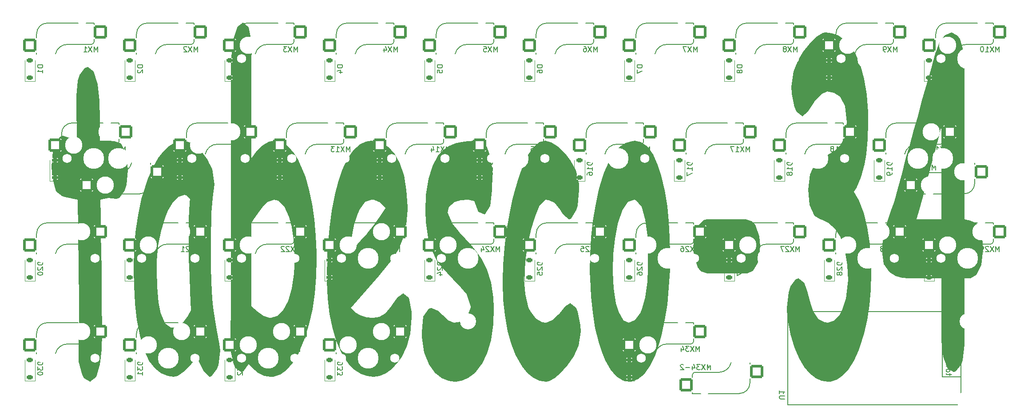
<source format=gbr>
%TF.GenerationSoftware,KiCad,Pcbnew,8.0.6*%
%TF.CreationDate,2024-12-13T09:52:16-07:00*%
%TF.ProjectId,tabesco-48,74616265-7363-46f2-9d34-382e6b696361,rev?*%
%TF.SameCoordinates,Original*%
%TF.FileFunction,Legend,Bot*%
%TF.FilePolarity,Positive*%
%FSLAX46Y46*%
G04 Gerber Fmt 4.6, Leading zero omitted, Abs format (unit mm)*
G04 Created by KiCad (PCBNEW 8.0.6) date 2024-12-13 09:52:16*
%MOMM*%
%LPD*%
G01*
G04 APERTURE LIST*
G04 Aperture macros list*
%AMRoundRect*
0 Rectangle with rounded corners*
0 $1 Rounding radius*
0 $2 $3 $4 $5 $6 $7 $8 $9 X,Y pos of 4 corners*
0 Add a 4 corners polygon primitive as box body*
4,1,4,$2,$3,$4,$5,$6,$7,$8,$9,$2,$3,0*
0 Add four circle primitives for the rounded corners*
1,1,$1+$1,$2,$3*
1,1,$1+$1,$4,$5*
1,1,$1+$1,$6,$7*
1,1,$1+$1,$8,$9*
0 Add four rect primitives between the rounded corners*
20,1,$1+$1,$2,$3,$4,$5,0*
20,1,$1+$1,$4,$5,$6,$7,0*
20,1,$1+$1,$6,$7,$8,$9,0*
20,1,$1+$1,$8,$9,$2,$3,0*%
G04 Aperture macros list end*
%ADD10C,5.000000*%
%ADD11C,0.150000*%
%ADD12C,0.120000*%
%ADD13C,3.987800*%
%ADD14C,3.048000*%
%ADD15C,1.750000*%
%ADD16C,3.300000*%
%ADD17RoundRect,0.250000X-1.025000X-1.000000X1.025000X-1.000000X1.025000X1.000000X-1.025000X1.000000X0*%
%ADD18RoundRect,0.250000X1.025000X1.000000X-1.025000X1.000000X-1.025000X-1.000000X1.025000X-1.000000X0*%
%ADD19RoundRect,0.225000X0.375000X-0.225000X0.375000X0.225000X-0.375000X0.225000X-0.375000X-0.225000X0*%
G04 APERTURE END LIST*
D10*
G36*
X63430366Y-73585989D02*
G01*
X62643904Y-73527371D01*
X61863060Y-73468753D01*
X60726788Y-73665530D01*
X60363165Y-73791153D01*
X60413361Y-76734103D01*
X60472609Y-80350691D01*
X60523079Y-83616027D01*
X60573824Y-87203749D01*
X60610854Y-90242641D01*
X60639655Y-93575053D01*
X60644044Y-94996317D01*
X60660897Y-96945375D01*
X60677749Y-99260797D01*
X60597172Y-102398364D01*
X60299484Y-105238403D01*
X59594433Y-107591578D01*
X58385775Y-108493177D01*
X57258895Y-107781543D01*
X56885879Y-107115647D01*
X56244399Y-104651590D01*
X56189299Y-103481314D01*
X56214578Y-100475295D01*
X56234239Y-99114252D01*
X56276453Y-96167824D01*
X56284798Y-94747190D01*
X56267243Y-91601952D01*
X56231036Y-88326999D01*
X56185777Y-84998093D01*
X56139695Y-81942386D01*
X56084836Y-78537717D01*
X56021199Y-74784086D01*
X56003918Y-73791153D01*
X54862572Y-73567685D01*
X53633111Y-73245170D01*
X53037833Y-73073079D01*
X51908836Y-72141927D01*
X51178763Y-69679630D01*
X51054825Y-67431070D01*
X51313690Y-64553765D01*
X51655907Y-63298481D01*
X52647016Y-61764559D01*
X53206361Y-61598550D01*
X54343527Y-61895306D01*
X55510964Y-62368831D01*
X55891567Y-62536443D01*
X55841008Y-59524929D01*
X55812920Y-58081453D01*
X55758429Y-55085438D01*
X55751127Y-53934210D01*
X56056473Y-51071016D01*
X56397149Y-50021439D01*
X57417948Y-48619753D01*
X57964456Y-48468055D01*
X59094117Y-49304997D01*
X59854071Y-51815823D01*
X60189546Y-54925941D01*
X60299089Y-58397700D01*
X60301371Y-59048655D01*
X60267666Y-62536443D01*
X61395747Y-62536443D01*
X61863060Y-62536443D01*
X63065399Y-62622997D01*
X64211573Y-63041940D01*
X64346033Y-63151935D01*
X65294000Y-64972765D01*
X65608755Y-67910907D01*
X65609989Y-68149144D01*
X65317919Y-70985891D01*
X64992055Y-72032605D01*
X63990808Y-73434292D01*
X63430366Y-73585989D01*
G37*
G36*
X77452211Y-62843502D02*
G01*
X78546323Y-63568503D01*
X79609824Y-64585636D01*
X79732599Y-64719974D01*
X80777119Y-66092008D01*
X81663096Y-67956459D01*
X82120073Y-70845585D01*
X81754930Y-73410135D01*
X81556910Y-76306244D01*
X81507756Y-77484105D01*
X81439621Y-80501630D01*
X81423493Y-83214042D01*
X81443922Y-86398091D01*
X81517302Y-89528674D01*
X81684074Y-92679407D01*
X81850429Y-94380825D01*
X82308092Y-97068093D01*
X82575098Y-98586687D01*
X83038548Y-101327092D01*
X83193032Y-102572730D01*
X82832804Y-105378165D01*
X82552627Y-106133791D01*
X81530474Y-107442842D01*
X81075202Y-107555285D01*
X79989779Y-106391448D01*
X79060464Y-104534339D01*
X78771992Y-103876987D01*
X77729755Y-105114154D01*
X76637617Y-106239751D01*
X76210373Y-106617392D01*
X75070245Y-107375766D01*
X74328482Y-107555285D01*
X73186368Y-107426485D01*
X71938210Y-106931893D01*
X70823559Y-106066357D01*
X69691868Y-104587734D01*
X68741892Y-102604215D01*
X68621015Y-102279639D01*
X67878984Y-99714087D01*
X67319206Y-96646445D01*
X66984455Y-93617414D01*
X66783604Y-90219500D01*
X66721091Y-87229395D01*
X71092753Y-87229395D01*
X71166813Y-90373258D01*
X71451203Y-93450718D01*
X71851127Y-95435954D01*
X72728738Y-97402944D01*
X73848524Y-98152274D01*
X74126249Y-98176359D01*
X75251335Y-97881880D01*
X75980052Y-97341049D01*
X77035983Y-95987791D01*
X77631622Y-94879081D01*
X77471258Y-91418141D01*
X77344072Y-88300323D01*
X77237623Y-85096539D01*
X77171266Y-82006944D01*
X77159745Y-80385710D01*
X77227156Y-77396178D01*
X77390330Y-74391934D01*
X77440625Y-73629953D01*
X76878866Y-73043770D01*
X76463165Y-72853261D01*
X75295585Y-73196384D01*
X74213322Y-74225753D01*
X73216376Y-75941368D01*
X72699382Y-77191014D01*
X71922740Y-79738805D01*
X71400272Y-82502208D01*
X71131977Y-85481222D01*
X71092753Y-87229395D01*
X66721091Y-87229395D01*
X66718514Y-87106119D01*
X66716654Y-86452703D01*
X66785228Y-83440072D01*
X67048552Y-80008155D01*
X67509370Y-76776135D01*
X68167681Y-73744013D01*
X68867136Y-71369943D01*
X69525447Y-69570637D01*
X70431968Y-67544185D01*
X71392526Y-65861199D01*
X72407120Y-64521679D01*
X73475750Y-63525627D01*
X74598417Y-62873040D01*
X75775120Y-62563920D01*
X76260932Y-62536443D01*
X77452211Y-62843502D01*
G37*
G36*
X88635831Y-40888035D02*
G01*
X89172491Y-43471075D01*
X89231936Y-45244049D01*
X89175761Y-47119834D01*
X89119585Y-48980965D01*
X89119585Y-65906994D01*
X90194030Y-64513808D01*
X91293848Y-63439445D01*
X91361001Y-63386408D01*
X92483207Y-62723203D01*
X93433890Y-62536443D01*
X94559437Y-62704598D01*
X95818128Y-63350315D01*
X96976491Y-64480320D01*
X98034528Y-66094613D01*
X98992239Y-68193193D01*
X99433472Y-69424091D01*
X100158930Y-71938438D01*
X100734294Y-74645469D01*
X101159563Y-77545185D01*
X101434737Y-80637586D01*
X101559816Y-83922671D01*
X101568154Y-85060518D01*
X101480862Y-88466160D01*
X101218986Y-91670875D01*
X100782526Y-94674661D01*
X100171482Y-97477519D01*
X99385854Y-100079450D01*
X99085181Y-100902109D01*
X98095148Y-103163149D01*
X97020982Y-104956388D01*
X95862684Y-106281825D01*
X94620254Y-107139461D01*
X93293692Y-107529296D01*
X92832809Y-107555285D01*
X91605586Y-107360539D01*
X90413912Y-106776303D01*
X89257786Y-105802575D01*
X88630855Y-105093317D01*
X87612316Y-106522137D01*
X87209606Y-106617392D01*
X86106952Y-105845193D01*
X85743416Y-105122626D01*
X85174635Y-102460073D01*
X85136717Y-101385710D01*
X85181657Y-98337560D01*
X85232166Y-95352721D01*
X85232216Y-95289409D01*
X85232216Y-84497992D01*
X89111191Y-84497992D01*
X89112771Y-87878389D01*
X89115898Y-91165292D01*
X89119585Y-94102389D01*
X90287708Y-95164988D01*
X91472009Y-95937788D01*
X92636610Y-96291988D01*
X92832809Y-96300574D01*
X94016561Y-95990023D01*
X95157749Y-94931044D01*
X96130331Y-93120532D01*
X96869137Y-90730234D01*
X97301269Y-87952048D01*
X97427994Y-85089827D01*
X97303200Y-81954136D01*
X96882408Y-78987616D01*
X96371888Y-77073777D01*
X95439983Y-75073428D01*
X94304265Y-73996317D01*
X93433890Y-73791153D01*
X92305107Y-74231935D01*
X91535146Y-74919555D01*
X90470000Y-76208413D01*
X89451022Y-77721326D01*
X89119585Y-78260797D01*
X89112343Y-81331674D01*
X89111191Y-84497992D01*
X85232216Y-84497992D01*
X85232216Y-48277546D01*
X85374904Y-45298718D01*
X85737798Y-42972591D01*
X86506003Y-40763414D01*
X87541043Y-40027022D01*
X88635831Y-40888035D01*
G37*
G36*
X113120066Y-62659161D02*
G01*
X114335132Y-63099943D01*
X115432931Y-63861293D01*
X116527784Y-65100993D01*
X117458060Y-66761539D01*
X118241450Y-69098943D01*
X118726405Y-71905293D01*
X118912927Y-75180590D01*
X118915258Y-75622975D01*
X118685584Y-78604865D01*
X118078183Y-81105301D01*
X117206942Y-83184390D01*
X116971574Y-83624370D01*
X115956519Y-85175980D01*
X114909459Y-86533532D01*
X113742230Y-87934875D01*
X113415642Y-88313833D01*
X108090171Y-94424789D01*
X109161023Y-95413973D01*
X109921504Y-95831628D01*
X111077322Y-96183338D01*
X112215388Y-96298742D01*
X112387624Y-96300574D01*
X113527357Y-96104669D01*
X114672818Y-95427468D01*
X115785824Y-94123855D01*
X115971643Y-93823952D01*
X116953465Y-92391224D01*
X118078238Y-91611112D01*
X119199561Y-92500289D01*
X119692943Y-95167822D01*
X119718573Y-96256610D01*
X119460734Y-99338936D01*
X118787776Y-101792446D01*
X117838931Y-103718377D01*
X117078308Y-104800225D01*
X115957248Y-106005564D01*
X114801781Y-106866520D01*
X113611906Y-107383093D01*
X112387624Y-107555285D01*
X111241395Y-107440438D01*
X109954266Y-106999427D01*
X108763513Y-106227658D01*
X107669137Y-105125130D01*
X106671138Y-103691845D01*
X106208280Y-102851167D01*
X105307184Y-100750870D01*
X104592522Y-98351756D01*
X104064293Y-95653827D01*
X103722498Y-92657081D01*
X103567137Y-89361520D01*
X103556779Y-88196596D01*
X103608073Y-85014308D01*
X103654169Y-84107971D01*
X107775586Y-84107971D01*
X108890435Y-82839149D01*
X110001993Y-81578913D01*
X111110259Y-80327264D01*
X111331518Y-80077964D01*
X112463401Y-78680871D01*
X113559488Y-77196524D01*
X114568761Y-75646388D01*
X114730157Y-75373847D01*
X113678571Y-74291928D01*
X112482585Y-73829793D01*
X111966305Y-73791153D01*
X110840923Y-74216823D01*
X109786572Y-75627325D01*
X109449627Y-76370358D01*
X108727065Y-78667462D01*
X108164648Y-81410385D01*
X107775586Y-84107971D01*
X103654169Y-84107971D01*
X103761953Y-81988726D01*
X104018420Y-79119850D01*
X104461595Y-75884052D01*
X105052494Y-72873912D01*
X105657756Y-70537839D01*
X106427815Y-68232749D01*
X107456887Y-65982357D01*
X108600504Y-64294562D01*
X109858668Y-63169366D01*
X110994638Y-62661465D01*
X111960687Y-62536443D01*
X113120066Y-62659161D01*
G37*
G36*
X133549068Y-76604831D02*
G01*
X132417454Y-76108350D01*
X131667177Y-74010972D01*
X130536024Y-73794588D01*
X130369515Y-73791153D01*
X129077053Y-73877192D01*
X127907153Y-74195056D01*
X126804104Y-75167767D01*
X126566410Y-76238467D01*
X127461712Y-78400016D01*
X128580841Y-79755564D01*
X128858384Y-80048655D01*
X129958751Y-81218674D01*
X131063292Y-82457371D01*
X132089292Y-83706445D01*
X133088426Y-85133791D01*
X134091165Y-87129561D01*
X134876793Y-89644122D01*
X135299824Y-92443846D01*
X135380401Y-94468753D01*
X135259437Y-97480496D01*
X134824951Y-100510329D01*
X134074477Y-103100524D01*
X133158602Y-105006305D01*
X132852488Y-105488990D01*
X131774614Y-106803322D01*
X130580174Y-107742130D01*
X129439421Y-108255541D01*
X128209422Y-108481442D01*
X127841601Y-108493177D01*
X126688685Y-108343640D01*
X125475419Y-107826723D01*
X124333469Y-106940580D01*
X124004791Y-106602737D01*
X122967644Y-105167505D01*
X122087921Y-102943274D01*
X121655005Y-99944539D01*
X121634170Y-99026324D01*
X121944755Y-96047010D01*
X122973914Y-94537131D01*
X123516061Y-94424789D01*
X124676443Y-94974336D01*
X125617038Y-95831628D01*
X126699805Y-96793334D01*
X127734867Y-97238467D01*
X128985526Y-97093309D01*
X130144812Y-96480093D01*
X130955192Y-94391602D01*
X130959361Y-94204971D01*
X130173135Y-91851581D01*
X129127738Y-90525800D01*
X128729180Y-90116345D01*
X127591619Y-88970713D01*
X126472139Y-87794326D01*
X125361437Y-86535306D01*
X124560932Y-85470846D01*
X123585227Y-83558425D01*
X122820780Y-81021581D01*
X122409155Y-78076699D01*
X122330750Y-75886757D01*
X122449049Y-72858241D01*
X122886096Y-69823757D01*
X123645177Y-67326427D01*
X124726294Y-65366249D01*
X125695684Y-64294991D01*
X126812530Y-63525627D01*
X128000018Y-63032752D01*
X129174050Y-62744240D01*
X130492252Y-62579376D01*
X131700883Y-62536443D01*
X132848088Y-62717836D01*
X133939798Y-63502443D01*
X134037798Y-63635536D01*
X134853083Y-65891553D01*
X135081649Y-68799111D01*
X135082669Y-69043072D01*
X135009284Y-71989500D01*
X134649846Y-74943312D01*
X133643421Y-76597446D01*
X133549068Y-76604831D01*
G37*
G36*
X145351615Y-108493177D02*
G01*
X144089041Y-108313888D01*
X142905069Y-107776019D01*
X141799700Y-106879571D01*
X140772932Y-105624545D01*
X139824767Y-104010939D01*
X139526179Y-103393386D01*
X138682357Y-101251014D01*
X138013118Y-98868559D01*
X137452994Y-95785589D01*
X137162021Y-92882954D01*
X137045631Y-89740235D01*
X137043207Y-89193107D01*
X137121611Y-86125093D01*
X137356826Y-83021014D01*
X137748850Y-79880872D01*
X138297684Y-76704665D01*
X138874830Y-74030278D01*
X139273388Y-72413624D01*
X140083385Y-69568147D01*
X140933428Y-67204954D01*
X141823519Y-65324046D01*
X142944491Y-63703571D01*
X144123131Y-62777585D01*
X145149382Y-62536443D01*
X146346027Y-62825627D01*
X147546786Y-63590413D01*
X148719402Y-64687402D01*
X148991811Y-64983756D01*
X150031530Y-66348678D01*
X150993076Y-68233407D01*
X151595019Y-70735318D01*
X151660164Y-71944677D01*
X151356814Y-74890246D01*
X151120876Y-75754866D01*
X150134051Y-77401301D01*
X149654686Y-77542724D01*
X148535377Y-76573690D01*
X148019969Y-75666938D01*
X147000486Y-74384663D01*
X145833960Y-73857099D01*
X145149382Y-73791153D01*
X144047875Y-74876679D01*
X143212369Y-76981270D01*
X142514735Y-79462472D01*
X141919973Y-82103043D01*
X141453988Y-84852535D01*
X141176521Y-87895033D01*
X141155279Y-88914670D01*
X141353683Y-91829986D01*
X142011116Y-94352861D01*
X142357442Y-95098899D01*
X143399954Y-96484186D01*
X144576224Y-97136085D01*
X145357233Y-97238467D01*
X146532713Y-96769520D01*
X147663587Y-95697905D01*
X147946940Y-95362682D01*
X149007566Y-94148184D01*
X149890625Y-93486897D01*
X150990377Y-94342371D01*
X151351197Y-95142863D01*
X151909905Y-97765573D01*
X151957896Y-98923742D01*
X151514732Y-101624176D01*
X150570714Y-103698141D01*
X149437893Y-105355253D01*
X149272690Y-105562263D01*
X148126000Y-106844538D01*
X146968591Y-107849177D01*
X145847269Y-108421622D01*
X145351615Y-108493177D01*
G37*
G36*
X163427118Y-62772404D02*
G01*
X164640528Y-63644151D01*
X165730285Y-65158237D01*
X166696389Y-67314663D01*
X167310757Y-69248236D01*
X167963044Y-72027868D01*
X168455121Y-75083790D01*
X168749386Y-77923055D01*
X168925945Y-80965310D01*
X168984798Y-84210553D01*
X168936933Y-87181610D01*
X168753133Y-90562694D01*
X168431482Y-93742851D01*
X167971981Y-96722079D01*
X167374630Y-99500380D01*
X167024260Y-100814182D01*
X166147851Y-103423840D01*
X165165981Y-105493570D01*
X164078649Y-107023369D01*
X162885855Y-108013240D01*
X161587601Y-108463181D01*
X161131413Y-108493177D01*
X159892659Y-108238625D01*
X158732397Y-107474971D01*
X157650628Y-106202213D01*
X156647351Y-104420351D01*
X156109292Y-103173568D01*
X155322610Y-100849330D01*
X154689974Y-98251006D01*
X154211382Y-95378596D01*
X153886834Y-92232099D01*
X153716332Y-88811516D01*
X153693730Y-87610414D01*
X153694297Y-87551795D01*
X158069829Y-87551795D01*
X158196614Y-90683552D01*
X158624121Y-93475934D01*
X159142788Y-95142863D01*
X160130885Y-96778007D01*
X161137031Y-97238467D01*
X162271410Y-96772841D01*
X163266008Y-95375962D01*
X163524504Y-94805808D01*
X164237323Y-92389178D01*
X164648373Y-89403767D01*
X164754756Y-87097504D01*
X164757301Y-83988445D01*
X164625447Y-80683009D01*
X164269169Y-77568455D01*
X163580439Y-75109492D01*
X162433223Y-73848283D01*
X162086403Y-73791153D01*
X160951694Y-74223063D01*
X159888533Y-75759345D01*
X159090222Y-78120677D01*
X159019201Y-78407343D01*
X158478689Y-81253221D01*
X158182011Y-84110862D01*
X158070756Y-87226103D01*
X158069829Y-87551795D01*
X153694297Y-87551795D01*
X153726645Y-84207863D01*
X153909656Y-80946477D01*
X154242761Y-77826255D01*
X154725961Y-74847198D01*
X155359256Y-72009306D01*
X155603709Y-71094712D01*
X156400868Y-68629195D01*
X157289643Y-66581562D01*
X158270032Y-64951814D01*
X159342037Y-63739950D01*
X160505656Y-62945970D01*
X161760890Y-62569874D01*
X162288636Y-62536443D01*
X163427118Y-62772404D01*
G37*
G36*
X183742195Y-87859541D02*
G01*
X182439968Y-87859541D01*
X181184504Y-87859541D01*
X179955739Y-87859541D01*
X178561025Y-87859541D01*
X177325771Y-87859541D01*
X175984309Y-87859541D01*
X174854648Y-87390137D01*
X174265328Y-86657867D01*
X173517048Y-84437928D01*
X173394602Y-82715787D01*
X173769592Y-79907004D01*
X174265328Y-78788362D01*
X175340185Y-77689913D01*
X175984309Y-77542724D01*
X177207039Y-77542724D01*
X178426450Y-77542724D01*
X179576563Y-77542724D01*
X179731239Y-77542724D01*
X180900750Y-77542724D01*
X182030954Y-77542724D01*
X183232371Y-77542724D01*
X183478168Y-77542724D01*
X184607829Y-77960608D01*
X185197149Y-78612507D01*
X185989838Y-80718458D01*
X186146521Y-82701132D01*
X185808413Y-85624719D01*
X184794088Y-87361286D01*
X183742195Y-87859541D01*
G37*
G36*
X204061001Y-72237769D02*
G01*
X204998024Y-73900934D01*
X205912813Y-76273600D01*
X206598905Y-79057396D01*
X207056299Y-82252322D01*
X207262762Y-85228817D01*
X207313583Y-87815578D01*
X207229649Y-90965681D01*
X206977845Y-93931342D01*
X206558172Y-96712562D01*
X205970629Y-99309341D01*
X205215218Y-101721678D01*
X204926110Y-102484803D01*
X203996575Y-104526711D01*
X202994362Y-106146156D01*
X201919472Y-107343137D01*
X200771905Y-108117654D01*
X199551660Y-108469707D01*
X199128761Y-108493177D01*
X197890435Y-108316406D01*
X196714604Y-107786094D01*
X195601269Y-106902240D01*
X194550429Y-105664845D01*
X193593772Y-104088348D01*
X192679510Y-101958627D01*
X191956246Y-99479028D01*
X191423979Y-96649550D01*
X191370876Y-96271265D01*
X191247289Y-94322207D01*
X191554539Y-91482770D01*
X191960722Y-90277546D01*
X192962452Y-88941976D01*
X193477470Y-88797434D01*
X194566755Y-89644651D01*
X195072865Y-90966310D01*
X195753514Y-93453351D01*
X196241322Y-95069590D01*
X197276165Y-96552221D01*
X198449011Y-97162217D01*
X199134379Y-97238467D01*
X200291854Y-96849076D01*
X201326949Y-95680903D01*
X201763409Y-94879081D01*
X202535278Y-92632295D01*
X202882620Y-89820377D01*
X202892544Y-89207762D01*
X202763350Y-86206580D01*
X202267247Y-83181327D01*
X201399067Y-80784618D01*
X200391358Y-79267498D01*
X199125261Y-78186866D01*
X197926346Y-77636633D01*
X197600778Y-77542724D01*
X196476548Y-76833422D01*
X195549909Y-74809374D01*
X195275098Y-71871405D01*
X195620250Y-68920169D01*
X196558853Y-66888006D01*
X197078343Y-66288013D01*
X198250427Y-65638017D01*
X199418528Y-64977631D01*
X200476982Y-64368264D01*
X201561000Y-63200679D01*
X202083611Y-62199388D01*
X202621731Y-59583847D01*
X202639752Y-59019346D01*
X202306976Y-55928147D01*
X201372389Y-54124948D01*
X200229523Y-53363598D01*
X198960234Y-53157518D01*
X197833688Y-53606314D01*
X196706737Y-54826765D01*
X196252558Y-55502249D01*
X195214253Y-57020371D01*
X194247079Y-57846980D01*
X193136004Y-57029645D01*
X192713479Y-56117741D01*
X192145751Y-53518386D01*
X192084309Y-52190316D01*
X192522837Y-49289884D01*
X193456980Y-47065366D01*
X194419667Y-45511610D01*
X194741427Y-45068195D01*
X195869157Y-43683338D01*
X197006916Y-42598327D01*
X198108489Y-41980087D01*
X198595091Y-41902807D01*
X199889725Y-42048609D01*
X201085612Y-42486013D01*
X202182753Y-43215021D01*
X203337946Y-44434084D01*
X204358733Y-46050051D01*
X205289009Y-48237632D01*
X205990796Y-50799677D01*
X206464094Y-53736187D01*
X206708903Y-57047161D01*
X206746207Y-59107273D01*
X206666552Y-62148354D01*
X206397961Y-65094610D01*
X206072097Y-67050051D01*
X205417692Y-69489836D01*
X204540778Y-71474930D01*
X204061001Y-72237769D01*
G37*
G36*
X223775890Y-42426637D02*
G01*
X224273074Y-43119137D01*
X224981466Y-45528211D01*
X225076389Y-47193107D01*
X225093241Y-77542724D01*
X226251430Y-77731344D01*
X227423135Y-78259882D01*
X227857093Y-78700435D01*
X228540716Y-81159998D01*
X228632320Y-83214042D01*
X228337397Y-86196248D01*
X227430157Y-88079360D01*
X226270477Y-88746544D01*
X225093241Y-88797434D01*
X225109041Y-91781471D01*
X225111499Y-94886408D01*
X225100614Y-98112245D01*
X225076389Y-101458983D01*
X224750920Y-104385318D01*
X224509013Y-105166590D01*
X223458875Y-106526717D01*
X223009117Y-106617392D01*
X221855757Y-105975196D01*
X221041207Y-103755257D01*
X220743475Y-100837624D01*
X220717142Y-98498760D01*
X220717142Y-88797434D01*
X214414211Y-88797434D01*
X213225302Y-88713857D01*
X211962086Y-88374326D01*
X210773177Y-87622134D01*
X209742789Y-86034174D01*
X209341532Y-83448516D01*
X209654438Y-80582574D01*
X210229110Y-78407343D01*
X210524175Y-77542724D01*
X215992753Y-77542724D01*
X220717142Y-77542724D01*
X220717142Y-59722765D01*
X220083781Y-62197785D01*
X219333900Y-65072600D01*
X218619989Y-67773677D01*
X217825161Y-70752391D01*
X217131038Y-73335259D01*
X216385128Y-76095814D01*
X215992753Y-77542724D01*
X210524175Y-77542724D01*
X211003827Y-76137216D01*
X211695300Y-74113554D01*
X212373185Y-71621819D01*
X213134455Y-68843404D01*
X213979112Y-65778309D01*
X214667326Y-63291354D01*
X215402446Y-60643141D01*
X216184469Y-57833671D01*
X217013398Y-54862943D01*
X217889231Y-51730958D01*
X218811969Y-48437715D01*
X219453186Y-46152633D01*
X220295055Y-43911514D01*
X221282851Y-42500439D01*
X222416572Y-41919408D01*
X222660827Y-41902807D01*
X223775890Y-42426637D01*
G37*
D11*
X176718642Y-106204319D02*
X176718642Y-105204319D01*
X176718642Y-105204319D02*
X176385309Y-105918604D01*
X176385309Y-105918604D02*
X176051976Y-105204319D01*
X176051976Y-105204319D02*
X176051976Y-106204319D01*
X175671023Y-105204319D02*
X175004357Y-106204319D01*
X175004357Y-105204319D02*
X175671023Y-106204319D01*
X174718642Y-105204319D02*
X174099595Y-105204319D01*
X174099595Y-105204319D02*
X174432928Y-105585271D01*
X174432928Y-105585271D02*
X174290071Y-105585271D01*
X174290071Y-105585271D02*
X174194833Y-105632890D01*
X174194833Y-105632890D02*
X174147214Y-105680509D01*
X174147214Y-105680509D02*
X174099595Y-105775747D01*
X174099595Y-105775747D02*
X174099595Y-106013842D01*
X174099595Y-106013842D02*
X174147214Y-106109080D01*
X174147214Y-106109080D02*
X174194833Y-106156700D01*
X174194833Y-106156700D02*
X174290071Y-106204319D01*
X174290071Y-106204319D02*
X174575785Y-106204319D01*
X174575785Y-106204319D02*
X174671023Y-106156700D01*
X174671023Y-106156700D02*
X174718642Y-106109080D01*
X173242452Y-105537652D02*
X173242452Y-106204319D01*
X173480547Y-105156700D02*
X173718642Y-105870985D01*
X173718642Y-105870985D02*
X173099595Y-105870985D01*
X172718642Y-105823366D02*
X171956738Y-105823366D01*
X171528166Y-105299557D02*
X171480547Y-105251938D01*
X171480547Y-105251938D02*
X171385309Y-105204319D01*
X171385309Y-105204319D02*
X171147214Y-105204319D01*
X171147214Y-105204319D02*
X171051976Y-105251938D01*
X171051976Y-105251938D02*
X171004357Y-105299557D01*
X171004357Y-105299557D02*
X170956738Y-105394795D01*
X170956738Y-105394795D02*
X170956738Y-105490033D01*
X170956738Y-105490033D02*
X171004357Y-105632890D01*
X171004357Y-105632890D02*
X171575785Y-106204319D01*
X171575785Y-106204319D02*
X170956738Y-106204319D01*
X117448404Y-102704319D02*
X117448404Y-101704319D01*
X117448404Y-101704319D02*
X117115071Y-102418604D01*
X117115071Y-102418604D02*
X116781738Y-101704319D01*
X116781738Y-101704319D02*
X116781738Y-102704319D01*
X116400785Y-101704319D02*
X115734119Y-102704319D01*
X115734119Y-101704319D02*
X116400785Y-102704319D01*
X115448404Y-101704319D02*
X114829357Y-101704319D01*
X114829357Y-101704319D02*
X115162690Y-102085271D01*
X115162690Y-102085271D02*
X115019833Y-102085271D01*
X115019833Y-102085271D02*
X114924595Y-102132890D01*
X114924595Y-102132890D02*
X114876976Y-102180509D01*
X114876976Y-102180509D02*
X114829357Y-102275747D01*
X114829357Y-102275747D02*
X114829357Y-102513842D01*
X114829357Y-102513842D02*
X114876976Y-102609080D01*
X114876976Y-102609080D02*
X114924595Y-102656700D01*
X114924595Y-102656700D02*
X115019833Y-102704319D01*
X115019833Y-102704319D02*
X115305547Y-102704319D01*
X115305547Y-102704319D02*
X115400785Y-102656700D01*
X115400785Y-102656700D02*
X115448404Y-102609080D01*
X114496023Y-101704319D02*
X113876976Y-101704319D01*
X113876976Y-101704319D02*
X114210309Y-102085271D01*
X114210309Y-102085271D02*
X114067452Y-102085271D01*
X114067452Y-102085271D02*
X113972214Y-102132890D01*
X113972214Y-102132890D02*
X113924595Y-102180509D01*
X113924595Y-102180509D02*
X113876976Y-102275747D01*
X113876976Y-102275747D02*
X113876976Y-102513842D01*
X113876976Y-102513842D02*
X113924595Y-102609080D01*
X113924595Y-102609080D02*
X113972214Y-102656700D01*
X113972214Y-102656700D02*
X114067452Y-102704319D01*
X114067452Y-102704319D02*
X114353166Y-102704319D01*
X114353166Y-102704319D02*
X114448404Y-102656700D01*
X114448404Y-102656700D02*
X114496023Y-102609080D01*
X106531319Y-104752714D02*
X105531319Y-104752714D01*
X105531319Y-104752714D02*
X105531319Y-104990809D01*
X105531319Y-104990809D02*
X105578938Y-105133666D01*
X105578938Y-105133666D02*
X105674176Y-105228904D01*
X105674176Y-105228904D02*
X105769414Y-105276523D01*
X105769414Y-105276523D02*
X105959890Y-105324142D01*
X105959890Y-105324142D02*
X106102747Y-105324142D01*
X106102747Y-105324142D02*
X106293223Y-105276523D01*
X106293223Y-105276523D02*
X106388461Y-105228904D01*
X106388461Y-105228904D02*
X106483700Y-105133666D01*
X106483700Y-105133666D02*
X106531319Y-104990809D01*
X106531319Y-104990809D02*
X106531319Y-104752714D01*
X105531319Y-105657476D02*
X105531319Y-106276523D01*
X105531319Y-106276523D02*
X105912271Y-105943190D01*
X105912271Y-105943190D02*
X105912271Y-106086047D01*
X105912271Y-106086047D02*
X105959890Y-106181285D01*
X105959890Y-106181285D02*
X106007509Y-106228904D01*
X106007509Y-106228904D02*
X106102747Y-106276523D01*
X106102747Y-106276523D02*
X106340842Y-106276523D01*
X106340842Y-106276523D02*
X106436080Y-106228904D01*
X106436080Y-106228904D02*
X106483700Y-106181285D01*
X106483700Y-106181285D02*
X106531319Y-106086047D01*
X106531319Y-106086047D02*
X106531319Y-105800333D01*
X106531319Y-105800333D02*
X106483700Y-105705095D01*
X106483700Y-105705095D02*
X106436080Y-105657476D01*
X105531319Y-106609857D02*
X105531319Y-107228904D01*
X105531319Y-107228904D02*
X105912271Y-106895571D01*
X105912271Y-106895571D02*
X105912271Y-107038428D01*
X105912271Y-107038428D02*
X105959890Y-107133666D01*
X105959890Y-107133666D02*
X106007509Y-107181285D01*
X106007509Y-107181285D02*
X106102747Y-107228904D01*
X106102747Y-107228904D02*
X106340842Y-107228904D01*
X106340842Y-107228904D02*
X106436080Y-107181285D01*
X106436080Y-107181285D02*
X106483700Y-107133666D01*
X106483700Y-107133666D02*
X106531319Y-107038428D01*
X106531319Y-107038428D02*
X106531319Y-106752714D01*
X106531319Y-106752714D02*
X106483700Y-106657476D01*
X106483700Y-106657476D02*
X106436080Y-106609857D01*
X190831680Y-111761404D02*
X190022157Y-111761404D01*
X190022157Y-111761404D02*
X189926919Y-111713785D01*
X189926919Y-111713785D02*
X189879300Y-111666166D01*
X189879300Y-111666166D02*
X189831680Y-111570928D01*
X189831680Y-111570928D02*
X189831680Y-111380452D01*
X189831680Y-111380452D02*
X189879300Y-111285214D01*
X189879300Y-111285214D02*
X189926919Y-111237595D01*
X189926919Y-111237595D02*
X190022157Y-111189976D01*
X190022157Y-111189976D02*
X190831680Y-111189976D01*
X189831680Y-110189976D02*
X189831680Y-110761404D01*
X189831680Y-110475690D02*
X190831680Y-110475690D01*
X190831680Y-110475690D02*
X190688823Y-110570928D01*
X190688823Y-110570928D02*
X190593585Y-110666166D01*
X190593585Y-110666166D02*
X190545966Y-110761404D01*
X224016680Y-105261404D02*
X223207157Y-105261404D01*
X223207157Y-105261404D02*
X223111919Y-105213785D01*
X223111919Y-105213785D02*
X223064300Y-105166166D01*
X223064300Y-105166166D02*
X223016680Y-105070928D01*
X223016680Y-105070928D02*
X223016680Y-104880452D01*
X223016680Y-104880452D02*
X223064300Y-104785214D01*
X223064300Y-104785214D02*
X223111919Y-104737595D01*
X223111919Y-104737595D02*
X223207157Y-104689976D01*
X223207157Y-104689976D02*
X224016680Y-104689976D01*
X223064300Y-104261404D02*
X223016680Y-104118547D01*
X223016680Y-104118547D02*
X223016680Y-103880452D01*
X223016680Y-103880452D02*
X223064300Y-103785214D01*
X223064300Y-103785214D02*
X223111919Y-103737595D01*
X223111919Y-103737595D02*
X223207157Y-103689976D01*
X223207157Y-103689976D02*
X223302395Y-103689976D01*
X223302395Y-103689976D02*
X223397633Y-103737595D01*
X223397633Y-103737595D02*
X223445252Y-103785214D01*
X223445252Y-103785214D02*
X223492871Y-103880452D01*
X223492871Y-103880452D02*
X223540490Y-104070928D01*
X223540490Y-104070928D02*
X223588109Y-104166166D01*
X223588109Y-104166166D02*
X223635728Y-104213785D01*
X223635728Y-104213785D02*
X223730966Y-104261404D01*
X223730966Y-104261404D02*
X223826204Y-104261404D01*
X223826204Y-104261404D02*
X223921442Y-104213785D01*
X223921442Y-104213785D02*
X223969061Y-104166166D01*
X223969061Y-104166166D02*
X224016680Y-104070928D01*
X224016680Y-104070928D02*
X224016680Y-103832833D01*
X224016680Y-103832833D02*
X223969061Y-103689976D01*
X223540490Y-102928071D02*
X223492871Y-102785214D01*
X223492871Y-102785214D02*
X223445252Y-102737595D01*
X223445252Y-102737595D02*
X223350014Y-102689976D01*
X223350014Y-102689976D02*
X223207157Y-102689976D01*
X223207157Y-102689976D02*
X223111919Y-102737595D01*
X223111919Y-102737595D02*
X223064300Y-102785214D01*
X223064300Y-102785214D02*
X223016680Y-102880452D01*
X223016680Y-102880452D02*
X223016680Y-103261404D01*
X223016680Y-103261404D02*
X224016680Y-103261404D01*
X224016680Y-103261404D02*
X224016680Y-102928071D01*
X224016680Y-102928071D02*
X223969061Y-102832833D01*
X223969061Y-102832833D02*
X223921442Y-102785214D01*
X223921442Y-102785214D02*
X223826204Y-102737595D01*
X223826204Y-102737595D02*
X223730966Y-102737595D01*
X223730966Y-102737595D02*
X223635728Y-102785214D01*
X223635728Y-102785214D02*
X223588109Y-102832833D01*
X223588109Y-102832833D02*
X223540490Y-102928071D01*
X223540490Y-102928071D02*
X223540490Y-103261404D01*
X222896319Y-96665214D02*
X222896319Y-96093786D01*
X222896319Y-96379500D02*
X221896319Y-96379500D01*
X221896319Y-96379500D02*
X222039176Y-96284262D01*
X222039176Y-96284262D02*
X222134414Y-96189024D01*
X222134414Y-96189024D02*
X222182033Y-96093786D01*
X222283347Y-107285213D02*
X222283347Y-106904261D01*
X222616680Y-107142356D02*
X221759538Y-107142356D01*
X221759538Y-107142356D02*
X221664300Y-107094737D01*
X221664300Y-107094737D02*
X221616680Y-106999499D01*
X221616680Y-106999499D02*
X221616680Y-106904261D01*
X221616680Y-106428070D02*
X221664300Y-106523308D01*
X221664300Y-106523308D02*
X221711919Y-106570927D01*
X221711919Y-106570927D02*
X221807157Y-106618546D01*
X221807157Y-106618546D02*
X222092871Y-106618546D01*
X222092871Y-106618546D02*
X222188109Y-106570927D01*
X222188109Y-106570927D02*
X222235728Y-106523308D01*
X222235728Y-106523308D02*
X222283347Y-106428070D01*
X222283347Y-106428070D02*
X222283347Y-106285213D01*
X222283347Y-106285213D02*
X222235728Y-106189975D01*
X222235728Y-106189975D02*
X222188109Y-106142356D01*
X222188109Y-106142356D02*
X222092871Y-106094737D01*
X222092871Y-106094737D02*
X221807157Y-106094737D01*
X221807157Y-106094737D02*
X221711919Y-106142356D01*
X221711919Y-106142356D02*
X221664300Y-106189975D01*
X221664300Y-106189975D02*
X221616680Y-106285213D01*
X221616680Y-106285213D02*
X221616680Y-106428070D01*
X222283347Y-105761403D02*
X221616680Y-105570927D01*
X221616680Y-105570927D02*
X222092871Y-105380451D01*
X222092871Y-105380451D02*
X221616680Y-105189975D01*
X221616680Y-105189975D02*
X222283347Y-104999499D01*
X221711919Y-104618546D02*
X221664300Y-104570927D01*
X221664300Y-104570927D02*
X221616680Y-104618546D01*
X221616680Y-104618546D02*
X221664300Y-104666165D01*
X221664300Y-104666165D02*
X221711919Y-104618546D01*
X221711919Y-104618546D02*
X221616680Y-104618546D01*
X221616680Y-103380451D02*
X222616680Y-103380451D01*
X222616680Y-103380451D02*
X222616680Y-102999499D01*
X222616680Y-102999499D02*
X222569061Y-102904261D01*
X222569061Y-102904261D02*
X222521442Y-102856642D01*
X222521442Y-102856642D02*
X222426204Y-102809023D01*
X222426204Y-102809023D02*
X222283347Y-102809023D01*
X222283347Y-102809023D02*
X222188109Y-102856642D01*
X222188109Y-102856642D02*
X222140490Y-102904261D01*
X222140490Y-102904261D02*
X222092871Y-102999499D01*
X222092871Y-102999499D02*
X222092871Y-103380451D01*
X221711919Y-101809023D02*
X221664300Y-101856642D01*
X221664300Y-101856642D02*
X221616680Y-101999499D01*
X221616680Y-101999499D02*
X221616680Y-102094737D01*
X221616680Y-102094737D02*
X221664300Y-102237594D01*
X221664300Y-102237594D02*
X221759538Y-102332832D01*
X221759538Y-102332832D02*
X221854776Y-102380451D01*
X221854776Y-102380451D02*
X222045252Y-102428070D01*
X222045252Y-102428070D02*
X222188109Y-102428070D01*
X222188109Y-102428070D02*
X222378585Y-102380451D01*
X222378585Y-102380451D02*
X222473823Y-102332832D01*
X222473823Y-102332832D02*
X222569061Y-102237594D01*
X222569061Y-102237594D02*
X222616680Y-102094737D01*
X222616680Y-102094737D02*
X222616680Y-101999499D01*
X222616680Y-101999499D02*
X222569061Y-101856642D01*
X222569061Y-101856642D02*
X222521442Y-101809023D01*
X222140490Y-101047118D02*
X222092871Y-100904261D01*
X222092871Y-100904261D02*
X222045252Y-100856642D01*
X222045252Y-100856642D02*
X221950014Y-100809023D01*
X221950014Y-100809023D02*
X221807157Y-100809023D01*
X221807157Y-100809023D02*
X221711919Y-100856642D01*
X221711919Y-100856642D02*
X221664300Y-100904261D01*
X221664300Y-100904261D02*
X221616680Y-100999499D01*
X221616680Y-100999499D02*
X221616680Y-101380451D01*
X221616680Y-101380451D02*
X222616680Y-101380451D01*
X222616680Y-101380451D02*
X222616680Y-101047118D01*
X222616680Y-101047118D02*
X222569061Y-100951880D01*
X222569061Y-100951880D02*
X222521442Y-100904261D01*
X222521442Y-100904261D02*
X222426204Y-100856642D01*
X222426204Y-100856642D02*
X222330966Y-100856642D01*
X222330966Y-100856642D02*
X222235728Y-100904261D01*
X222235728Y-100904261D02*
X222188109Y-100951880D01*
X222188109Y-100951880D02*
X222140490Y-101047118D01*
X222140490Y-101047118D02*
X222140490Y-101380451D01*
X174598404Y-102704319D02*
X174598404Y-101704319D01*
X174598404Y-101704319D02*
X174265071Y-102418604D01*
X174265071Y-102418604D02*
X173931738Y-101704319D01*
X173931738Y-101704319D02*
X173931738Y-102704319D01*
X173550785Y-101704319D02*
X172884119Y-102704319D01*
X172884119Y-101704319D02*
X173550785Y-102704319D01*
X172598404Y-101704319D02*
X171979357Y-101704319D01*
X171979357Y-101704319D02*
X172312690Y-102085271D01*
X172312690Y-102085271D02*
X172169833Y-102085271D01*
X172169833Y-102085271D02*
X172074595Y-102132890D01*
X172074595Y-102132890D02*
X172026976Y-102180509D01*
X172026976Y-102180509D02*
X171979357Y-102275747D01*
X171979357Y-102275747D02*
X171979357Y-102513842D01*
X171979357Y-102513842D02*
X172026976Y-102609080D01*
X172026976Y-102609080D02*
X172074595Y-102656700D01*
X172074595Y-102656700D02*
X172169833Y-102704319D01*
X172169833Y-102704319D02*
X172455547Y-102704319D01*
X172455547Y-102704319D02*
X172550785Y-102656700D01*
X172550785Y-102656700D02*
X172598404Y-102609080D01*
X171122214Y-102037652D02*
X171122214Y-102704319D01*
X171360309Y-101656700D02*
X171598404Y-102370985D01*
X171598404Y-102370985D02*
X170979357Y-102370985D01*
X98398404Y-102704319D02*
X98398404Y-101704319D01*
X98398404Y-101704319D02*
X98065071Y-102418604D01*
X98065071Y-102418604D02*
X97731738Y-101704319D01*
X97731738Y-101704319D02*
X97731738Y-102704319D01*
X97350785Y-101704319D02*
X96684119Y-102704319D01*
X96684119Y-101704319D02*
X97350785Y-102704319D01*
X96398404Y-101704319D02*
X95779357Y-101704319D01*
X95779357Y-101704319D02*
X96112690Y-102085271D01*
X96112690Y-102085271D02*
X95969833Y-102085271D01*
X95969833Y-102085271D02*
X95874595Y-102132890D01*
X95874595Y-102132890D02*
X95826976Y-102180509D01*
X95826976Y-102180509D02*
X95779357Y-102275747D01*
X95779357Y-102275747D02*
X95779357Y-102513842D01*
X95779357Y-102513842D02*
X95826976Y-102609080D01*
X95826976Y-102609080D02*
X95874595Y-102656700D01*
X95874595Y-102656700D02*
X95969833Y-102704319D01*
X95969833Y-102704319D02*
X96255547Y-102704319D01*
X96255547Y-102704319D02*
X96350785Y-102656700D01*
X96350785Y-102656700D02*
X96398404Y-102609080D01*
X95398404Y-101799557D02*
X95350785Y-101751938D01*
X95350785Y-101751938D02*
X95255547Y-101704319D01*
X95255547Y-101704319D02*
X95017452Y-101704319D01*
X95017452Y-101704319D02*
X94922214Y-101751938D01*
X94922214Y-101751938D02*
X94874595Y-101799557D01*
X94874595Y-101799557D02*
X94826976Y-101894795D01*
X94826976Y-101894795D02*
X94826976Y-101990033D01*
X94826976Y-101990033D02*
X94874595Y-102132890D01*
X94874595Y-102132890D02*
X95446023Y-102704319D01*
X95446023Y-102704319D02*
X94826976Y-102704319D01*
X79348404Y-102704319D02*
X79348404Y-101704319D01*
X79348404Y-101704319D02*
X79015071Y-102418604D01*
X79015071Y-102418604D02*
X78681738Y-101704319D01*
X78681738Y-101704319D02*
X78681738Y-102704319D01*
X78300785Y-101704319D02*
X77634119Y-102704319D01*
X77634119Y-101704319D02*
X78300785Y-102704319D01*
X77348404Y-101704319D02*
X76729357Y-101704319D01*
X76729357Y-101704319D02*
X77062690Y-102085271D01*
X77062690Y-102085271D02*
X76919833Y-102085271D01*
X76919833Y-102085271D02*
X76824595Y-102132890D01*
X76824595Y-102132890D02*
X76776976Y-102180509D01*
X76776976Y-102180509D02*
X76729357Y-102275747D01*
X76729357Y-102275747D02*
X76729357Y-102513842D01*
X76729357Y-102513842D02*
X76776976Y-102609080D01*
X76776976Y-102609080D02*
X76824595Y-102656700D01*
X76824595Y-102656700D02*
X76919833Y-102704319D01*
X76919833Y-102704319D02*
X77205547Y-102704319D01*
X77205547Y-102704319D02*
X77300785Y-102656700D01*
X77300785Y-102656700D02*
X77348404Y-102609080D01*
X75776976Y-102704319D02*
X76348404Y-102704319D01*
X76062690Y-102704319D02*
X76062690Y-101704319D01*
X76062690Y-101704319D02*
X76157928Y-101847176D01*
X76157928Y-101847176D02*
X76253166Y-101942414D01*
X76253166Y-101942414D02*
X76348404Y-101990033D01*
X60298404Y-102704319D02*
X60298404Y-101704319D01*
X60298404Y-101704319D02*
X59965071Y-102418604D01*
X59965071Y-102418604D02*
X59631738Y-101704319D01*
X59631738Y-101704319D02*
X59631738Y-102704319D01*
X59250785Y-101704319D02*
X58584119Y-102704319D01*
X58584119Y-101704319D02*
X59250785Y-102704319D01*
X58298404Y-101704319D02*
X57679357Y-101704319D01*
X57679357Y-101704319D02*
X58012690Y-102085271D01*
X58012690Y-102085271D02*
X57869833Y-102085271D01*
X57869833Y-102085271D02*
X57774595Y-102132890D01*
X57774595Y-102132890D02*
X57726976Y-102180509D01*
X57726976Y-102180509D02*
X57679357Y-102275747D01*
X57679357Y-102275747D02*
X57679357Y-102513842D01*
X57679357Y-102513842D02*
X57726976Y-102609080D01*
X57726976Y-102609080D02*
X57774595Y-102656700D01*
X57774595Y-102656700D02*
X57869833Y-102704319D01*
X57869833Y-102704319D02*
X58155547Y-102704319D01*
X58155547Y-102704319D02*
X58250785Y-102656700D01*
X58250785Y-102656700D02*
X58298404Y-102609080D01*
X57060309Y-101704319D02*
X56965071Y-101704319D01*
X56965071Y-101704319D02*
X56869833Y-101751938D01*
X56869833Y-101751938D02*
X56822214Y-101799557D01*
X56822214Y-101799557D02*
X56774595Y-101894795D01*
X56774595Y-101894795D02*
X56726976Y-102085271D01*
X56726976Y-102085271D02*
X56726976Y-102323366D01*
X56726976Y-102323366D02*
X56774595Y-102513842D01*
X56774595Y-102513842D02*
X56822214Y-102609080D01*
X56822214Y-102609080D02*
X56869833Y-102656700D01*
X56869833Y-102656700D02*
X56965071Y-102704319D01*
X56965071Y-102704319D02*
X57060309Y-102704319D01*
X57060309Y-102704319D02*
X57155547Y-102656700D01*
X57155547Y-102656700D02*
X57203166Y-102609080D01*
X57203166Y-102609080D02*
X57250785Y-102513842D01*
X57250785Y-102513842D02*
X57298404Y-102323366D01*
X57298404Y-102323366D02*
X57298404Y-102085271D01*
X57298404Y-102085271D02*
X57250785Y-101894795D01*
X57250785Y-101894795D02*
X57203166Y-101799557D01*
X57203166Y-101799557D02*
X57155547Y-101751938D01*
X57155547Y-101751938D02*
X57060309Y-101704319D01*
X231748404Y-83654319D02*
X231748404Y-82654319D01*
X231748404Y-82654319D02*
X231415071Y-83368604D01*
X231415071Y-83368604D02*
X231081738Y-82654319D01*
X231081738Y-82654319D02*
X231081738Y-83654319D01*
X230700785Y-82654319D02*
X230034119Y-83654319D01*
X230034119Y-82654319D02*
X230700785Y-83654319D01*
X229700785Y-82749557D02*
X229653166Y-82701938D01*
X229653166Y-82701938D02*
X229557928Y-82654319D01*
X229557928Y-82654319D02*
X229319833Y-82654319D01*
X229319833Y-82654319D02*
X229224595Y-82701938D01*
X229224595Y-82701938D02*
X229176976Y-82749557D01*
X229176976Y-82749557D02*
X229129357Y-82844795D01*
X229129357Y-82844795D02*
X229129357Y-82940033D01*
X229129357Y-82940033D02*
X229176976Y-83082890D01*
X229176976Y-83082890D02*
X229748404Y-83654319D01*
X229748404Y-83654319D02*
X229129357Y-83654319D01*
X228653166Y-83654319D02*
X228462690Y-83654319D01*
X228462690Y-83654319D02*
X228367452Y-83606700D01*
X228367452Y-83606700D02*
X228319833Y-83559080D01*
X228319833Y-83559080D02*
X228224595Y-83416223D01*
X228224595Y-83416223D02*
X228176976Y-83225747D01*
X228176976Y-83225747D02*
X228176976Y-82844795D01*
X228176976Y-82844795D02*
X228224595Y-82749557D01*
X228224595Y-82749557D02*
X228272214Y-82701938D01*
X228272214Y-82701938D02*
X228367452Y-82654319D01*
X228367452Y-82654319D02*
X228557928Y-82654319D01*
X228557928Y-82654319D02*
X228653166Y-82701938D01*
X228653166Y-82701938D02*
X228700785Y-82749557D01*
X228700785Y-82749557D02*
X228748404Y-82844795D01*
X228748404Y-82844795D02*
X228748404Y-83082890D01*
X228748404Y-83082890D02*
X228700785Y-83178128D01*
X228700785Y-83178128D02*
X228653166Y-83225747D01*
X228653166Y-83225747D02*
X228557928Y-83273366D01*
X228557928Y-83273366D02*
X228367452Y-83273366D01*
X228367452Y-83273366D02*
X228272214Y-83225747D01*
X228272214Y-83225747D02*
X228224595Y-83178128D01*
X228224595Y-83178128D02*
X228176976Y-83082890D01*
X212698404Y-83654319D02*
X212698404Y-82654319D01*
X212698404Y-82654319D02*
X212365071Y-83368604D01*
X212365071Y-83368604D02*
X212031738Y-82654319D01*
X212031738Y-82654319D02*
X212031738Y-83654319D01*
X211650785Y-82654319D02*
X210984119Y-83654319D01*
X210984119Y-82654319D02*
X211650785Y-83654319D01*
X210650785Y-82749557D02*
X210603166Y-82701938D01*
X210603166Y-82701938D02*
X210507928Y-82654319D01*
X210507928Y-82654319D02*
X210269833Y-82654319D01*
X210269833Y-82654319D02*
X210174595Y-82701938D01*
X210174595Y-82701938D02*
X210126976Y-82749557D01*
X210126976Y-82749557D02*
X210079357Y-82844795D01*
X210079357Y-82844795D02*
X210079357Y-82940033D01*
X210079357Y-82940033D02*
X210126976Y-83082890D01*
X210126976Y-83082890D02*
X210698404Y-83654319D01*
X210698404Y-83654319D02*
X210079357Y-83654319D01*
X209507928Y-83082890D02*
X209603166Y-83035271D01*
X209603166Y-83035271D02*
X209650785Y-82987652D01*
X209650785Y-82987652D02*
X209698404Y-82892414D01*
X209698404Y-82892414D02*
X209698404Y-82844795D01*
X209698404Y-82844795D02*
X209650785Y-82749557D01*
X209650785Y-82749557D02*
X209603166Y-82701938D01*
X209603166Y-82701938D02*
X209507928Y-82654319D01*
X209507928Y-82654319D02*
X209317452Y-82654319D01*
X209317452Y-82654319D02*
X209222214Y-82701938D01*
X209222214Y-82701938D02*
X209174595Y-82749557D01*
X209174595Y-82749557D02*
X209126976Y-82844795D01*
X209126976Y-82844795D02*
X209126976Y-82892414D01*
X209126976Y-82892414D02*
X209174595Y-82987652D01*
X209174595Y-82987652D02*
X209222214Y-83035271D01*
X209222214Y-83035271D02*
X209317452Y-83082890D01*
X209317452Y-83082890D02*
X209507928Y-83082890D01*
X209507928Y-83082890D02*
X209603166Y-83130509D01*
X209603166Y-83130509D02*
X209650785Y-83178128D01*
X209650785Y-83178128D02*
X209698404Y-83273366D01*
X209698404Y-83273366D02*
X209698404Y-83463842D01*
X209698404Y-83463842D02*
X209650785Y-83559080D01*
X209650785Y-83559080D02*
X209603166Y-83606700D01*
X209603166Y-83606700D02*
X209507928Y-83654319D01*
X209507928Y-83654319D02*
X209317452Y-83654319D01*
X209317452Y-83654319D02*
X209222214Y-83606700D01*
X209222214Y-83606700D02*
X209174595Y-83559080D01*
X209174595Y-83559080D02*
X209126976Y-83463842D01*
X209126976Y-83463842D02*
X209126976Y-83273366D01*
X209126976Y-83273366D02*
X209174595Y-83178128D01*
X209174595Y-83178128D02*
X209222214Y-83130509D01*
X209222214Y-83130509D02*
X209317452Y-83082890D01*
X193648404Y-83654319D02*
X193648404Y-82654319D01*
X193648404Y-82654319D02*
X193315071Y-83368604D01*
X193315071Y-83368604D02*
X192981738Y-82654319D01*
X192981738Y-82654319D02*
X192981738Y-83654319D01*
X192600785Y-82654319D02*
X191934119Y-83654319D01*
X191934119Y-82654319D02*
X192600785Y-83654319D01*
X191600785Y-82749557D02*
X191553166Y-82701938D01*
X191553166Y-82701938D02*
X191457928Y-82654319D01*
X191457928Y-82654319D02*
X191219833Y-82654319D01*
X191219833Y-82654319D02*
X191124595Y-82701938D01*
X191124595Y-82701938D02*
X191076976Y-82749557D01*
X191076976Y-82749557D02*
X191029357Y-82844795D01*
X191029357Y-82844795D02*
X191029357Y-82940033D01*
X191029357Y-82940033D02*
X191076976Y-83082890D01*
X191076976Y-83082890D02*
X191648404Y-83654319D01*
X191648404Y-83654319D02*
X191029357Y-83654319D01*
X190696023Y-82654319D02*
X190029357Y-82654319D01*
X190029357Y-82654319D02*
X190457928Y-83654319D01*
X174598404Y-83654319D02*
X174598404Y-82654319D01*
X174598404Y-82654319D02*
X174265071Y-83368604D01*
X174265071Y-83368604D02*
X173931738Y-82654319D01*
X173931738Y-82654319D02*
X173931738Y-83654319D01*
X173550785Y-82654319D02*
X172884119Y-83654319D01*
X172884119Y-82654319D02*
X173550785Y-83654319D01*
X172550785Y-82749557D02*
X172503166Y-82701938D01*
X172503166Y-82701938D02*
X172407928Y-82654319D01*
X172407928Y-82654319D02*
X172169833Y-82654319D01*
X172169833Y-82654319D02*
X172074595Y-82701938D01*
X172074595Y-82701938D02*
X172026976Y-82749557D01*
X172026976Y-82749557D02*
X171979357Y-82844795D01*
X171979357Y-82844795D02*
X171979357Y-82940033D01*
X171979357Y-82940033D02*
X172026976Y-83082890D01*
X172026976Y-83082890D02*
X172598404Y-83654319D01*
X172598404Y-83654319D02*
X171979357Y-83654319D01*
X171122214Y-82654319D02*
X171312690Y-82654319D01*
X171312690Y-82654319D02*
X171407928Y-82701938D01*
X171407928Y-82701938D02*
X171455547Y-82749557D01*
X171455547Y-82749557D02*
X171550785Y-82892414D01*
X171550785Y-82892414D02*
X171598404Y-83082890D01*
X171598404Y-83082890D02*
X171598404Y-83463842D01*
X171598404Y-83463842D02*
X171550785Y-83559080D01*
X171550785Y-83559080D02*
X171503166Y-83606700D01*
X171503166Y-83606700D02*
X171407928Y-83654319D01*
X171407928Y-83654319D02*
X171217452Y-83654319D01*
X171217452Y-83654319D02*
X171122214Y-83606700D01*
X171122214Y-83606700D02*
X171074595Y-83559080D01*
X171074595Y-83559080D02*
X171026976Y-83463842D01*
X171026976Y-83463842D02*
X171026976Y-83225747D01*
X171026976Y-83225747D02*
X171074595Y-83130509D01*
X171074595Y-83130509D02*
X171122214Y-83082890D01*
X171122214Y-83082890D02*
X171217452Y-83035271D01*
X171217452Y-83035271D02*
X171407928Y-83035271D01*
X171407928Y-83035271D02*
X171503166Y-83082890D01*
X171503166Y-83082890D02*
X171550785Y-83130509D01*
X171550785Y-83130509D02*
X171598404Y-83225747D01*
X155548404Y-83654319D02*
X155548404Y-82654319D01*
X155548404Y-82654319D02*
X155215071Y-83368604D01*
X155215071Y-83368604D02*
X154881738Y-82654319D01*
X154881738Y-82654319D02*
X154881738Y-83654319D01*
X154500785Y-82654319D02*
X153834119Y-83654319D01*
X153834119Y-82654319D02*
X154500785Y-83654319D01*
X153500785Y-82749557D02*
X153453166Y-82701938D01*
X153453166Y-82701938D02*
X153357928Y-82654319D01*
X153357928Y-82654319D02*
X153119833Y-82654319D01*
X153119833Y-82654319D02*
X153024595Y-82701938D01*
X153024595Y-82701938D02*
X152976976Y-82749557D01*
X152976976Y-82749557D02*
X152929357Y-82844795D01*
X152929357Y-82844795D02*
X152929357Y-82940033D01*
X152929357Y-82940033D02*
X152976976Y-83082890D01*
X152976976Y-83082890D02*
X153548404Y-83654319D01*
X153548404Y-83654319D02*
X152929357Y-83654319D01*
X152024595Y-82654319D02*
X152500785Y-82654319D01*
X152500785Y-82654319D02*
X152548404Y-83130509D01*
X152548404Y-83130509D02*
X152500785Y-83082890D01*
X152500785Y-83082890D02*
X152405547Y-83035271D01*
X152405547Y-83035271D02*
X152167452Y-83035271D01*
X152167452Y-83035271D02*
X152072214Y-83082890D01*
X152072214Y-83082890D02*
X152024595Y-83130509D01*
X152024595Y-83130509D02*
X151976976Y-83225747D01*
X151976976Y-83225747D02*
X151976976Y-83463842D01*
X151976976Y-83463842D02*
X152024595Y-83559080D01*
X152024595Y-83559080D02*
X152072214Y-83606700D01*
X152072214Y-83606700D02*
X152167452Y-83654319D01*
X152167452Y-83654319D02*
X152405547Y-83654319D01*
X152405547Y-83654319D02*
X152500785Y-83606700D01*
X152500785Y-83606700D02*
X152548404Y-83559080D01*
X136498404Y-83654319D02*
X136498404Y-82654319D01*
X136498404Y-82654319D02*
X136165071Y-83368604D01*
X136165071Y-83368604D02*
X135831738Y-82654319D01*
X135831738Y-82654319D02*
X135831738Y-83654319D01*
X135450785Y-82654319D02*
X134784119Y-83654319D01*
X134784119Y-82654319D02*
X135450785Y-83654319D01*
X134450785Y-82749557D02*
X134403166Y-82701938D01*
X134403166Y-82701938D02*
X134307928Y-82654319D01*
X134307928Y-82654319D02*
X134069833Y-82654319D01*
X134069833Y-82654319D02*
X133974595Y-82701938D01*
X133974595Y-82701938D02*
X133926976Y-82749557D01*
X133926976Y-82749557D02*
X133879357Y-82844795D01*
X133879357Y-82844795D02*
X133879357Y-82940033D01*
X133879357Y-82940033D02*
X133926976Y-83082890D01*
X133926976Y-83082890D02*
X134498404Y-83654319D01*
X134498404Y-83654319D02*
X133879357Y-83654319D01*
X133022214Y-82987652D02*
X133022214Y-83654319D01*
X133260309Y-82606700D02*
X133498404Y-83320985D01*
X133498404Y-83320985D02*
X132879357Y-83320985D01*
X117448404Y-83654319D02*
X117448404Y-82654319D01*
X117448404Y-82654319D02*
X117115071Y-83368604D01*
X117115071Y-83368604D02*
X116781738Y-82654319D01*
X116781738Y-82654319D02*
X116781738Y-83654319D01*
X116400785Y-82654319D02*
X115734119Y-83654319D01*
X115734119Y-82654319D02*
X116400785Y-83654319D01*
X115400785Y-82749557D02*
X115353166Y-82701938D01*
X115353166Y-82701938D02*
X115257928Y-82654319D01*
X115257928Y-82654319D02*
X115019833Y-82654319D01*
X115019833Y-82654319D02*
X114924595Y-82701938D01*
X114924595Y-82701938D02*
X114876976Y-82749557D01*
X114876976Y-82749557D02*
X114829357Y-82844795D01*
X114829357Y-82844795D02*
X114829357Y-82940033D01*
X114829357Y-82940033D02*
X114876976Y-83082890D01*
X114876976Y-83082890D02*
X115448404Y-83654319D01*
X115448404Y-83654319D02*
X114829357Y-83654319D01*
X114496023Y-82654319D02*
X113876976Y-82654319D01*
X113876976Y-82654319D02*
X114210309Y-83035271D01*
X114210309Y-83035271D02*
X114067452Y-83035271D01*
X114067452Y-83035271D02*
X113972214Y-83082890D01*
X113972214Y-83082890D02*
X113924595Y-83130509D01*
X113924595Y-83130509D02*
X113876976Y-83225747D01*
X113876976Y-83225747D02*
X113876976Y-83463842D01*
X113876976Y-83463842D02*
X113924595Y-83559080D01*
X113924595Y-83559080D02*
X113972214Y-83606700D01*
X113972214Y-83606700D02*
X114067452Y-83654319D01*
X114067452Y-83654319D02*
X114353166Y-83654319D01*
X114353166Y-83654319D02*
X114448404Y-83606700D01*
X114448404Y-83606700D02*
X114496023Y-83559080D01*
X98398404Y-83654319D02*
X98398404Y-82654319D01*
X98398404Y-82654319D02*
X98065071Y-83368604D01*
X98065071Y-83368604D02*
X97731738Y-82654319D01*
X97731738Y-82654319D02*
X97731738Y-83654319D01*
X97350785Y-82654319D02*
X96684119Y-83654319D01*
X96684119Y-82654319D02*
X97350785Y-83654319D01*
X96350785Y-82749557D02*
X96303166Y-82701938D01*
X96303166Y-82701938D02*
X96207928Y-82654319D01*
X96207928Y-82654319D02*
X95969833Y-82654319D01*
X95969833Y-82654319D02*
X95874595Y-82701938D01*
X95874595Y-82701938D02*
X95826976Y-82749557D01*
X95826976Y-82749557D02*
X95779357Y-82844795D01*
X95779357Y-82844795D02*
X95779357Y-82940033D01*
X95779357Y-82940033D02*
X95826976Y-83082890D01*
X95826976Y-83082890D02*
X96398404Y-83654319D01*
X96398404Y-83654319D02*
X95779357Y-83654319D01*
X95398404Y-82749557D02*
X95350785Y-82701938D01*
X95350785Y-82701938D02*
X95255547Y-82654319D01*
X95255547Y-82654319D02*
X95017452Y-82654319D01*
X95017452Y-82654319D02*
X94922214Y-82701938D01*
X94922214Y-82701938D02*
X94874595Y-82749557D01*
X94874595Y-82749557D02*
X94826976Y-82844795D01*
X94826976Y-82844795D02*
X94826976Y-82940033D01*
X94826976Y-82940033D02*
X94874595Y-83082890D01*
X94874595Y-83082890D02*
X95446023Y-83654319D01*
X95446023Y-83654319D02*
X94826976Y-83654319D01*
X79348404Y-83654319D02*
X79348404Y-82654319D01*
X79348404Y-82654319D02*
X79015071Y-83368604D01*
X79015071Y-83368604D02*
X78681738Y-82654319D01*
X78681738Y-82654319D02*
X78681738Y-83654319D01*
X78300785Y-82654319D02*
X77634119Y-83654319D01*
X77634119Y-82654319D02*
X78300785Y-83654319D01*
X77300785Y-82749557D02*
X77253166Y-82701938D01*
X77253166Y-82701938D02*
X77157928Y-82654319D01*
X77157928Y-82654319D02*
X76919833Y-82654319D01*
X76919833Y-82654319D02*
X76824595Y-82701938D01*
X76824595Y-82701938D02*
X76776976Y-82749557D01*
X76776976Y-82749557D02*
X76729357Y-82844795D01*
X76729357Y-82844795D02*
X76729357Y-82940033D01*
X76729357Y-82940033D02*
X76776976Y-83082890D01*
X76776976Y-83082890D02*
X77348404Y-83654319D01*
X77348404Y-83654319D02*
X76729357Y-83654319D01*
X75776976Y-83654319D02*
X76348404Y-83654319D01*
X76062690Y-83654319D02*
X76062690Y-82654319D01*
X76062690Y-82654319D02*
X76157928Y-82797176D01*
X76157928Y-82797176D02*
X76253166Y-82892414D01*
X76253166Y-82892414D02*
X76348404Y-82940033D01*
X60298404Y-83654319D02*
X60298404Y-82654319D01*
X60298404Y-82654319D02*
X59965071Y-83368604D01*
X59965071Y-83368604D02*
X59631738Y-82654319D01*
X59631738Y-82654319D02*
X59631738Y-83654319D01*
X59250785Y-82654319D02*
X58584119Y-83654319D01*
X58584119Y-82654319D02*
X59250785Y-83654319D01*
X58250785Y-82749557D02*
X58203166Y-82701938D01*
X58203166Y-82701938D02*
X58107928Y-82654319D01*
X58107928Y-82654319D02*
X57869833Y-82654319D01*
X57869833Y-82654319D02*
X57774595Y-82701938D01*
X57774595Y-82701938D02*
X57726976Y-82749557D01*
X57726976Y-82749557D02*
X57679357Y-82844795D01*
X57679357Y-82844795D02*
X57679357Y-82940033D01*
X57679357Y-82940033D02*
X57726976Y-83082890D01*
X57726976Y-83082890D02*
X58298404Y-83654319D01*
X58298404Y-83654319D02*
X57679357Y-83654319D01*
X57060309Y-82654319D02*
X56965071Y-82654319D01*
X56965071Y-82654319D02*
X56869833Y-82701938D01*
X56869833Y-82701938D02*
X56822214Y-82749557D01*
X56822214Y-82749557D02*
X56774595Y-82844795D01*
X56774595Y-82844795D02*
X56726976Y-83035271D01*
X56726976Y-83035271D02*
X56726976Y-83273366D01*
X56726976Y-83273366D02*
X56774595Y-83463842D01*
X56774595Y-83463842D02*
X56822214Y-83559080D01*
X56822214Y-83559080D02*
X56869833Y-83606700D01*
X56869833Y-83606700D02*
X56965071Y-83654319D01*
X56965071Y-83654319D02*
X57060309Y-83654319D01*
X57060309Y-83654319D02*
X57155547Y-83606700D01*
X57155547Y-83606700D02*
X57203166Y-83559080D01*
X57203166Y-83559080D02*
X57250785Y-83463842D01*
X57250785Y-83463842D02*
X57298404Y-83273366D01*
X57298404Y-83273366D02*
X57298404Y-83035271D01*
X57298404Y-83035271D02*
X57250785Y-82844795D01*
X57250785Y-82844795D02*
X57203166Y-82749557D01*
X57203166Y-82749557D02*
X57155547Y-82701938D01*
X57155547Y-82701938D02*
X57060309Y-82654319D01*
X219581142Y-68104319D02*
X219581142Y-67104319D01*
X219581142Y-67104319D02*
X219247809Y-67818604D01*
X219247809Y-67818604D02*
X218914476Y-67104319D01*
X218914476Y-67104319D02*
X218914476Y-68104319D01*
X218533523Y-67104319D02*
X217866857Y-68104319D01*
X217866857Y-67104319D02*
X218533523Y-68104319D01*
X216962095Y-68104319D02*
X217533523Y-68104319D01*
X217247809Y-68104319D02*
X217247809Y-67104319D01*
X217247809Y-67104319D02*
X217343047Y-67247176D01*
X217343047Y-67247176D02*
X217438285Y-67342414D01*
X217438285Y-67342414D02*
X217533523Y-67390033D01*
X216485904Y-68104319D02*
X216295428Y-68104319D01*
X216295428Y-68104319D02*
X216200190Y-68056700D01*
X216200190Y-68056700D02*
X216152571Y-68009080D01*
X216152571Y-68009080D02*
X216057333Y-67866223D01*
X216057333Y-67866223D02*
X216009714Y-67675747D01*
X216009714Y-67675747D02*
X216009714Y-67294795D01*
X216009714Y-67294795D02*
X216057333Y-67199557D01*
X216057333Y-67199557D02*
X216104952Y-67151938D01*
X216104952Y-67151938D02*
X216200190Y-67104319D01*
X216200190Y-67104319D02*
X216390666Y-67104319D01*
X216390666Y-67104319D02*
X216485904Y-67151938D01*
X216485904Y-67151938D02*
X216533523Y-67199557D01*
X216533523Y-67199557D02*
X216581142Y-67294795D01*
X216581142Y-67294795D02*
X216581142Y-67532890D01*
X216581142Y-67532890D02*
X216533523Y-67628128D01*
X216533523Y-67628128D02*
X216485904Y-67675747D01*
X216485904Y-67675747D02*
X216390666Y-67723366D01*
X216390666Y-67723366D02*
X216200190Y-67723366D01*
X216200190Y-67723366D02*
X216104952Y-67675747D01*
X216104952Y-67675747D02*
X216057333Y-67628128D01*
X216057333Y-67628128D02*
X216009714Y-67532890D01*
X215581142Y-67723366D02*
X214819238Y-67723366D01*
X214390666Y-67199557D02*
X214343047Y-67151938D01*
X214343047Y-67151938D02*
X214247809Y-67104319D01*
X214247809Y-67104319D02*
X214009714Y-67104319D01*
X214009714Y-67104319D02*
X213914476Y-67151938D01*
X213914476Y-67151938D02*
X213866857Y-67199557D01*
X213866857Y-67199557D02*
X213819238Y-67294795D01*
X213819238Y-67294795D02*
X213819238Y-67390033D01*
X213819238Y-67390033D02*
X213866857Y-67532890D01*
X213866857Y-67532890D02*
X214438285Y-68104319D01*
X214438285Y-68104319D02*
X213819238Y-68104319D01*
X222223404Y-64604319D02*
X222223404Y-63604319D01*
X222223404Y-63604319D02*
X221890071Y-64318604D01*
X221890071Y-64318604D02*
X221556738Y-63604319D01*
X221556738Y-63604319D02*
X221556738Y-64604319D01*
X221175785Y-63604319D02*
X220509119Y-64604319D01*
X220509119Y-63604319D02*
X221175785Y-64604319D01*
X219604357Y-64604319D02*
X220175785Y-64604319D01*
X219890071Y-64604319D02*
X219890071Y-63604319D01*
X219890071Y-63604319D02*
X219985309Y-63747176D01*
X219985309Y-63747176D02*
X220080547Y-63842414D01*
X220080547Y-63842414D02*
X220175785Y-63890033D01*
X219128166Y-64604319D02*
X218937690Y-64604319D01*
X218937690Y-64604319D02*
X218842452Y-64556700D01*
X218842452Y-64556700D02*
X218794833Y-64509080D01*
X218794833Y-64509080D02*
X218699595Y-64366223D01*
X218699595Y-64366223D02*
X218651976Y-64175747D01*
X218651976Y-64175747D02*
X218651976Y-63794795D01*
X218651976Y-63794795D02*
X218699595Y-63699557D01*
X218699595Y-63699557D02*
X218747214Y-63651938D01*
X218747214Y-63651938D02*
X218842452Y-63604319D01*
X218842452Y-63604319D02*
X219032928Y-63604319D01*
X219032928Y-63604319D02*
X219128166Y-63651938D01*
X219128166Y-63651938D02*
X219175785Y-63699557D01*
X219175785Y-63699557D02*
X219223404Y-63794795D01*
X219223404Y-63794795D02*
X219223404Y-64032890D01*
X219223404Y-64032890D02*
X219175785Y-64128128D01*
X219175785Y-64128128D02*
X219128166Y-64175747D01*
X219128166Y-64175747D02*
X219032928Y-64223366D01*
X219032928Y-64223366D02*
X218842452Y-64223366D01*
X218842452Y-64223366D02*
X218747214Y-64175747D01*
X218747214Y-64175747D02*
X218699595Y-64128128D01*
X218699595Y-64128128D02*
X218651976Y-64032890D01*
X203173404Y-64604319D02*
X203173404Y-63604319D01*
X203173404Y-63604319D02*
X202840071Y-64318604D01*
X202840071Y-64318604D02*
X202506738Y-63604319D01*
X202506738Y-63604319D02*
X202506738Y-64604319D01*
X202125785Y-63604319D02*
X201459119Y-64604319D01*
X201459119Y-63604319D02*
X202125785Y-64604319D01*
X200554357Y-64604319D02*
X201125785Y-64604319D01*
X200840071Y-64604319D02*
X200840071Y-63604319D01*
X200840071Y-63604319D02*
X200935309Y-63747176D01*
X200935309Y-63747176D02*
X201030547Y-63842414D01*
X201030547Y-63842414D02*
X201125785Y-63890033D01*
X199982928Y-64032890D02*
X200078166Y-63985271D01*
X200078166Y-63985271D02*
X200125785Y-63937652D01*
X200125785Y-63937652D02*
X200173404Y-63842414D01*
X200173404Y-63842414D02*
X200173404Y-63794795D01*
X200173404Y-63794795D02*
X200125785Y-63699557D01*
X200125785Y-63699557D02*
X200078166Y-63651938D01*
X200078166Y-63651938D02*
X199982928Y-63604319D01*
X199982928Y-63604319D02*
X199792452Y-63604319D01*
X199792452Y-63604319D02*
X199697214Y-63651938D01*
X199697214Y-63651938D02*
X199649595Y-63699557D01*
X199649595Y-63699557D02*
X199601976Y-63794795D01*
X199601976Y-63794795D02*
X199601976Y-63842414D01*
X199601976Y-63842414D02*
X199649595Y-63937652D01*
X199649595Y-63937652D02*
X199697214Y-63985271D01*
X199697214Y-63985271D02*
X199792452Y-64032890D01*
X199792452Y-64032890D02*
X199982928Y-64032890D01*
X199982928Y-64032890D02*
X200078166Y-64080509D01*
X200078166Y-64080509D02*
X200125785Y-64128128D01*
X200125785Y-64128128D02*
X200173404Y-64223366D01*
X200173404Y-64223366D02*
X200173404Y-64413842D01*
X200173404Y-64413842D02*
X200125785Y-64509080D01*
X200125785Y-64509080D02*
X200078166Y-64556700D01*
X200078166Y-64556700D02*
X199982928Y-64604319D01*
X199982928Y-64604319D02*
X199792452Y-64604319D01*
X199792452Y-64604319D02*
X199697214Y-64556700D01*
X199697214Y-64556700D02*
X199649595Y-64509080D01*
X199649595Y-64509080D02*
X199601976Y-64413842D01*
X199601976Y-64413842D02*
X199601976Y-64223366D01*
X199601976Y-64223366D02*
X199649595Y-64128128D01*
X199649595Y-64128128D02*
X199697214Y-64080509D01*
X199697214Y-64080509D02*
X199792452Y-64032890D01*
X184123404Y-64604319D02*
X184123404Y-63604319D01*
X184123404Y-63604319D02*
X183790071Y-64318604D01*
X183790071Y-64318604D02*
X183456738Y-63604319D01*
X183456738Y-63604319D02*
X183456738Y-64604319D01*
X183075785Y-63604319D02*
X182409119Y-64604319D01*
X182409119Y-63604319D02*
X183075785Y-64604319D01*
X181504357Y-64604319D02*
X182075785Y-64604319D01*
X181790071Y-64604319D02*
X181790071Y-63604319D01*
X181790071Y-63604319D02*
X181885309Y-63747176D01*
X181885309Y-63747176D02*
X181980547Y-63842414D01*
X181980547Y-63842414D02*
X182075785Y-63890033D01*
X181171023Y-63604319D02*
X180504357Y-63604319D01*
X180504357Y-63604319D02*
X180932928Y-64604319D01*
X165073404Y-64604319D02*
X165073404Y-63604319D01*
X165073404Y-63604319D02*
X164740071Y-64318604D01*
X164740071Y-64318604D02*
X164406738Y-63604319D01*
X164406738Y-63604319D02*
X164406738Y-64604319D01*
X164025785Y-63604319D02*
X163359119Y-64604319D01*
X163359119Y-63604319D02*
X164025785Y-64604319D01*
X162454357Y-64604319D02*
X163025785Y-64604319D01*
X162740071Y-64604319D02*
X162740071Y-63604319D01*
X162740071Y-63604319D02*
X162835309Y-63747176D01*
X162835309Y-63747176D02*
X162930547Y-63842414D01*
X162930547Y-63842414D02*
X163025785Y-63890033D01*
X161597214Y-63604319D02*
X161787690Y-63604319D01*
X161787690Y-63604319D02*
X161882928Y-63651938D01*
X161882928Y-63651938D02*
X161930547Y-63699557D01*
X161930547Y-63699557D02*
X162025785Y-63842414D01*
X162025785Y-63842414D02*
X162073404Y-64032890D01*
X162073404Y-64032890D02*
X162073404Y-64413842D01*
X162073404Y-64413842D02*
X162025785Y-64509080D01*
X162025785Y-64509080D02*
X161978166Y-64556700D01*
X161978166Y-64556700D02*
X161882928Y-64604319D01*
X161882928Y-64604319D02*
X161692452Y-64604319D01*
X161692452Y-64604319D02*
X161597214Y-64556700D01*
X161597214Y-64556700D02*
X161549595Y-64509080D01*
X161549595Y-64509080D02*
X161501976Y-64413842D01*
X161501976Y-64413842D02*
X161501976Y-64175747D01*
X161501976Y-64175747D02*
X161549595Y-64080509D01*
X161549595Y-64080509D02*
X161597214Y-64032890D01*
X161597214Y-64032890D02*
X161692452Y-63985271D01*
X161692452Y-63985271D02*
X161882928Y-63985271D01*
X161882928Y-63985271D02*
X161978166Y-64032890D01*
X161978166Y-64032890D02*
X162025785Y-64080509D01*
X162025785Y-64080509D02*
X162073404Y-64175747D01*
X146023404Y-64604319D02*
X146023404Y-63604319D01*
X146023404Y-63604319D02*
X145690071Y-64318604D01*
X145690071Y-64318604D02*
X145356738Y-63604319D01*
X145356738Y-63604319D02*
X145356738Y-64604319D01*
X144975785Y-63604319D02*
X144309119Y-64604319D01*
X144309119Y-63604319D02*
X144975785Y-64604319D01*
X143404357Y-64604319D02*
X143975785Y-64604319D01*
X143690071Y-64604319D02*
X143690071Y-63604319D01*
X143690071Y-63604319D02*
X143785309Y-63747176D01*
X143785309Y-63747176D02*
X143880547Y-63842414D01*
X143880547Y-63842414D02*
X143975785Y-63890033D01*
X142499595Y-63604319D02*
X142975785Y-63604319D01*
X142975785Y-63604319D02*
X143023404Y-64080509D01*
X143023404Y-64080509D02*
X142975785Y-64032890D01*
X142975785Y-64032890D02*
X142880547Y-63985271D01*
X142880547Y-63985271D02*
X142642452Y-63985271D01*
X142642452Y-63985271D02*
X142547214Y-64032890D01*
X142547214Y-64032890D02*
X142499595Y-64080509D01*
X142499595Y-64080509D02*
X142451976Y-64175747D01*
X142451976Y-64175747D02*
X142451976Y-64413842D01*
X142451976Y-64413842D02*
X142499595Y-64509080D01*
X142499595Y-64509080D02*
X142547214Y-64556700D01*
X142547214Y-64556700D02*
X142642452Y-64604319D01*
X142642452Y-64604319D02*
X142880547Y-64604319D01*
X142880547Y-64604319D02*
X142975785Y-64556700D01*
X142975785Y-64556700D02*
X143023404Y-64509080D01*
X126973404Y-64604319D02*
X126973404Y-63604319D01*
X126973404Y-63604319D02*
X126640071Y-64318604D01*
X126640071Y-64318604D02*
X126306738Y-63604319D01*
X126306738Y-63604319D02*
X126306738Y-64604319D01*
X125925785Y-63604319D02*
X125259119Y-64604319D01*
X125259119Y-63604319D02*
X125925785Y-64604319D01*
X124354357Y-64604319D02*
X124925785Y-64604319D01*
X124640071Y-64604319D02*
X124640071Y-63604319D01*
X124640071Y-63604319D02*
X124735309Y-63747176D01*
X124735309Y-63747176D02*
X124830547Y-63842414D01*
X124830547Y-63842414D02*
X124925785Y-63890033D01*
X123497214Y-63937652D02*
X123497214Y-64604319D01*
X123735309Y-63556700D02*
X123973404Y-64270985D01*
X123973404Y-64270985D02*
X123354357Y-64270985D01*
X107923404Y-64604319D02*
X107923404Y-63604319D01*
X107923404Y-63604319D02*
X107590071Y-64318604D01*
X107590071Y-64318604D02*
X107256738Y-63604319D01*
X107256738Y-63604319D02*
X107256738Y-64604319D01*
X106875785Y-63604319D02*
X106209119Y-64604319D01*
X106209119Y-63604319D02*
X106875785Y-64604319D01*
X105304357Y-64604319D02*
X105875785Y-64604319D01*
X105590071Y-64604319D02*
X105590071Y-63604319D01*
X105590071Y-63604319D02*
X105685309Y-63747176D01*
X105685309Y-63747176D02*
X105780547Y-63842414D01*
X105780547Y-63842414D02*
X105875785Y-63890033D01*
X104971023Y-63604319D02*
X104351976Y-63604319D01*
X104351976Y-63604319D02*
X104685309Y-63985271D01*
X104685309Y-63985271D02*
X104542452Y-63985271D01*
X104542452Y-63985271D02*
X104447214Y-64032890D01*
X104447214Y-64032890D02*
X104399595Y-64080509D01*
X104399595Y-64080509D02*
X104351976Y-64175747D01*
X104351976Y-64175747D02*
X104351976Y-64413842D01*
X104351976Y-64413842D02*
X104399595Y-64509080D01*
X104399595Y-64509080D02*
X104447214Y-64556700D01*
X104447214Y-64556700D02*
X104542452Y-64604319D01*
X104542452Y-64604319D02*
X104828166Y-64604319D01*
X104828166Y-64604319D02*
X104923404Y-64556700D01*
X104923404Y-64556700D02*
X104971023Y-64509080D01*
X88873404Y-64604319D02*
X88873404Y-63604319D01*
X88873404Y-63604319D02*
X88540071Y-64318604D01*
X88540071Y-64318604D02*
X88206738Y-63604319D01*
X88206738Y-63604319D02*
X88206738Y-64604319D01*
X87825785Y-63604319D02*
X87159119Y-64604319D01*
X87159119Y-63604319D02*
X87825785Y-64604319D01*
X86254357Y-64604319D02*
X86825785Y-64604319D01*
X86540071Y-64604319D02*
X86540071Y-63604319D01*
X86540071Y-63604319D02*
X86635309Y-63747176D01*
X86635309Y-63747176D02*
X86730547Y-63842414D01*
X86730547Y-63842414D02*
X86825785Y-63890033D01*
X85873404Y-63699557D02*
X85825785Y-63651938D01*
X85825785Y-63651938D02*
X85730547Y-63604319D01*
X85730547Y-63604319D02*
X85492452Y-63604319D01*
X85492452Y-63604319D02*
X85397214Y-63651938D01*
X85397214Y-63651938D02*
X85349595Y-63699557D01*
X85349595Y-63699557D02*
X85301976Y-63794795D01*
X85301976Y-63794795D02*
X85301976Y-63890033D01*
X85301976Y-63890033D02*
X85349595Y-64032890D01*
X85349595Y-64032890D02*
X85921023Y-64604319D01*
X85921023Y-64604319D02*
X85301976Y-64604319D01*
X62418642Y-68104319D02*
X62418642Y-67104319D01*
X62418642Y-67104319D02*
X62085309Y-67818604D01*
X62085309Y-67818604D02*
X61751976Y-67104319D01*
X61751976Y-67104319D02*
X61751976Y-68104319D01*
X61371023Y-67104319D02*
X60704357Y-68104319D01*
X60704357Y-67104319D02*
X61371023Y-68104319D01*
X59799595Y-68104319D02*
X60371023Y-68104319D01*
X60085309Y-68104319D02*
X60085309Y-67104319D01*
X60085309Y-67104319D02*
X60180547Y-67247176D01*
X60180547Y-67247176D02*
X60275785Y-67342414D01*
X60275785Y-67342414D02*
X60371023Y-67390033D01*
X58847214Y-68104319D02*
X59418642Y-68104319D01*
X59132928Y-68104319D02*
X59132928Y-67104319D01*
X59132928Y-67104319D02*
X59228166Y-67247176D01*
X59228166Y-67247176D02*
X59323404Y-67342414D01*
X59323404Y-67342414D02*
X59418642Y-67390033D01*
X58418642Y-67723366D02*
X57656738Y-67723366D01*
X57228166Y-67199557D02*
X57180547Y-67151938D01*
X57180547Y-67151938D02*
X57085309Y-67104319D01*
X57085309Y-67104319D02*
X56847214Y-67104319D01*
X56847214Y-67104319D02*
X56751976Y-67151938D01*
X56751976Y-67151938D02*
X56704357Y-67199557D01*
X56704357Y-67199557D02*
X56656738Y-67294795D01*
X56656738Y-67294795D02*
X56656738Y-67390033D01*
X56656738Y-67390033D02*
X56704357Y-67532890D01*
X56704357Y-67532890D02*
X57275785Y-68104319D01*
X57275785Y-68104319D02*
X56656738Y-68104319D01*
X65060904Y-64604319D02*
X65060904Y-63604319D01*
X65060904Y-63604319D02*
X64727571Y-64318604D01*
X64727571Y-64318604D02*
X64394238Y-63604319D01*
X64394238Y-63604319D02*
X64394238Y-64604319D01*
X64013285Y-63604319D02*
X63346619Y-64604319D01*
X63346619Y-63604319D02*
X64013285Y-64604319D01*
X62441857Y-64604319D02*
X63013285Y-64604319D01*
X62727571Y-64604319D02*
X62727571Y-63604319D01*
X62727571Y-63604319D02*
X62822809Y-63747176D01*
X62822809Y-63747176D02*
X62918047Y-63842414D01*
X62918047Y-63842414D02*
X63013285Y-63890033D01*
X61489476Y-64604319D02*
X62060904Y-64604319D01*
X61775190Y-64604319D02*
X61775190Y-63604319D01*
X61775190Y-63604319D02*
X61870428Y-63747176D01*
X61870428Y-63747176D02*
X61965666Y-63842414D01*
X61965666Y-63842414D02*
X62060904Y-63890033D01*
X231748404Y-45554319D02*
X231748404Y-44554319D01*
X231748404Y-44554319D02*
X231415071Y-45268604D01*
X231415071Y-45268604D02*
X231081738Y-44554319D01*
X231081738Y-44554319D02*
X231081738Y-45554319D01*
X230700785Y-44554319D02*
X230034119Y-45554319D01*
X230034119Y-44554319D02*
X230700785Y-45554319D01*
X229129357Y-45554319D02*
X229700785Y-45554319D01*
X229415071Y-45554319D02*
X229415071Y-44554319D01*
X229415071Y-44554319D02*
X229510309Y-44697176D01*
X229510309Y-44697176D02*
X229605547Y-44792414D01*
X229605547Y-44792414D02*
X229700785Y-44840033D01*
X228510309Y-44554319D02*
X228415071Y-44554319D01*
X228415071Y-44554319D02*
X228319833Y-44601938D01*
X228319833Y-44601938D02*
X228272214Y-44649557D01*
X228272214Y-44649557D02*
X228224595Y-44744795D01*
X228224595Y-44744795D02*
X228176976Y-44935271D01*
X228176976Y-44935271D02*
X228176976Y-45173366D01*
X228176976Y-45173366D02*
X228224595Y-45363842D01*
X228224595Y-45363842D02*
X228272214Y-45459080D01*
X228272214Y-45459080D02*
X228319833Y-45506700D01*
X228319833Y-45506700D02*
X228415071Y-45554319D01*
X228415071Y-45554319D02*
X228510309Y-45554319D01*
X228510309Y-45554319D02*
X228605547Y-45506700D01*
X228605547Y-45506700D02*
X228653166Y-45459080D01*
X228653166Y-45459080D02*
X228700785Y-45363842D01*
X228700785Y-45363842D02*
X228748404Y-45173366D01*
X228748404Y-45173366D02*
X228748404Y-44935271D01*
X228748404Y-44935271D02*
X228700785Y-44744795D01*
X228700785Y-44744795D02*
X228653166Y-44649557D01*
X228653166Y-44649557D02*
X228605547Y-44601938D01*
X228605547Y-44601938D02*
X228510309Y-44554319D01*
X212222213Y-45554319D02*
X212222213Y-44554319D01*
X212222213Y-44554319D02*
X211888880Y-45268604D01*
X211888880Y-45268604D02*
X211555547Y-44554319D01*
X211555547Y-44554319D02*
X211555547Y-45554319D01*
X211174594Y-44554319D02*
X210507928Y-45554319D01*
X210507928Y-44554319D02*
X211174594Y-45554319D01*
X210079356Y-45554319D02*
X209888880Y-45554319D01*
X209888880Y-45554319D02*
X209793642Y-45506700D01*
X209793642Y-45506700D02*
X209746023Y-45459080D01*
X209746023Y-45459080D02*
X209650785Y-45316223D01*
X209650785Y-45316223D02*
X209603166Y-45125747D01*
X209603166Y-45125747D02*
X209603166Y-44744795D01*
X209603166Y-44744795D02*
X209650785Y-44649557D01*
X209650785Y-44649557D02*
X209698404Y-44601938D01*
X209698404Y-44601938D02*
X209793642Y-44554319D01*
X209793642Y-44554319D02*
X209984118Y-44554319D01*
X209984118Y-44554319D02*
X210079356Y-44601938D01*
X210079356Y-44601938D02*
X210126975Y-44649557D01*
X210126975Y-44649557D02*
X210174594Y-44744795D01*
X210174594Y-44744795D02*
X210174594Y-44982890D01*
X210174594Y-44982890D02*
X210126975Y-45078128D01*
X210126975Y-45078128D02*
X210079356Y-45125747D01*
X210079356Y-45125747D02*
X209984118Y-45173366D01*
X209984118Y-45173366D02*
X209793642Y-45173366D01*
X209793642Y-45173366D02*
X209698404Y-45125747D01*
X209698404Y-45125747D02*
X209650785Y-45078128D01*
X209650785Y-45078128D02*
X209603166Y-44982890D01*
X193172213Y-45554319D02*
X193172213Y-44554319D01*
X193172213Y-44554319D02*
X192838880Y-45268604D01*
X192838880Y-45268604D02*
X192505547Y-44554319D01*
X192505547Y-44554319D02*
X192505547Y-45554319D01*
X192124594Y-44554319D02*
X191457928Y-45554319D01*
X191457928Y-44554319D02*
X192124594Y-45554319D01*
X190934118Y-44982890D02*
X191029356Y-44935271D01*
X191029356Y-44935271D02*
X191076975Y-44887652D01*
X191076975Y-44887652D02*
X191124594Y-44792414D01*
X191124594Y-44792414D02*
X191124594Y-44744795D01*
X191124594Y-44744795D02*
X191076975Y-44649557D01*
X191076975Y-44649557D02*
X191029356Y-44601938D01*
X191029356Y-44601938D02*
X190934118Y-44554319D01*
X190934118Y-44554319D02*
X190743642Y-44554319D01*
X190743642Y-44554319D02*
X190648404Y-44601938D01*
X190648404Y-44601938D02*
X190600785Y-44649557D01*
X190600785Y-44649557D02*
X190553166Y-44744795D01*
X190553166Y-44744795D02*
X190553166Y-44792414D01*
X190553166Y-44792414D02*
X190600785Y-44887652D01*
X190600785Y-44887652D02*
X190648404Y-44935271D01*
X190648404Y-44935271D02*
X190743642Y-44982890D01*
X190743642Y-44982890D02*
X190934118Y-44982890D01*
X190934118Y-44982890D02*
X191029356Y-45030509D01*
X191029356Y-45030509D02*
X191076975Y-45078128D01*
X191076975Y-45078128D02*
X191124594Y-45173366D01*
X191124594Y-45173366D02*
X191124594Y-45363842D01*
X191124594Y-45363842D02*
X191076975Y-45459080D01*
X191076975Y-45459080D02*
X191029356Y-45506700D01*
X191029356Y-45506700D02*
X190934118Y-45554319D01*
X190934118Y-45554319D02*
X190743642Y-45554319D01*
X190743642Y-45554319D02*
X190648404Y-45506700D01*
X190648404Y-45506700D02*
X190600785Y-45459080D01*
X190600785Y-45459080D02*
X190553166Y-45363842D01*
X190553166Y-45363842D02*
X190553166Y-45173366D01*
X190553166Y-45173366D02*
X190600785Y-45078128D01*
X190600785Y-45078128D02*
X190648404Y-45030509D01*
X190648404Y-45030509D02*
X190743642Y-44982890D01*
X174122213Y-45554319D02*
X174122213Y-44554319D01*
X174122213Y-44554319D02*
X173788880Y-45268604D01*
X173788880Y-45268604D02*
X173455547Y-44554319D01*
X173455547Y-44554319D02*
X173455547Y-45554319D01*
X173074594Y-44554319D02*
X172407928Y-45554319D01*
X172407928Y-44554319D02*
X173074594Y-45554319D01*
X172122213Y-44554319D02*
X171455547Y-44554319D01*
X171455547Y-44554319D02*
X171884118Y-45554319D01*
X155072213Y-45554319D02*
X155072213Y-44554319D01*
X155072213Y-44554319D02*
X154738880Y-45268604D01*
X154738880Y-45268604D02*
X154405547Y-44554319D01*
X154405547Y-44554319D02*
X154405547Y-45554319D01*
X154024594Y-44554319D02*
X153357928Y-45554319D01*
X153357928Y-44554319D02*
X154024594Y-45554319D01*
X152548404Y-44554319D02*
X152738880Y-44554319D01*
X152738880Y-44554319D02*
X152834118Y-44601938D01*
X152834118Y-44601938D02*
X152881737Y-44649557D01*
X152881737Y-44649557D02*
X152976975Y-44792414D01*
X152976975Y-44792414D02*
X153024594Y-44982890D01*
X153024594Y-44982890D02*
X153024594Y-45363842D01*
X153024594Y-45363842D02*
X152976975Y-45459080D01*
X152976975Y-45459080D02*
X152929356Y-45506700D01*
X152929356Y-45506700D02*
X152834118Y-45554319D01*
X152834118Y-45554319D02*
X152643642Y-45554319D01*
X152643642Y-45554319D02*
X152548404Y-45506700D01*
X152548404Y-45506700D02*
X152500785Y-45459080D01*
X152500785Y-45459080D02*
X152453166Y-45363842D01*
X152453166Y-45363842D02*
X152453166Y-45125747D01*
X152453166Y-45125747D02*
X152500785Y-45030509D01*
X152500785Y-45030509D02*
X152548404Y-44982890D01*
X152548404Y-44982890D02*
X152643642Y-44935271D01*
X152643642Y-44935271D02*
X152834118Y-44935271D01*
X152834118Y-44935271D02*
X152929356Y-44982890D01*
X152929356Y-44982890D02*
X152976975Y-45030509D01*
X152976975Y-45030509D02*
X153024594Y-45125747D01*
X136022213Y-45554319D02*
X136022213Y-44554319D01*
X136022213Y-44554319D02*
X135688880Y-45268604D01*
X135688880Y-45268604D02*
X135355547Y-44554319D01*
X135355547Y-44554319D02*
X135355547Y-45554319D01*
X134974594Y-44554319D02*
X134307928Y-45554319D01*
X134307928Y-44554319D02*
X134974594Y-45554319D01*
X133450785Y-44554319D02*
X133926975Y-44554319D01*
X133926975Y-44554319D02*
X133974594Y-45030509D01*
X133974594Y-45030509D02*
X133926975Y-44982890D01*
X133926975Y-44982890D02*
X133831737Y-44935271D01*
X133831737Y-44935271D02*
X133593642Y-44935271D01*
X133593642Y-44935271D02*
X133498404Y-44982890D01*
X133498404Y-44982890D02*
X133450785Y-45030509D01*
X133450785Y-45030509D02*
X133403166Y-45125747D01*
X133403166Y-45125747D02*
X133403166Y-45363842D01*
X133403166Y-45363842D02*
X133450785Y-45459080D01*
X133450785Y-45459080D02*
X133498404Y-45506700D01*
X133498404Y-45506700D02*
X133593642Y-45554319D01*
X133593642Y-45554319D02*
X133831737Y-45554319D01*
X133831737Y-45554319D02*
X133926975Y-45506700D01*
X133926975Y-45506700D02*
X133974594Y-45459080D01*
X116972213Y-45554319D02*
X116972213Y-44554319D01*
X116972213Y-44554319D02*
X116638880Y-45268604D01*
X116638880Y-45268604D02*
X116305547Y-44554319D01*
X116305547Y-44554319D02*
X116305547Y-45554319D01*
X115924594Y-44554319D02*
X115257928Y-45554319D01*
X115257928Y-44554319D02*
X115924594Y-45554319D01*
X114448404Y-44887652D02*
X114448404Y-45554319D01*
X114686499Y-44506700D02*
X114924594Y-45220985D01*
X114924594Y-45220985D02*
X114305547Y-45220985D01*
X97922213Y-45554319D02*
X97922213Y-44554319D01*
X97922213Y-44554319D02*
X97588880Y-45268604D01*
X97588880Y-45268604D02*
X97255547Y-44554319D01*
X97255547Y-44554319D02*
X97255547Y-45554319D01*
X96874594Y-44554319D02*
X96207928Y-45554319D01*
X96207928Y-44554319D02*
X96874594Y-45554319D01*
X95922213Y-44554319D02*
X95303166Y-44554319D01*
X95303166Y-44554319D02*
X95636499Y-44935271D01*
X95636499Y-44935271D02*
X95493642Y-44935271D01*
X95493642Y-44935271D02*
X95398404Y-44982890D01*
X95398404Y-44982890D02*
X95350785Y-45030509D01*
X95350785Y-45030509D02*
X95303166Y-45125747D01*
X95303166Y-45125747D02*
X95303166Y-45363842D01*
X95303166Y-45363842D02*
X95350785Y-45459080D01*
X95350785Y-45459080D02*
X95398404Y-45506700D01*
X95398404Y-45506700D02*
X95493642Y-45554319D01*
X95493642Y-45554319D02*
X95779356Y-45554319D01*
X95779356Y-45554319D02*
X95874594Y-45506700D01*
X95874594Y-45506700D02*
X95922213Y-45459080D01*
X78872213Y-45554319D02*
X78872213Y-44554319D01*
X78872213Y-44554319D02*
X78538880Y-45268604D01*
X78538880Y-45268604D02*
X78205547Y-44554319D01*
X78205547Y-44554319D02*
X78205547Y-45554319D01*
X77824594Y-44554319D02*
X77157928Y-45554319D01*
X77157928Y-44554319D02*
X77824594Y-45554319D01*
X76824594Y-44649557D02*
X76776975Y-44601938D01*
X76776975Y-44601938D02*
X76681737Y-44554319D01*
X76681737Y-44554319D02*
X76443642Y-44554319D01*
X76443642Y-44554319D02*
X76348404Y-44601938D01*
X76348404Y-44601938D02*
X76300785Y-44649557D01*
X76300785Y-44649557D02*
X76253166Y-44744795D01*
X76253166Y-44744795D02*
X76253166Y-44840033D01*
X76253166Y-44840033D02*
X76300785Y-44982890D01*
X76300785Y-44982890D02*
X76872213Y-45554319D01*
X76872213Y-45554319D02*
X76253166Y-45554319D01*
X59822213Y-45554319D02*
X59822213Y-44554319D01*
X59822213Y-44554319D02*
X59488880Y-45268604D01*
X59488880Y-45268604D02*
X59155547Y-44554319D01*
X59155547Y-44554319D02*
X59155547Y-45554319D01*
X58774594Y-44554319D02*
X58107928Y-45554319D01*
X58107928Y-44554319D02*
X58774594Y-45554319D01*
X57203166Y-45554319D02*
X57774594Y-45554319D01*
X57488880Y-45554319D02*
X57488880Y-44554319D01*
X57488880Y-44554319D02*
X57584118Y-44697176D01*
X57584118Y-44697176D02*
X57679356Y-44792414D01*
X57679356Y-44792414D02*
X57774594Y-44840033D01*
X163681319Y-104752714D02*
X162681319Y-104752714D01*
X162681319Y-104752714D02*
X162681319Y-104990809D01*
X162681319Y-104990809D02*
X162728938Y-105133666D01*
X162728938Y-105133666D02*
X162824176Y-105228904D01*
X162824176Y-105228904D02*
X162919414Y-105276523D01*
X162919414Y-105276523D02*
X163109890Y-105324142D01*
X163109890Y-105324142D02*
X163252747Y-105324142D01*
X163252747Y-105324142D02*
X163443223Y-105276523D01*
X163443223Y-105276523D02*
X163538461Y-105228904D01*
X163538461Y-105228904D02*
X163633700Y-105133666D01*
X163633700Y-105133666D02*
X163681319Y-104990809D01*
X163681319Y-104990809D02*
X163681319Y-104752714D01*
X162681319Y-105657476D02*
X162681319Y-106276523D01*
X162681319Y-106276523D02*
X163062271Y-105943190D01*
X163062271Y-105943190D02*
X163062271Y-106086047D01*
X163062271Y-106086047D02*
X163109890Y-106181285D01*
X163109890Y-106181285D02*
X163157509Y-106228904D01*
X163157509Y-106228904D02*
X163252747Y-106276523D01*
X163252747Y-106276523D02*
X163490842Y-106276523D01*
X163490842Y-106276523D02*
X163586080Y-106228904D01*
X163586080Y-106228904D02*
X163633700Y-106181285D01*
X163633700Y-106181285D02*
X163681319Y-106086047D01*
X163681319Y-106086047D02*
X163681319Y-105800333D01*
X163681319Y-105800333D02*
X163633700Y-105705095D01*
X163633700Y-105705095D02*
X163586080Y-105657476D01*
X163014652Y-107133666D02*
X163681319Y-107133666D01*
X162633700Y-106895571D02*
X163347985Y-106657476D01*
X163347985Y-106657476D02*
X163347985Y-107276523D01*
X87481319Y-104752714D02*
X86481319Y-104752714D01*
X86481319Y-104752714D02*
X86481319Y-104990809D01*
X86481319Y-104990809D02*
X86528938Y-105133666D01*
X86528938Y-105133666D02*
X86624176Y-105228904D01*
X86624176Y-105228904D02*
X86719414Y-105276523D01*
X86719414Y-105276523D02*
X86909890Y-105324142D01*
X86909890Y-105324142D02*
X87052747Y-105324142D01*
X87052747Y-105324142D02*
X87243223Y-105276523D01*
X87243223Y-105276523D02*
X87338461Y-105228904D01*
X87338461Y-105228904D02*
X87433700Y-105133666D01*
X87433700Y-105133666D02*
X87481319Y-104990809D01*
X87481319Y-104990809D02*
X87481319Y-104752714D01*
X86481319Y-105657476D02*
X86481319Y-106276523D01*
X86481319Y-106276523D02*
X86862271Y-105943190D01*
X86862271Y-105943190D02*
X86862271Y-106086047D01*
X86862271Y-106086047D02*
X86909890Y-106181285D01*
X86909890Y-106181285D02*
X86957509Y-106228904D01*
X86957509Y-106228904D02*
X87052747Y-106276523D01*
X87052747Y-106276523D02*
X87290842Y-106276523D01*
X87290842Y-106276523D02*
X87386080Y-106228904D01*
X87386080Y-106228904D02*
X87433700Y-106181285D01*
X87433700Y-106181285D02*
X87481319Y-106086047D01*
X87481319Y-106086047D02*
X87481319Y-105800333D01*
X87481319Y-105800333D02*
X87433700Y-105705095D01*
X87433700Y-105705095D02*
X87386080Y-105657476D01*
X86576557Y-106657476D02*
X86528938Y-106705095D01*
X86528938Y-106705095D02*
X86481319Y-106800333D01*
X86481319Y-106800333D02*
X86481319Y-107038428D01*
X86481319Y-107038428D02*
X86528938Y-107133666D01*
X86528938Y-107133666D02*
X86576557Y-107181285D01*
X86576557Y-107181285D02*
X86671795Y-107228904D01*
X86671795Y-107228904D02*
X86767033Y-107228904D01*
X86767033Y-107228904D02*
X86909890Y-107181285D01*
X86909890Y-107181285D02*
X87481319Y-106609857D01*
X87481319Y-106609857D02*
X87481319Y-107228904D01*
X68431319Y-104752714D02*
X67431319Y-104752714D01*
X67431319Y-104752714D02*
X67431319Y-104990809D01*
X67431319Y-104990809D02*
X67478938Y-105133666D01*
X67478938Y-105133666D02*
X67574176Y-105228904D01*
X67574176Y-105228904D02*
X67669414Y-105276523D01*
X67669414Y-105276523D02*
X67859890Y-105324142D01*
X67859890Y-105324142D02*
X68002747Y-105324142D01*
X68002747Y-105324142D02*
X68193223Y-105276523D01*
X68193223Y-105276523D02*
X68288461Y-105228904D01*
X68288461Y-105228904D02*
X68383700Y-105133666D01*
X68383700Y-105133666D02*
X68431319Y-104990809D01*
X68431319Y-104990809D02*
X68431319Y-104752714D01*
X67431319Y-105657476D02*
X67431319Y-106276523D01*
X67431319Y-106276523D02*
X67812271Y-105943190D01*
X67812271Y-105943190D02*
X67812271Y-106086047D01*
X67812271Y-106086047D02*
X67859890Y-106181285D01*
X67859890Y-106181285D02*
X67907509Y-106228904D01*
X67907509Y-106228904D02*
X68002747Y-106276523D01*
X68002747Y-106276523D02*
X68240842Y-106276523D01*
X68240842Y-106276523D02*
X68336080Y-106228904D01*
X68336080Y-106228904D02*
X68383700Y-106181285D01*
X68383700Y-106181285D02*
X68431319Y-106086047D01*
X68431319Y-106086047D02*
X68431319Y-105800333D01*
X68431319Y-105800333D02*
X68383700Y-105705095D01*
X68383700Y-105705095D02*
X68336080Y-105657476D01*
X68431319Y-107228904D02*
X68431319Y-106657476D01*
X68431319Y-106943190D02*
X67431319Y-106943190D01*
X67431319Y-106943190D02*
X67574176Y-106847952D01*
X67574176Y-106847952D02*
X67669414Y-106752714D01*
X67669414Y-106752714D02*
X67717033Y-106657476D01*
X49381319Y-104752714D02*
X48381319Y-104752714D01*
X48381319Y-104752714D02*
X48381319Y-104990809D01*
X48381319Y-104990809D02*
X48428938Y-105133666D01*
X48428938Y-105133666D02*
X48524176Y-105228904D01*
X48524176Y-105228904D02*
X48619414Y-105276523D01*
X48619414Y-105276523D02*
X48809890Y-105324142D01*
X48809890Y-105324142D02*
X48952747Y-105324142D01*
X48952747Y-105324142D02*
X49143223Y-105276523D01*
X49143223Y-105276523D02*
X49238461Y-105228904D01*
X49238461Y-105228904D02*
X49333700Y-105133666D01*
X49333700Y-105133666D02*
X49381319Y-104990809D01*
X49381319Y-104990809D02*
X49381319Y-104752714D01*
X48381319Y-105657476D02*
X48381319Y-106276523D01*
X48381319Y-106276523D02*
X48762271Y-105943190D01*
X48762271Y-105943190D02*
X48762271Y-106086047D01*
X48762271Y-106086047D02*
X48809890Y-106181285D01*
X48809890Y-106181285D02*
X48857509Y-106228904D01*
X48857509Y-106228904D02*
X48952747Y-106276523D01*
X48952747Y-106276523D02*
X49190842Y-106276523D01*
X49190842Y-106276523D02*
X49286080Y-106228904D01*
X49286080Y-106228904D02*
X49333700Y-106181285D01*
X49333700Y-106181285D02*
X49381319Y-106086047D01*
X49381319Y-106086047D02*
X49381319Y-105800333D01*
X49381319Y-105800333D02*
X49333700Y-105705095D01*
X49333700Y-105705095D02*
X49286080Y-105657476D01*
X48381319Y-106895571D02*
X48381319Y-106990809D01*
X48381319Y-106990809D02*
X48428938Y-107086047D01*
X48428938Y-107086047D02*
X48476557Y-107133666D01*
X48476557Y-107133666D02*
X48571795Y-107181285D01*
X48571795Y-107181285D02*
X48762271Y-107228904D01*
X48762271Y-107228904D02*
X49000366Y-107228904D01*
X49000366Y-107228904D02*
X49190842Y-107181285D01*
X49190842Y-107181285D02*
X49286080Y-107133666D01*
X49286080Y-107133666D02*
X49333700Y-107086047D01*
X49333700Y-107086047D02*
X49381319Y-106990809D01*
X49381319Y-106990809D02*
X49381319Y-106895571D01*
X49381319Y-106895571D02*
X49333700Y-106800333D01*
X49333700Y-106800333D02*
X49286080Y-106752714D01*
X49286080Y-106752714D02*
X49190842Y-106705095D01*
X49190842Y-106705095D02*
X49000366Y-106657476D01*
X49000366Y-106657476D02*
X48762271Y-106657476D01*
X48762271Y-106657476D02*
X48571795Y-106705095D01*
X48571795Y-106705095D02*
X48476557Y-106752714D01*
X48476557Y-106752714D02*
X48428938Y-106800333D01*
X48428938Y-106800333D02*
X48381319Y-106895571D01*
X220831319Y-85702714D02*
X219831319Y-85702714D01*
X219831319Y-85702714D02*
X219831319Y-85940809D01*
X219831319Y-85940809D02*
X219878938Y-86083666D01*
X219878938Y-86083666D02*
X219974176Y-86178904D01*
X219974176Y-86178904D02*
X220069414Y-86226523D01*
X220069414Y-86226523D02*
X220259890Y-86274142D01*
X220259890Y-86274142D02*
X220402747Y-86274142D01*
X220402747Y-86274142D02*
X220593223Y-86226523D01*
X220593223Y-86226523D02*
X220688461Y-86178904D01*
X220688461Y-86178904D02*
X220783700Y-86083666D01*
X220783700Y-86083666D02*
X220831319Y-85940809D01*
X220831319Y-85940809D02*
X220831319Y-85702714D01*
X219926557Y-86655095D02*
X219878938Y-86702714D01*
X219878938Y-86702714D02*
X219831319Y-86797952D01*
X219831319Y-86797952D02*
X219831319Y-87036047D01*
X219831319Y-87036047D02*
X219878938Y-87131285D01*
X219878938Y-87131285D02*
X219926557Y-87178904D01*
X219926557Y-87178904D02*
X220021795Y-87226523D01*
X220021795Y-87226523D02*
X220117033Y-87226523D01*
X220117033Y-87226523D02*
X220259890Y-87178904D01*
X220259890Y-87178904D02*
X220831319Y-86607476D01*
X220831319Y-86607476D02*
X220831319Y-87226523D01*
X220831319Y-87702714D02*
X220831319Y-87893190D01*
X220831319Y-87893190D02*
X220783700Y-87988428D01*
X220783700Y-87988428D02*
X220736080Y-88036047D01*
X220736080Y-88036047D02*
X220593223Y-88131285D01*
X220593223Y-88131285D02*
X220402747Y-88178904D01*
X220402747Y-88178904D02*
X220021795Y-88178904D01*
X220021795Y-88178904D02*
X219926557Y-88131285D01*
X219926557Y-88131285D02*
X219878938Y-88083666D01*
X219878938Y-88083666D02*
X219831319Y-87988428D01*
X219831319Y-87988428D02*
X219831319Y-87797952D01*
X219831319Y-87797952D02*
X219878938Y-87702714D01*
X219878938Y-87702714D02*
X219926557Y-87655095D01*
X219926557Y-87655095D02*
X220021795Y-87607476D01*
X220021795Y-87607476D02*
X220259890Y-87607476D01*
X220259890Y-87607476D02*
X220355128Y-87655095D01*
X220355128Y-87655095D02*
X220402747Y-87702714D01*
X220402747Y-87702714D02*
X220450366Y-87797952D01*
X220450366Y-87797952D02*
X220450366Y-87988428D01*
X220450366Y-87988428D02*
X220402747Y-88083666D01*
X220402747Y-88083666D02*
X220355128Y-88131285D01*
X220355128Y-88131285D02*
X220259890Y-88178904D01*
X201781319Y-85702714D02*
X200781319Y-85702714D01*
X200781319Y-85702714D02*
X200781319Y-85940809D01*
X200781319Y-85940809D02*
X200828938Y-86083666D01*
X200828938Y-86083666D02*
X200924176Y-86178904D01*
X200924176Y-86178904D02*
X201019414Y-86226523D01*
X201019414Y-86226523D02*
X201209890Y-86274142D01*
X201209890Y-86274142D02*
X201352747Y-86274142D01*
X201352747Y-86274142D02*
X201543223Y-86226523D01*
X201543223Y-86226523D02*
X201638461Y-86178904D01*
X201638461Y-86178904D02*
X201733700Y-86083666D01*
X201733700Y-86083666D02*
X201781319Y-85940809D01*
X201781319Y-85940809D02*
X201781319Y-85702714D01*
X200876557Y-86655095D02*
X200828938Y-86702714D01*
X200828938Y-86702714D02*
X200781319Y-86797952D01*
X200781319Y-86797952D02*
X200781319Y-87036047D01*
X200781319Y-87036047D02*
X200828938Y-87131285D01*
X200828938Y-87131285D02*
X200876557Y-87178904D01*
X200876557Y-87178904D02*
X200971795Y-87226523D01*
X200971795Y-87226523D02*
X201067033Y-87226523D01*
X201067033Y-87226523D02*
X201209890Y-87178904D01*
X201209890Y-87178904D02*
X201781319Y-86607476D01*
X201781319Y-86607476D02*
X201781319Y-87226523D01*
X201209890Y-87797952D02*
X201162271Y-87702714D01*
X201162271Y-87702714D02*
X201114652Y-87655095D01*
X201114652Y-87655095D02*
X201019414Y-87607476D01*
X201019414Y-87607476D02*
X200971795Y-87607476D01*
X200971795Y-87607476D02*
X200876557Y-87655095D01*
X200876557Y-87655095D02*
X200828938Y-87702714D01*
X200828938Y-87702714D02*
X200781319Y-87797952D01*
X200781319Y-87797952D02*
X200781319Y-87988428D01*
X200781319Y-87988428D02*
X200828938Y-88083666D01*
X200828938Y-88083666D02*
X200876557Y-88131285D01*
X200876557Y-88131285D02*
X200971795Y-88178904D01*
X200971795Y-88178904D02*
X201019414Y-88178904D01*
X201019414Y-88178904D02*
X201114652Y-88131285D01*
X201114652Y-88131285D02*
X201162271Y-88083666D01*
X201162271Y-88083666D02*
X201209890Y-87988428D01*
X201209890Y-87988428D02*
X201209890Y-87797952D01*
X201209890Y-87797952D02*
X201257509Y-87702714D01*
X201257509Y-87702714D02*
X201305128Y-87655095D01*
X201305128Y-87655095D02*
X201400366Y-87607476D01*
X201400366Y-87607476D02*
X201590842Y-87607476D01*
X201590842Y-87607476D02*
X201686080Y-87655095D01*
X201686080Y-87655095D02*
X201733700Y-87702714D01*
X201733700Y-87702714D02*
X201781319Y-87797952D01*
X201781319Y-87797952D02*
X201781319Y-87988428D01*
X201781319Y-87988428D02*
X201733700Y-88083666D01*
X201733700Y-88083666D02*
X201686080Y-88131285D01*
X201686080Y-88131285D02*
X201590842Y-88178904D01*
X201590842Y-88178904D02*
X201400366Y-88178904D01*
X201400366Y-88178904D02*
X201305128Y-88131285D01*
X201305128Y-88131285D02*
X201257509Y-88083666D01*
X201257509Y-88083666D02*
X201209890Y-87988428D01*
X182731319Y-85702714D02*
X181731319Y-85702714D01*
X181731319Y-85702714D02*
X181731319Y-85940809D01*
X181731319Y-85940809D02*
X181778938Y-86083666D01*
X181778938Y-86083666D02*
X181874176Y-86178904D01*
X181874176Y-86178904D02*
X181969414Y-86226523D01*
X181969414Y-86226523D02*
X182159890Y-86274142D01*
X182159890Y-86274142D02*
X182302747Y-86274142D01*
X182302747Y-86274142D02*
X182493223Y-86226523D01*
X182493223Y-86226523D02*
X182588461Y-86178904D01*
X182588461Y-86178904D02*
X182683700Y-86083666D01*
X182683700Y-86083666D02*
X182731319Y-85940809D01*
X182731319Y-85940809D02*
X182731319Y-85702714D01*
X181826557Y-86655095D02*
X181778938Y-86702714D01*
X181778938Y-86702714D02*
X181731319Y-86797952D01*
X181731319Y-86797952D02*
X181731319Y-87036047D01*
X181731319Y-87036047D02*
X181778938Y-87131285D01*
X181778938Y-87131285D02*
X181826557Y-87178904D01*
X181826557Y-87178904D02*
X181921795Y-87226523D01*
X181921795Y-87226523D02*
X182017033Y-87226523D01*
X182017033Y-87226523D02*
X182159890Y-87178904D01*
X182159890Y-87178904D02*
X182731319Y-86607476D01*
X182731319Y-86607476D02*
X182731319Y-87226523D01*
X181731319Y-87559857D02*
X181731319Y-88226523D01*
X181731319Y-88226523D02*
X182731319Y-87797952D01*
X163681319Y-85702714D02*
X162681319Y-85702714D01*
X162681319Y-85702714D02*
X162681319Y-85940809D01*
X162681319Y-85940809D02*
X162728938Y-86083666D01*
X162728938Y-86083666D02*
X162824176Y-86178904D01*
X162824176Y-86178904D02*
X162919414Y-86226523D01*
X162919414Y-86226523D02*
X163109890Y-86274142D01*
X163109890Y-86274142D02*
X163252747Y-86274142D01*
X163252747Y-86274142D02*
X163443223Y-86226523D01*
X163443223Y-86226523D02*
X163538461Y-86178904D01*
X163538461Y-86178904D02*
X163633700Y-86083666D01*
X163633700Y-86083666D02*
X163681319Y-85940809D01*
X163681319Y-85940809D02*
X163681319Y-85702714D01*
X162776557Y-86655095D02*
X162728938Y-86702714D01*
X162728938Y-86702714D02*
X162681319Y-86797952D01*
X162681319Y-86797952D02*
X162681319Y-87036047D01*
X162681319Y-87036047D02*
X162728938Y-87131285D01*
X162728938Y-87131285D02*
X162776557Y-87178904D01*
X162776557Y-87178904D02*
X162871795Y-87226523D01*
X162871795Y-87226523D02*
X162967033Y-87226523D01*
X162967033Y-87226523D02*
X163109890Y-87178904D01*
X163109890Y-87178904D02*
X163681319Y-86607476D01*
X163681319Y-86607476D02*
X163681319Y-87226523D01*
X162681319Y-88083666D02*
X162681319Y-87893190D01*
X162681319Y-87893190D02*
X162728938Y-87797952D01*
X162728938Y-87797952D02*
X162776557Y-87750333D01*
X162776557Y-87750333D02*
X162919414Y-87655095D01*
X162919414Y-87655095D02*
X163109890Y-87607476D01*
X163109890Y-87607476D02*
X163490842Y-87607476D01*
X163490842Y-87607476D02*
X163586080Y-87655095D01*
X163586080Y-87655095D02*
X163633700Y-87702714D01*
X163633700Y-87702714D02*
X163681319Y-87797952D01*
X163681319Y-87797952D02*
X163681319Y-87988428D01*
X163681319Y-87988428D02*
X163633700Y-88083666D01*
X163633700Y-88083666D02*
X163586080Y-88131285D01*
X163586080Y-88131285D02*
X163490842Y-88178904D01*
X163490842Y-88178904D02*
X163252747Y-88178904D01*
X163252747Y-88178904D02*
X163157509Y-88131285D01*
X163157509Y-88131285D02*
X163109890Y-88083666D01*
X163109890Y-88083666D02*
X163062271Y-87988428D01*
X163062271Y-87988428D02*
X163062271Y-87797952D01*
X163062271Y-87797952D02*
X163109890Y-87702714D01*
X163109890Y-87702714D02*
X163157509Y-87655095D01*
X163157509Y-87655095D02*
X163252747Y-87607476D01*
X144631319Y-85702714D02*
X143631319Y-85702714D01*
X143631319Y-85702714D02*
X143631319Y-85940809D01*
X143631319Y-85940809D02*
X143678938Y-86083666D01*
X143678938Y-86083666D02*
X143774176Y-86178904D01*
X143774176Y-86178904D02*
X143869414Y-86226523D01*
X143869414Y-86226523D02*
X144059890Y-86274142D01*
X144059890Y-86274142D02*
X144202747Y-86274142D01*
X144202747Y-86274142D02*
X144393223Y-86226523D01*
X144393223Y-86226523D02*
X144488461Y-86178904D01*
X144488461Y-86178904D02*
X144583700Y-86083666D01*
X144583700Y-86083666D02*
X144631319Y-85940809D01*
X144631319Y-85940809D02*
X144631319Y-85702714D01*
X143726557Y-86655095D02*
X143678938Y-86702714D01*
X143678938Y-86702714D02*
X143631319Y-86797952D01*
X143631319Y-86797952D02*
X143631319Y-87036047D01*
X143631319Y-87036047D02*
X143678938Y-87131285D01*
X143678938Y-87131285D02*
X143726557Y-87178904D01*
X143726557Y-87178904D02*
X143821795Y-87226523D01*
X143821795Y-87226523D02*
X143917033Y-87226523D01*
X143917033Y-87226523D02*
X144059890Y-87178904D01*
X144059890Y-87178904D02*
X144631319Y-86607476D01*
X144631319Y-86607476D02*
X144631319Y-87226523D01*
X143631319Y-88131285D02*
X143631319Y-87655095D01*
X143631319Y-87655095D02*
X144107509Y-87607476D01*
X144107509Y-87607476D02*
X144059890Y-87655095D01*
X144059890Y-87655095D02*
X144012271Y-87750333D01*
X144012271Y-87750333D02*
X144012271Y-87988428D01*
X144012271Y-87988428D02*
X144059890Y-88083666D01*
X144059890Y-88083666D02*
X144107509Y-88131285D01*
X144107509Y-88131285D02*
X144202747Y-88178904D01*
X144202747Y-88178904D02*
X144440842Y-88178904D01*
X144440842Y-88178904D02*
X144536080Y-88131285D01*
X144536080Y-88131285D02*
X144583700Y-88083666D01*
X144583700Y-88083666D02*
X144631319Y-87988428D01*
X144631319Y-87988428D02*
X144631319Y-87750333D01*
X144631319Y-87750333D02*
X144583700Y-87655095D01*
X144583700Y-87655095D02*
X144536080Y-87607476D01*
X125581319Y-85702714D02*
X124581319Y-85702714D01*
X124581319Y-85702714D02*
X124581319Y-85940809D01*
X124581319Y-85940809D02*
X124628938Y-86083666D01*
X124628938Y-86083666D02*
X124724176Y-86178904D01*
X124724176Y-86178904D02*
X124819414Y-86226523D01*
X124819414Y-86226523D02*
X125009890Y-86274142D01*
X125009890Y-86274142D02*
X125152747Y-86274142D01*
X125152747Y-86274142D02*
X125343223Y-86226523D01*
X125343223Y-86226523D02*
X125438461Y-86178904D01*
X125438461Y-86178904D02*
X125533700Y-86083666D01*
X125533700Y-86083666D02*
X125581319Y-85940809D01*
X125581319Y-85940809D02*
X125581319Y-85702714D01*
X124676557Y-86655095D02*
X124628938Y-86702714D01*
X124628938Y-86702714D02*
X124581319Y-86797952D01*
X124581319Y-86797952D02*
X124581319Y-87036047D01*
X124581319Y-87036047D02*
X124628938Y-87131285D01*
X124628938Y-87131285D02*
X124676557Y-87178904D01*
X124676557Y-87178904D02*
X124771795Y-87226523D01*
X124771795Y-87226523D02*
X124867033Y-87226523D01*
X124867033Y-87226523D02*
X125009890Y-87178904D01*
X125009890Y-87178904D02*
X125581319Y-86607476D01*
X125581319Y-86607476D02*
X125581319Y-87226523D01*
X124914652Y-88083666D02*
X125581319Y-88083666D01*
X124533700Y-87845571D02*
X125247985Y-87607476D01*
X125247985Y-87607476D02*
X125247985Y-88226523D01*
X106531319Y-85702714D02*
X105531319Y-85702714D01*
X105531319Y-85702714D02*
X105531319Y-85940809D01*
X105531319Y-85940809D02*
X105578938Y-86083666D01*
X105578938Y-86083666D02*
X105674176Y-86178904D01*
X105674176Y-86178904D02*
X105769414Y-86226523D01*
X105769414Y-86226523D02*
X105959890Y-86274142D01*
X105959890Y-86274142D02*
X106102747Y-86274142D01*
X106102747Y-86274142D02*
X106293223Y-86226523D01*
X106293223Y-86226523D02*
X106388461Y-86178904D01*
X106388461Y-86178904D02*
X106483700Y-86083666D01*
X106483700Y-86083666D02*
X106531319Y-85940809D01*
X106531319Y-85940809D02*
X106531319Y-85702714D01*
X105626557Y-86655095D02*
X105578938Y-86702714D01*
X105578938Y-86702714D02*
X105531319Y-86797952D01*
X105531319Y-86797952D02*
X105531319Y-87036047D01*
X105531319Y-87036047D02*
X105578938Y-87131285D01*
X105578938Y-87131285D02*
X105626557Y-87178904D01*
X105626557Y-87178904D02*
X105721795Y-87226523D01*
X105721795Y-87226523D02*
X105817033Y-87226523D01*
X105817033Y-87226523D02*
X105959890Y-87178904D01*
X105959890Y-87178904D02*
X106531319Y-86607476D01*
X106531319Y-86607476D02*
X106531319Y-87226523D01*
X105531319Y-87559857D02*
X105531319Y-88178904D01*
X105531319Y-88178904D02*
X105912271Y-87845571D01*
X105912271Y-87845571D02*
X105912271Y-87988428D01*
X105912271Y-87988428D02*
X105959890Y-88083666D01*
X105959890Y-88083666D02*
X106007509Y-88131285D01*
X106007509Y-88131285D02*
X106102747Y-88178904D01*
X106102747Y-88178904D02*
X106340842Y-88178904D01*
X106340842Y-88178904D02*
X106436080Y-88131285D01*
X106436080Y-88131285D02*
X106483700Y-88083666D01*
X106483700Y-88083666D02*
X106531319Y-87988428D01*
X106531319Y-87988428D02*
X106531319Y-87702714D01*
X106531319Y-87702714D02*
X106483700Y-87607476D01*
X106483700Y-87607476D02*
X106436080Y-87559857D01*
X87481319Y-85702714D02*
X86481319Y-85702714D01*
X86481319Y-85702714D02*
X86481319Y-85940809D01*
X86481319Y-85940809D02*
X86528938Y-86083666D01*
X86528938Y-86083666D02*
X86624176Y-86178904D01*
X86624176Y-86178904D02*
X86719414Y-86226523D01*
X86719414Y-86226523D02*
X86909890Y-86274142D01*
X86909890Y-86274142D02*
X87052747Y-86274142D01*
X87052747Y-86274142D02*
X87243223Y-86226523D01*
X87243223Y-86226523D02*
X87338461Y-86178904D01*
X87338461Y-86178904D02*
X87433700Y-86083666D01*
X87433700Y-86083666D02*
X87481319Y-85940809D01*
X87481319Y-85940809D02*
X87481319Y-85702714D01*
X86576557Y-86655095D02*
X86528938Y-86702714D01*
X86528938Y-86702714D02*
X86481319Y-86797952D01*
X86481319Y-86797952D02*
X86481319Y-87036047D01*
X86481319Y-87036047D02*
X86528938Y-87131285D01*
X86528938Y-87131285D02*
X86576557Y-87178904D01*
X86576557Y-87178904D02*
X86671795Y-87226523D01*
X86671795Y-87226523D02*
X86767033Y-87226523D01*
X86767033Y-87226523D02*
X86909890Y-87178904D01*
X86909890Y-87178904D02*
X87481319Y-86607476D01*
X87481319Y-86607476D02*
X87481319Y-87226523D01*
X86576557Y-87607476D02*
X86528938Y-87655095D01*
X86528938Y-87655095D02*
X86481319Y-87750333D01*
X86481319Y-87750333D02*
X86481319Y-87988428D01*
X86481319Y-87988428D02*
X86528938Y-88083666D01*
X86528938Y-88083666D02*
X86576557Y-88131285D01*
X86576557Y-88131285D02*
X86671795Y-88178904D01*
X86671795Y-88178904D02*
X86767033Y-88178904D01*
X86767033Y-88178904D02*
X86909890Y-88131285D01*
X86909890Y-88131285D02*
X87481319Y-87559857D01*
X87481319Y-87559857D02*
X87481319Y-88178904D01*
X68431319Y-85702714D02*
X67431319Y-85702714D01*
X67431319Y-85702714D02*
X67431319Y-85940809D01*
X67431319Y-85940809D02*
X67478938Y-86083666D01*
X67478938Y-86083666D02*
X67574176Y-86178904D01*
X67574176Y-86178904D02*
X67669414Y-86226523D01*
X67669414Y-86226523D02*
X67859890Y-86274142D01*
X67859890Y-86274142D02*
X68002747Y-86274142D01*
X68002747Y-86274142D02*
X68193223Y-86226523D01*
X68193223Y-86226523D02*
X68288461Y-86178904D01*
X68288461Y-86178904D02*
X68383700Y-86083666D01*
X68383700Y-86083666D02*
X68431319Y-85940809D01*
X68431319Y-85940809D02*
X68431319Y-85702714D01*
X67526557Y-86655095D02*
X67478938Y-86702714D01*
X67478938Y-86702714D02*
X67431319Y-86797952D01*
X67431319Y-86797952D02*
X67431319Y-87036047D01*
X67431319Y-87036047D02*
X67478938Y-87131285D01*
X67478938Y-87131285D02*
X67526557Y-87178904D01*
X67526557Y-87178904D02*
X67621795Y-87226523D01*
X67621795Y-87226523D02*
X67717033Y-87226523D01*
X67717033Y-87226523D02*
X67859890Y-87178904D01*
X67859890Y-87178904D02*
X68431319Y-86607476D01*
X68431319Y-86607476D02*
X68431319Y-87226523D01*
X68431319Y-88178904D02*
X68431319Y-87607476D01*
X68431319Y-87893190D02*
X67431319Y-87893190D01*
X67431319Y-87893190D02*
X67574176Y-87797952D01*
X67574176Y-87797952D02*
X67669414Y-87702714D01*
X67669414Y-87702714D02*
X67717033Y-87607476D01*
X49381319Y-85702714D02*
X48381319Y-85702714D01*
X48381319Y-85702714D02*
X48381319Y-85940809D01*
X48381319Y-85940809D02*
X48428938Y-86083666D01*
X48428938Y-86083666D02*
X48524176Y-86178904D01*
X48524176Y-86178904D02*
X48619414Y-86226523D01*
X48619414Y-86226523D02*
X48809890Y-86274142D01*
X48809890Y-86274142D02*
X48952747Y-86274142D01*
X48952747Y-86274142D02*
X49143223Y-86226523D01*
X49143223Y-86226523D02*
X49238461Y-86178904D01*
X49238461Y-86178904D02*
X49333700Y-86083666D01*
X49333700Y-86083666D02*
X49381319Y-85940809D01*
X49381319Y-85940809D02*
X49381319Y-85702714D01*
X48476557Y-86655095D02*
X48428938Y-86702714D01*
X48428938Y-86702714D02*
X48381319Y-86797952D01*
X48381319Y-86797952D02*
X48381319Y-87036047D01*
X48381319Y-87036047D02*
X48428938Y-87131285D01*
X48428938Y-87131285D02*
X48476557Y-87178904D01*
X48476557Y-87178904D02*
X48571795Y-87226523D01*
X48571795Y-87226523D02*
X48667033Y-87226523D01*
X48667033Y-87226523D02*
X48809890Y-87178904D01*
X48809890Y-87178904D02*
X49381319Y-86607476D01*
X49381319Y-86607476D02*
X49381319Y-87226523D01*
X48381319Y-87845571D02*
X48381319Y-87940809D01*
X48381319Y-87940809D02*
X48428938Y-88036047D01*
X48428938Y-88036047D02*
X48476557Y-88083666D01*
X48476557Y-88083666D02*
X48571795Y-88131285D01*
X48571795Y-88131285D02*
X48762271Y-88178904D01*
X48762271Y-88178904D02*
X49000366Y-88178904D01*
X49000366Y-88178904D02*
X49190842Y-88131285D01*
X49190842Y-88131285D02*
X49286080Y-88083666D01*
X49286080Y-88083666D02*
X49333700Y-88036047D01*
X49333700Y-88036047D02*
X49381319Y-87940809D01*
X49381319Y-87940809D02*
X49381319Y-87845571D01*
X49381319Y-87845571D02*
X49333700Y-87750333D01*
X49333700Y-87750333D02*
X49286080Y-87702714D01*
X49286080Y-87702714D02*
X49190842Y-87655095D01*
X49190842Y-87655095D02*
X49000366Y-87607476D01*
X49000366Y-87607476D02*
X48762271Y-87607476D01*
X48762271Y-87607476D02*
X48571795Y-87655095D01*
X48571795Y-87655095D02*
X48476557Y-87702714D01*
X48476557Y-87702714D02*
X48428938Y-87750333D01*
X48428938Y-87750333D02*
X48381319Y-87845571D01*
X211306319Y-66652714D02*
X210306319Y-66652714D01*
X210306319Y-66652714D02*
X210306319Y-66890809D01*
X210306319Y-66890809D02*
X210353938Y-67033666D01*
X210353938Y-67033666D02*
X210449176Y-67128904D01*
X210449176Y-67128904D02*
X210544414Y-67176523D01*
X210544414Y-67176523D02*
X210734890Y-67224142D01*
X210734890Y-67224142D02*
X210877747Y-67224142D01*
X210877747Y-67224142D02*
X211068223Y-67176523D01*
X211068223Y-67176523D02*
X211163461Y-67128904D01*
X211163461Y-67128904D02*
X211258700Y-67033666D01*
X211258700Y-67033666D02*
X211306319Y-66890809D01*
X211306319Y-66890809D02*
X211306319Y-66652714D01*
X211306319Y-68176523D02*
X211306319Y-67605095D01*
X211306319Y-67890809D02*
X210306319Y-67890809D01*
X210306319Y-67890809D02*
X210449176Y-67795571D01*
X210449176Y-67795571D02*
X210544414Y-67700333D01*
X210544414Y-67700333D02*
X210592033Y-67605095D01*
X211306319Y-68652714D02*
X211306319Y-68843190D01*
X211306319Y-68843190D02*
X211258700Y-68938428D01*
X211258700Y-68938428D02*
X211211080Y-68986047D01*
X211211080Y-68986047D02*
X211068223Y-69081285D01*
X211068223Y-69081285D02*
X210877747Y-69128904D01*
X210877747Y-69128904D02*
X210496795Y-69128904D01*
X210496795Y-69128904D02*
X210401557Y-69081285D01*
X210401557Y-69081285D02*
X210353938Y-69033666D01*
X210353938Y-69033666D02*
X210306319Y-68938428D01*
X210306319Y-68938428D02*
X210306319Y-68747952D01*
X210306319Y-68747952D02*
X210353938Y-68652714D01*
X210353938Y-68652714D02*
X210401557Y-68605095D01*
X210401557Y-68605095D02*
X210496795Y-68557476D01*
X210496795Y-68557476D02*
X210734890Y-68557476D01*
X210734890Y-68557476D02*
X210830128Y-68605095D01*
X210830128Y-68605095D02*
X210877747Y-68652714D01*
X210877747Y-68652714D02*
X210925366Y-68747952D01*
X210925366Y-68747952D02*
X210925366Y-68938428D01*
X210925366Y-68938428D02*
X210877747Y-69033666D01*
X210877747Y-69033666D02*
X210830128Y-69081285D01*
X210830128Y-69081285D02*
X210734890Y-69128904D01*
X192256319Y-66652714D02*
X191256319Y-66652714D01*
X191256319Y-66652714D02*
X191256319Y-66890809D01*
X191256319Y-66890809D02*
X191303938Y-67033666D01*
X191303938Y-67033666D02*
X191399176Y-67128904D01*
X191399176Y-67128904D02*
X191494414Y-67176523D01*
X191494414Y-67176523D02*
X191684890Y-67224142D01*
X191684890Y-67224142D02*
X191827747Y-67224142D01*
X191827747Y-67224142D02*
X192018223Y-67176523D01*
X192018223Y-67176523D02*
X192113461Y-67128904D01*
X192113461Y-67128904D02*
X192208700Y-67033666D01*
X192208700Y-67033666D02*
X192256319Y-66890809D01*
X192256319Y-66890809D02*
X192256319Y-66652714D01*
X192256319Y-68176523D02*
X192256319Y-67605095D01*
X192256319Y-67890809D02*
X191256319Y-67890809D01*
X191256319Y-67890809D02*
X191399176Y-67795571D01*
X191399176Y-67795571D02*
X191494414Y-67700333D01*
X191494414Y-67700333D02*
X191542033Y-67605095D01*
X191684890Y-68747952D02*
X191637271Y-68652714D01*
X191637271Y-68652714D02*
X191589652Y-68605095D01*
X191589652Y-68605095D02*
X191494414Y-68557476D01*
X191494414Y-68557476D02*
X191446795Y-68557476D01*
X191446795Y-68557476D02*
X191351557Y-68605095D01*
X191351557Y-68605095D02*
X191303938Y-68652714D01*
X191303938Y-68652714D02*
X191256319Y-68747952D01*
X191256319Y-68747952D02*
X191256319Y-68938428D01*
X191256319Y-68938428D02*
X191303938Y-69033666D01*
X191303938Y-69033666D02*
X191351557Y-69081285D01*
X191351557Y-69081285D02*
X191446795Y-69128904D01*
X191446795Y-69128904D02*
X191494414Y-69128904D01*
X191494414Y-69128904D02*
X191589652Y-69081285D01*
X191589652Y-69081285D02*
X191637271Y-69033666D01*
X191637271Y-69033666D02*
X191684890Y-68938428D01*
X191684890Y-68938428D02*
X191684890Y-68747952D01*
X191684890Y-68747952D02*
X191732509Y-68652714D01*
X191732509Y-68652714D02*
X191780128Y-68605095D01*
X191780128Y-68605095D02*
X191875366Y-68557476D01*
X191875366Y-68557476D02*
X192065842Y-68557476D01*
X192065842Y-68557476D02*
X192161080Y-68605095D01*
X192161080Y-68605095D02*
X192208700Y-68652714D01*
X192208700Y-68652714D02*
X192256319Y-68747952D01*
X192256319Y-68747952D02*
X192256319Y-68938428D01*
X192256319Y-68938428D02*
X192208700Y-69033666D01*
X192208700Y-69033666D02*
X192161080Y-69081285D01*
X192161080Y-69081285D02*
X192065842Y-69128904D01*
X192065842Y-69128904D02*
X191875366Y-69128904D01*
X191875366Y-69128904D02*
X191780128Y-69081285D01*
X191780128Y-69081285D02*
X191732509Y-69033666D01*
X191732509Y-69033666D02*
X191684890Y-68938428D01*
X173206319Y-66652714D02*
X172206319Y-66652714D01*
X172206319Y-66652714D02*
X172206319Y-66890809D01*
X172206319Y-66890809D02*
X172253938Y-67033666D01*
X172253938Y-67033666D02*
X172349176Y-67128904D01*
X172349176Y-67128904D02*
X172444414Y-67176523D01*
X172444414Y-67176523D02*
X172634890Y-67224142D01*
X172634890Y-67224142D02*
X172777747Y-67224142D01*
X172777747Y-67224142D02*
X172968223Y-67176523D01*
X172968223Y-67176523D02*
X173063461Y-67128904D01*
X173063461Y-67128904D02*
X173158700Y-67033666D01*
X173158700Y-67033666D02*
X173206319Y-66890809D01*
X173206319Y-66890809D02*
X173206319Y-66652714D01*
X173206319Y-68176523D02*
X173206319Y-67605095D01*
X173206319Y-67890809D02*
X172206319Y-67890809D01*
X172206319Y-67890809D02*
X172349176Y-67795571D01*
X172349176Y-67795571D02*
X172444414Y-67700333D01*
X172444414Y-67700333D02*
X172492033Y-67605095D01*
X172206319Y-68509857D02*
X172206319Y-69176523D01*
X172206319Y-69176523D02*
X173206319Y-68747952D01*
X154156319Y-66652714D02*
X153156319Y-66652714D01*
X153156319Y-66652714D02*
X153156319Y-66890809D01*
X153156319Y-66890809D02*
X153203938Y-67033666D01*
X153203938Y-67033666D02*
X153299176Y-67128904D01*
X153299176Y-67128904D02*
X153394414Y-67176523D01*
X153394414Y-67176523D02*
X153584890Y-67224142D01*
X153584890Y-67224142D02*
X153727747Y-67224142D01*
X153727747Y-67224142D02*
X153918223Y-67176523D01*
X153918223Y-67176523D02*
X154013461Y-67128904D01*
X154013461Y-67128904D02*
X154108700Y-67033666D01*
X154108700Y-67033666D02*
X154156319Y-66890809D01*
X154156319Y-66890809D02*
X154156319Y-66652714D01*
X154156319Y-68176523D02*
X154156319Y-67605095D01*
X154156319Y-67890809D02*
X153156319Y-67890809D01*
X153156319Y-67890809D02*
X153299176Y-67795571D01*
X153299176Y-67795571D02*
X153394414Y-67700333D01*
X153394414Y-67700333D02*
X153442033Y-67605095D01*
X153156319Y-69033666D02*
X153156319Y-68843190D01*
X153156319Y-68843190D02*
X153203938Y-68747952D01*
X153203938Y-68747952D02*
X153251557Y-68700333D01*
X153251557Y-68700333D02*
X153394414Y-68605095D01*
X153394414Y-68605095D02*
X153584890Y-68557476D01*
X153584890Y-68557476D02*
X153965842Y-68557476D01*
X153965842Y-68557476D02*
X154061080Y-68605095D01*
X154061080Y-68605095D02*
X154108700Y-68652714D01*
X154108700Y-68652714D02*
X154156319Y-68747952D01*
X154156319Y-68747952D02*
X154156319Y-68938428D01*
X154156319Y-68938428D02*
X154108700Y-69033666D01*
X154108700Y-69033666D02*
X154061080Y-69081285D01*
X154061080Y-69081285D02*
X153965842Y-69128904D01*
X153965842Y-69128904D02*
X153727747Y-69128904D01*
X153727747Y-69128904D02*
X153632509Y-69081285D01*
X153632509Y-69081285D02*
X153584890Y-69033666D01*
X153584890Y-69033666D02*
X153537271Y-68938428D01*
X153537271Y-68938428D02*
X153537271Y-68747952D01*
X153537271Y-68747952D02*
X153584890Y-68652714D01*
X153584890Y-68652714D02*
X153632509Y-68605095D01*
X153632509Y-68605095D02*
X153727747Y-68557476D01*
X135106319Y-66652714D02*
X134106319Y-66652714D01*
X134106319Y-66652714D02*
X134106319Y-66890809D01*
X134106319Y-66890809D02*
X134153938Y-67033666D01*
X134153938Y-67033666D02*
X134249176Y-67128904D01*
X134249176Y-67128904D02*
X134344414Y-67176523D01*
X134344414Y-67176523D02*
X134534890Y-67224142D01*
X134534890Y-67224142D02*
X134677747Y-67224142D01*
X134677747Y-67224142D02*
X134868223Y-67176523D01*
X134868223Y-67176523D02*
X134963461Y-67128904D01*
X134963461Y-67128904D02*
X135058700Y-67033666D01*
X135058700Y-67033666D02*
X135106319Y-66890809D01*
X135106319Y-66890809D02*
X135106319Y-66652714D01*
X135106319Y-68176523D02*
X135106319Y-67605095D01*
X135106319Y-67890809D02*
X134106319Y-67890809D01*
X134106319Y-67890809D02*
X134249176Y-67795571D01*
X134249176Y-67795571D02*
X134344414Y-67700333D01*
X134344414Y-67700333D02*
X134392033Y-67605095D01*
X134106319Y-69081285D02*
X134106319Y-68605095D01*
X134106319Y-68605095D02*
X134582509Y-68557476D01*
X134582509Y-68557476D02*
X134534890Y-68605095D01*
X134534890Y-68605095D02*
X134487271Y-68700333D01*
X134487271Y-68700333D02*
X134487271Y-68938428D01*
X134487271Y-68938428D02*
X134534890Y-69033666D01*
X134534890Y-69033666D02*
X134582509Y-69081285D01*
X134582509Y-69081285D02*
X134677747Y-69128904D01*
X134677747Y-69128904D02*
X134915842Y-69128904D01*
X134915842Y-69128904D02*
X135011080Y-69081285D01*
X135011080Y-69081285D02*
X135058700Y-69033666D01*
X135058700Y-69033666D02*
X135106319Y-68938428D01*
X135106319Y-68938428D02*
X135106319Y-68700333D01*
X135106319Y-68700333D02*
X135058700Y-68605095D01*
X135058700Y-68605095D02*
X135011080Y-68557476D01*
X116056319Y-66652714D02*
X115056319Y-66652714D01*
X115056319Y-66652714D02*
X115056319Y-66890809D01*
X115056319Y-66890809D02*
X115103938Y-67033666D01*
X115103938Y-67033666D02*
X115199176Y-67128904D01*
X115199176Y-67128904D02*
X115294414Y-67176523D01*
X115294414Y-67176523D02*
X115484890Y-67224142D01*
X115484890Y-67224142D02*
X115627747Y-67224142D01*
X115627747Y-67224142D02*
X115818223Y-67176523D01*
X115818223Y-67176523D02*
X115913461Y-67128904D01*
X115913461Y-67128904D02*
X116008700Y-67033666D01*
X116008700Y-67033666D02*
X116056319Y-66890809D01*
X116056319Y-66890809D02*
X116056319Y-66652714D01*
X116056319Y-68176523D02*
X116056319Y-67605095D01*
X116056319Y-67890809D02*
X115056319Y-67890809D01*
X115056319Y-67890809D02*
X115199176Y-67795571D01*
X115199176Y-67795571D02*
X115294414Y-67700333D01*
X115294414Y-67700333D02*
X115342033Y-67605095D01*
X115389652Y-69033666D02*
X116056319Y-69033666D01*
X115008700Y-68795571D02*
X115722985Y-68557476D01*
X115722985Y-68557476D02*
X115722985Y-69176523D01*
X97006319Y-66652714D02*
X96006319Y-66652714D01*
X96006319Y-66652714D02*
X96006319Y-66890809D01*
X96006319Y-66890809D02*
X96053938Y-67033666D01*
X96053938Y-67033666D02*
X96149176Y-67128904D01*
X96149176Y-67128904D02*
X96244414Y-67176523D01*
X96244414Y-67176523D02*
X96434890Y-67224142D01*
X96434890Y-67224142D02*
X96577747Y-67224142D01*
X96577747Y-67224142D02*
X96768223Y-67176523D01*
X96768223Y-67176523D02*
X96863461Y-67128904D01*
X96863461Y-67128904D02*
X96958700Y-67033666D01*
X96958700Y-67033666D02*
X97006319Y-66890809D01*
X97006319Y-66890809D02*
X97006319Y-66652714D01*
X97006319Y-68176523D02*
X97006319Y-67605095D01*
X97006319Y-67890809D02*
X96006319Y-67890809D01*
X96006319Y-67890809D02*
X96149176Y-67795571D01*
X96149176Y-67795571D02*
X96244414Y-67700333D01*
X96244414Y-67700333D02*
X96292033Y-67605095D01*
X96006319Y-68509857D02*
X96006319Y-69128904D01*
X96006319Y-69128904D02*
X96387271Y-68795571D01*
X96387271Y-68795571D02*
X96387271Y-68938428D01*
X96387271Y-68938428D02*
X96434890Y-69033666D01*
X96434890Y-69033666D02*
X96482509Y-69081285D01*
X96482509Y-69081285D02*
X96577747Y-69128904D01*
X96577747Y-69128904D02*
X96815842Y-69128904D01*
X96815842Y-69128904D02*
X96911080Y-69081285D01*
X96911080Y-69081285D02*
X96958700Y-69033666D01*
X96958700Y-69033666D02*
X97006319Y-68938428D01*
X97006319Y-68938428D02*
X97006319Y-68652714D01*
X97006319Y-68652714D02*
X96958700Y-68557476D01*
X96958700Y-68557476D02*
X96911080Y-68509857D01*
X77956319Y-66652714D02*
X76956319Y-66652714D01*
X76956319Y-66652714D02*
X76956319Y-66890809D01*
X76956319Y-66890809D02*
X77003938Y-67033666D01*
X77003938Y-67033666D02*
X77099176Y-67128904D01*
X77099176Y-67128904D02*
X77194414Y-67176523D01*
X77194414Y-67176523D02*
X77384890Y-67224142D01*
X77384890Y-67224142D02*
X77527747Y-67224142D01*
X77527747Y-67224142D02*
X77718223Y-67176523D01*
X77718223Y-67176523D02*
X77813461Y-67128904D01*
X77813461Y-67128904D02*
X77908700Y-67033666D01*
X77908700Y-67033666D02*
X77956319Y-66890809D01*
X77956319Y-66890809D02*
X77956319Y-66652714D01*
X77956319Y-68176523D02*
X77956319Y-67605095D01*
X77956319Y-67890809D02*
X76956319Y-67890809D01*
X76956319Y-67890809D02*
X77099176Y-67795571D01*
X77099176Y-67795571D02*
X77194414Y-67700333D01*
X77194414Y-67700333D02*
X77242033Y-67605095D01*
X77051557Y-68557476D02*
X77003938Y-68605095D01*
X77003938Y-68605095D02*
X76956319Y-68700333D01*
X76956319Y-68700333D02*
X76956319Y-68938428D01*
X76956319Y-68938428D02*
X77003938Y-69033666D01*
X77003938Y-69033666D02*
X77051557Y-69081285D01*
X77051557Y-69081285D02*
X77146795Y-69128904D01*
X77146795Y-69128904D02*
X77242033Y-69128904D01*
X77242033Y-69128904D02*
X77384890Y-69081285D01*
X77384890Y-69081285D02*
X77956319Y-68509857D01*
X77956319Y-68509857D02*
X77956319Y-69128904D01*
X54143819Y-66652714D02*
X53143819Y-66652714D01*
X53143819Y-66652714D02*
X53143819Y-66890809D01*
X53143819Y-66890809D02*
X53191438Y-67033666D01*
X53191438Y-67033666D02*
X53286676Y-67128904D01*
X53286676Y-67128904D02*
X53381914Y-67176523D01*
X53381914Y-67176523D02*
X53572390Y-67224142D01*
X53572390Y-67224142D02*
X53715247Y-67224142D01*
X53715247Y-67224142D02*
X53905723Y-67176523D01*
X53905723Y-67176523D02*
X54000961Y-67128904D01*
X54000961Y-67128904D02*
X54096200Y-67033666D01*
X54096200Y-67033666D02*
X54143819Y-66890809D01*
X54143819Y-66890809D02*
X54143819Y-66652714D01*
X54143819Y-68176523D02*
X54143819Y-67605095D01*
X54143819Y-67890809D02*
X53143819Y-67890809D01*
X53143819Y-67890809D02*
X53286676Y-67795571D01*
X53286676Y-67795571D02*
X53381914Y-67700333D01*
X53381914Y-67700333D02*
X53429533Y-67605095D01*
X54143819Y-69128904D02*
X54143819Y-68557476D01*
X54143819Y-68843190D02*
X53143819Y-68843190D01*
X53143819Y-68843190D02*
X53286676Y-68747952D01*
X53286676Y-68747952D02*
X53381914Y-68652714D01*
X53381914Y-68652714D02*
X53429533Y-68557476D01*
X220831319Y-47602714D02*
X219831319Y-47602714D01*
X219831319Y-47602714D02*
X219831319Y-47840809D01*
X219831319Y-47840809D02*
X219878938Y-47983666D01*
X219878938Y-47983666D02*
X219974176Y-48078904D01*
X219974176Y-48078904D02*
X220069414Y-48126523D01*
X220069414Y-48126523D02*
X220259890Y-48174142D01*
X220259890Y-48174142D02*
X220402747Y-48174142D01*
X220402747Y-48174142D02*
X220593223Y-48126523D01*
X220593223Y-48126523D02*
X220688461Y-48078904D01*
X220688461Y-48078904D02*
X220783700Y-47983666D01*
X220783700Y-47983666D02*
X220831319Y-47840809D01*
X220831319Y-47840809D02*
X220831319Y-47602714D01*
X220831319Y-49126523D02*
X220831319Y-48555095D01*
X220831319Y-48840809D02*
X219831319Y-48840809D01*
X219831319Y-48840809D02*
X219974176Y-48745571D01*
X219974176Y-48745571D02*
X220069414Y-48650333D01*
X220069414Y-48650333D02*
X220117033Y-48555095D01*
X219831319Y-49745571D02*
X219831319Y-49840809D01*
X219831319Y-49840809D02*
X219878938Y-49936047D01*
X219878938Y-49936047D02*
X219926557Y-49983666D01*
X219926557Y-49983666D02*
X220021795Y-50031285D01*
X220021795Y-50031285D02*
X220212271Y-50078904D01*
X220212271Y-50078904D02*
X220450366Y-50078904D01*
X220450366Y-50078904D02*
X220640842Y-50031285D01*
X220640842Y-50031285D02*
X220736080Y-49983666D01*
X220736080Y-49983666D02*
X220783700Y-49936047D01*
X220783700Y-49936047D02*
X220831319Y-49840809D01*
X220831319Y-49840809D02*
X220831319Y-49745571D01*
X220831319Y-49745571D02*
X220783700Y-49650333D01*
X220783700Y-49650333D02*
X220736080Y-49602714D01*
X220736080Y-49602714D02*
X220640842Y-49555095D01*
X220640842Y-49555095D02*
X220450366Y-49507476D01*
X220450366Y-49507476D02*
X220212271Y-49507476D01*
X220212271Y-49507476D02*
X220021795Y-49555095D01*
X220021795Y-49555095D02*
X219926557Y-49602714D01*
X219926557Y-49602714D02*
X219878938Y-49650333D01*
X219878938Y-49650333D02*
X219831319Y-49745571D01*
X201781319Y-48078905D02*
X200781319Y-48078905D01*
X200781319Y-48078905D02*
X200781319Y-48317000D01*
X200781319Y-48317000D02*
X200828938Y-48459857D01*
X200828938Y-48459857D02*
X200924176Y-48555095D01*
X200924176Y-48555095D02*
X201019414Y-48602714D01*
X201019414Y-48602714D02*
X201209890Y-48650333D01*
X201209890Y-48650333D02*
X201352747Y-48650333D01*
X201352747Y-48650333D02*
X201543223Y-48602714D01*
X201543223Y-48602714D02*
X201638461Y-48555095D01*
X201638461Y-48555095D02*
X201733700Y-48459857D01*
X201733700Y-48459857D02*
X201781319Y-48317000D01*
X201781319Y-48317000D02*
X201781319Y-48078905D01*
X201781319Y-49126524D02*
X201781319Y-49317000D01*
X201781319Y-49317000D02*
X201733700Y-49412238D01*
X201733700Y-49412238D02*
X201686080Y-49459857D01*
X201686080Y-49459857D02*
X201543223Y-49555095D01*
X201543223Y-49555095D02*
X201352747Y-49602714D01*
X201352747Y-49602714D02*
X200971795Y-49602714D01*
X200971795Y-49602714D02*
X200876557Y-49555095D01*
X200876557Y-49555095D02*
X200828938Y-49507476D01*
X200828938Y-49507476D02*
X200781319Y-49412238D01*
X200781319Y-49412238D02*
X200781319Y-49221762D01*
X200781319Y-49221762D02*
X200828938Y-49126524D01*
X200828938Y-49126524D02*
X200876557Y-49078905D01*
X200876557Y-49078905D02*
X200971795Y-49031286D01*
X200971795Y-49031286D02*
X201209890Y-49031286D01*
X201209890Y-49031286D02*
X201305128Y-49078905D01*
X201305128Y-49078905D02*
X201352747Y-49126524D01*
X201352747Y-49126524D02*
X201400366Y-49221762D01*
X201400366Y-49221762D02*
X201400366Y-49412238D01*
X201400366Y-49412238D02*
X201352747Y-49507476D01*
X201352747Y-49507476D02*
X201305128Y-49555095D01*
X201305128Y-49555095D02*
X201209890Y-49602714D01*
X182731319Y-48078905D02*
X181731319Y-48078905D01*
X181731319Y-48078905D02*
X181731319Y-48317000D01*
X181731319Y-48317000D02*
X181778938Y-48459857D01*
X181778938Y-48459857D02*
X181874176Y-48555095D01*
X181874176Y-48555095D02*
X181969414Y-48602714D01*
X181969414Y-48602714D02*
X182159890Y-48650333D01*
X182159890Y-48650333D02*
X182302747Y-48650333D01*
X182302747Y-48650333D02*
X182493223Y-48602714D01*
X182493223Y-48602714D02*
X182588461Y-48555095D01*
X182588461Y-48555095D02*
X182683700Y-48459857D01*
X182683700Y-48459857D02*
X182731319Y-48317000D01*
X182731319Y-48317000D02*
X182731319Y-48078905D01*
X182159890Y-49221762D02*
X182112271Y-49126524D01*
X182112271Y-49126524D02*
X182064652Y-49078905D01*
X182064652Y-49078905D02*
X181969414Y-49031286D01*
X181969414Y-49031286D02*
X181921795Y-49031286D01*
X181921795Y-49031286D02*
X181826557Y-49078905D01*
X181826557Y-49078905D02*
X181778938Y-49126524D01*
X181778938Y-49126524D02*
X181731319Y-49221762D01*
X181731319Y-49221762D02*
X181731319Y-49412238D01*
X181731319Y-49412238D02*
X181778938Y-49507476D01*
X181778938Y-49507476D02*
X181826557Y-49555095D01*
X181826557Y-49555095D02*
X181921795Y-49602714D01*
X181921795Y-49602714D02*
X181969414Y-49602714D01*
X181969414Y-49602714D02*
X182064652Y-49555095D01*
X182064652Y-49555095D02*
X182112271Y-49507476D01*
X182112271Y-49507476D02*
X182159890Y-49412238D01*
X182159890Y-49412238D02*
X182159890Y-49221762D01*
X182159890Y-49221762D02*
X182207509Y-49126524D01*
X182207509Y-49126524D02*
X182255128Y-49078905D01*
X182255128Y-49078905D02*
X182350366Y-49031286D01*
X182350366Y-49031286D02*
X182540842Y-49031286D01*
X182540842Y-49031286D02*
X182636080Y-49078905D01*
X182636080Y-49078905D02*
X182683700Y-49126524D01*
X182683700Y-49126524D02*
X182731319Y-49221762D01*
X182731319Y-49221762D02*
X182731319Y-49412238D01*
X182731319Y-49412238D02*
X182683700Y-49507476D01*
X182683700Y-49507476D02*
X182636080Y-49555095D01*
X182636080Y-49555095D02*
X182540842Y-49602714D01*
X182540842Y-49602714D02*
X182350366Y-49602714D01*
X182350366Y-49602714D02*
X182255128Y-49555095D01*
X182255128Y-49555095D02*
X182207509Y-49507476D01*
X182207509Y-49507476D02*
X182159890Y-49412238D01*
X163681319Y-48078905D02*
X162681319Y-48078905D01*
X162681319Y-48078905D02*
X162681319Y-48317000D01*
X162681319Y-48317000D02*
X162728938Y-48459857D01*
X162728938Y-48459857D02*
X162824176Y-48555095D01*
X162824176Y-48555095D02*
X162919414Y-48602714D01*
X162919414Y-48602714D02*
X163109890Y-48650333D01*
X163109890Y-48650333D02*
X163252747Y-48650333D01*
X163252747Y-48650333D02*
X163443223Y-48602714D01*
X163443223Y-48602714D02*
X163538461Y-48555095D01*
X163538461Y-48555095D02*
X163633700Y-48459857D01*
X163633700Y-48459857D02*
X163681319Y-48317000D01*
X163681319Y-48317000D02*
X163681319Y-48078905D01*
X162681319Y-48983667D02*
X162681319Y-49650333D01*
X162681319Y-49650333D02*
X163681319Y-49221762D01*
X144631319Y-48078905D02*
X143631319Y-48078905D01*
X143631319Y-48078905D02*
X143631319Y-48317000D01*
X143631319Y-48317000D02*
X143678938Y-48459857D01*
X143678938Y-48459857D02*
X143774176Y-48555095D01*
X143774176Y-48555095D02*
X143869414Y-48602714D01*
X143869414Y-48602714D02*
X144059890Y-48650333D01*
X144059890Y-48650333D02*
X144202747Y-48650333D01*
X144202747Y-48650333D02*
X144393223Y-48602714D01*
X144393223Y-48602714D02*
X144488461Y-48555095D01*
X144488461Y-48555095D02*
X144583700Y-48459857D01*
X144583700Y-48459857D02*
X144631319Y-48317000D01*
X144631319Y-48317000D02*
X144631319Y-48078905D01*
X143631319Y-49507476D02*
X143631319Y-49317000D01*
X143631319Y-49317000D02*
X143678938Y-49221762D01*
X143678938Y-49221762D02*
X143726557Y-49174143D01*
X143726557Y-49174143D02*
X143869414Y-49078905D01*
X143869414Y-49078905D02*
X144059890Y-49031286D01*
X144059890Y-49031286D02*
X144440842Y-49031286D01*
X144440842Y-49031286D02*
X144536080Y-49078905D01*
X144536080Y-49078905D02*
X144583700Y-49126524D01*
X144583700Y-49126524D02*
X144631319Y-49221762D01*
X144631319Y-49221762D02*
X144631319Y-49412238D01*
X144631319Y-49412238D02*
X144583700Y-49507476D01*
X144583700Y-49507476D02*
X144536080Y-49555095D01*
X144536080Y-49555095D02*
X144440842Y-49602714D01*
X144440842Y-49602714D02*
X144202747Y-49602714D01*
X144202747Y-49602714D02*
X144107509Y-49555095D01*
X144107509Y-49555095D02*
X144059890Y-49507476D01*
X144059890Y-49507476D02*
X144012271Y-49412238D01*
X144012271Y-49412238D02*
X144012271Y-49221762D01*
X144012271Y-49221762D02*
X144059890Y-49126524D01*
X144059890Y-49126524D02*
X144107509Y-49078905D01*
X144107509Y-49078905D02*
X144202747Y-49031286D01*
X125581319Y-48078905D02*
X124581319Y-48078905D01*
X124581319Y-48078905D02*
X124581319Y-48317000D01*
X124581319Y-48317000D02*
X124628938Y-48459857D01*
X124628938Y-48459857D02*
X124724176Y-48555095D01*
X124724176Y-48555095D02*
X124819414Y-48602714D01*
X124819414Y-48602714D02*
X125009890Y-48650333D01*
X125009890Y-48650333D02*
X125152747Y-48650333D01*
X125152747Y-48650333D02*
X125343223Y-48602714D01*
X125343223Y-48602714D02*
X125438461Y-48555095D01*
X125438461Y-48555095D02*
X125533700Y-48459857D01*
X125533700Y-48459857D02*
X125581319Y-48317000D01*
X125581319Y-48317000D02*
X125581319Y-48078905D01*
X124581319Y-49555095D02*
X124581319Y-49078905D01*
X124581319Y-49078905D02*
X125057509Y-49031286D01*
X125057509Y-49031286D02*
X125009890Y-49078905D01*
X125009890Y-49078905D02*
X124962271Y-49174143D01*
X124962271Y-49174143D02*
X124962271Y-49412238D01*
X124962271Y-49412238D02*
X125009890Y-49507476D01*
X125009890Y-49507476D02*
X125057509Y-49555095D01*
X125057509Y-49555095D02*
X125152747Y-49602714D01*
X125152747Y-49602714D02*
X125390842Y-49602714D01*
X125390842Y-49602714D02*
X125486080Y-49555095D01*
X125486080Y-49555095D02*
X125533700Y-49507476D01*
X125533700Y-49507476D02*
X125581319Y-49412238D01*
X125581319Y-49412238D02*
X125581319Y-49174143D01*
X125581319Y-49174143D02*
X125533700Y-49078905D01*
X125533700Y-49078905D02*
X125486080Y-49031286D01*
X106531319Y-48078905D02*
X105531319Y-48078905D01*
X105531319Y-48078905D02*
X105531319Y-48317000D01*
X105531319Y-48317000D02*
X105578938Y-48459857D01*
X105578938Y-48459857D02*
X105674176Y-48555095D01*
X105674176Y-48555095D02*
X105769414Y-48602714D01*
X105769414Y-48602714D02*
X105959890Y-48650333D01*
X105959890Y-48650333D02*
X106102747Y-48650333D01*
X106102747Y-48650333D02*
X106293223Y-48602714D01*
X106293223Y-48602714D02*
X106388461Y-48555095D01*
X106388461Y-48555095D02*
X106483700Y-48459857D01*
X106483700Y-48459857D02*
X106531319Y-48317000D01*
X106531319Y-48317000D02*
X106531319Y-48078905D01*
X105864652Y-49507476D02*
X106531319Y-49507476D01*
X105483700Y-49269381D02*
X106197985Y-49031286D01*
X106197985Y-49031286D02*
X106197985Y-49650333D01*
X87481319Y-48078905D02*
X86481319Y-48078905D01*
X86481319Y-48078905D02*
X86481319Y-48317000D01*
X86481319Y-48317000D02*
X86528938Y-48459857D01*
X86528938Y-48459857D02*
X86624176Y-48555095D01*
X86624176Y-48555095D02*
X86719414Y-48602714D01*
X86719414Y-48602714D02*
X86909890Y-48650333D01*
X86909890Y-48650333D02*
X87052747Y-48650333D01*
X87052747Y-48650333D02*
X87243223Y-48602714D01*
X87243223Y-48602714D02*
X87338461Y-48555095D01*
X87338461Y-48555095D02*
X87433700Y-48459857D01*
X87433700Y-48459857D02*
X87481319Y-48317000D01*
X87481319Y-48317000D02*
X87481319Y-48078905D01*
X86481319Y-48983667D02*
X86481319Y-49602714D01*
X86481319Y-49602714D02*
X86862271Y-49269381D01*
X86862271Y-49269381D02*
X86862271Y-49412238D01*
X86862271Y-49412238D02*
X86909890Y-49507476D01*
X86909890Y-49507476D02*
X86957509Y-49555095D01*
X86957509Y-49555095D02*
X87052747Y-49602714D01*
X87052747Y-49602714D02*
X87290842Y-49602714D01*
X87290842Y-49602714D02*
X87386080Y-49555095D01*
X87386080Y-49555095D02*
X87433700Y-49507476D01*
X87433700Y-49507476D02*
X87481319Y-49412238D01*
X87481319Y-49412238D02*
X87481319Y-49126524D01*
X87481319Y-49126524D02*
X87433700Y-49031286D01*
X87433700Y-49031286D02*
X87386080Y-48983667D01*
X68431319Y-48078905D02*
X67431319Y-48078905D01*
X67431319Y-48078905D02*
X67431319Y-48317000D01*
X67431319Y-48317000D02*
X67478938Y-48459857D01*
X67478938Y-48459857D02*
X67574176Y-48555095D01*
X67574176Y-48555095D02*
X67669414Y-48602714D01*
X67669414Y-48602714D02*
X67859890Y-48650333D01*
X67859890Y-48650333D02*
X68002747Y-48650333D01*
X68002747Y-48650333D02*
X68193223Y-48602714D01*
X68193223Y-48602714D02*
X68288461Y-48555095D01*
X68288461Y-48555095D02*
X68383700Y-48459857D01*
X68383700Y-48459857D02*
X68431319Y-48317000D01*
X68431319Y-48317000D02*
X68431319Y-48078905D01*
X67526557Y-49031286D02*
X67478938Y-49078905D01*
X67478938Y-49078905D02*
X67431319Y-49174143D01*
X67431319Y-49174143D02*
X67431319Y-49412238D01*
X67431319Y-49412238D02*
X67478938Y-49507476D01*
X67478938Y-49507476D02*
X67526557Y-49555095D01*
X67526557Y-49555095D02*
X67621795Y-49602714D01*
X67621795Y-49602714D02*
X67717033Y-49602714D01*
X67717033Y-49602714D02*
X67859890Y-49555095D01*
X67859890Y-49555095D02*
X68431319Y-48983667D01*
X68431319Y-48983667D02*
X68431319Y-49602714D01*
X49381319Y-48078905D02*
X48381319Y-48078905D01*
X48381319Y-48078905D02*
X48381319Y-48317000D01*
X48381319Y-48317000D02*
X48428938Y-48459857D01*
X48428938Y-48459857D02*
X48524176Y-48555095D01*
X48524176Y-48555095D02*
X48619414Y-48602714D01*
X48619414Y-48602714D02*
X48809890Y-48650333D01*
X48809890Y-48650333D02*
X48952747Y-48650333D01*
X48952747Y-48650333D02*
X49143223Y-48602714D01*
X49143223Y-48602714D02*
X49238461Y-48555095D01*
X49238461Y-48555095D02*
X49333700Y-48459857D01*
X49333700Y-48459857D02*
X49381319Y-48317000D01*
X49381319Y-48317000D02*
X49381319Y-48078905D01*
X49381319Y-49602714D02*
X49381319Y-49031286D01*
X49381319Y-49317000D02*
X48381319Y-49317000D01*
X48381319Y-49317000D02*
X48524176Y-49221762D01*
X48524176Y-49221762D02*
X48619414Y-49126524D01*
X48619414Y-49126524D02*
X48667033Y-49031286D01*
%TO.C,MX34-2*%
X173246676Y-110519720D02*
X173246676Y-110749720D01*
X173246676Y-107199720D02*
X173246676Y-107669720D01*
X178311500Y-106699720D02*
X173746676Y-106699720D01*
X173246676Y-110749720D02*
X174796676Y-110749720D01*
X176296676Y-110749720D02*
X182196676Y-110749720D01*
X184196676Y-108749720D02*
X184196676Y-107949720D01*
X184196676Y-104859720D02*
X184196676Y-105099720D01*
X173246676Y-107199720D02*
G75*
G02*
X173746676Y-106699720I500001J-1D01*
G01*
X180605822Y-104859720D02*
G75*
G02*
X178311500Y-106699720I-2293456J509332D01*
G01*
X184196676Y-108749720D02*
G75*
G02*
X182196676Y-110749716I-1999996J0D01*
G01*
%TO.C,MX33*%
X116301324Y-97479280D02*
X116301324Y-97249280D01*
X116301324Y-100799280D02*
X116301324Y-100329280D01*
X111236500Y-101299280D02*
X115801324Y-101299280D01*
X116301324Y-97249280D02*
X114751324Y-97249280D01*
X113251324Y-97249280D02*
X107351324Y-97249280D01*
X105351324Y-99249280D02*
X105351324Y-100049280D01*
X105351324Y-103139280D02*
X105351324Y-102899280D01*
X116301324Y-100799280D02*
G75*
G02*
X115801324Y-101299280I-500001J1D01*
G01*
X108942178Y-103139280D02*
G75*
G02*
X111236500Y-101299280I2293456J-509332D01*
G01*
X105351324Y-99249280D02*
G75*
G02*
X107351324Y-97249284I1999996J0D01*
G01*
D12*
%TO.C,D33*%
X103076500Y-108327000D02*
X105076500Y-108327000D01*
X105076500Y-104317000D02*
X105076500Y-108327000D01*
X103076500Y-104317000D02*
X103076500Y-108327000D01*
D11*
%TO.C,U1*%
X224466500Y-107549500D02*
X220886500Y-107549500D01*
X220886500Y-107549500D02*
X220886500Y-100449500D01*
X224466500Y-100449500D02*
X220886500Y-100449500D01*
X224466500Y-112889500D02*
X191446500Y-112889500D01*
X191446500Y-95109500D01*
X224466500Y-95109500D01*
X224466500Y-112889500D01*
%TO.C,MX34*%
X173451324Y-97479280D02*
X173451324Y-97249280D01*
X173451324Y-100799280D02*
X173451324Y-100329280D01*
X168386500Y-101299280D02*
X172951324Y-101299280D01*
X173451324Y-97249280D02*
X171901324Y-97249280D01*
X170401324Y-97249280D02*
X164501324Y-97249280D01*
X162501324Y-99249280D02*
X162501324Y-100049280D01*
X162501324Y-103139280D02*
X162501324Y-102899280D01*
X173451324Y-100799280D02*
G75*
G02*
X172951324Y-101299280I-500001J1D01*
G01*
X166092178Y-103139280D02*
G75*
G02*
X168386500Y-101299280I2293456J-509332D01*
G01*
X162501324Y-99249280D02*
G75*
G02*
X164501324Y-97249284I1999996J0D01*
G01*
%TO.C,MX32*%
X97251324Y-97479280D02*
X97251324Y-97249280D01*
X97251324Y-100799280D02*
X97251324Y-100329280D01*
X92186500Y-101299280D02*
X96751324Y-101299280D01*
X97251324Y-97249280D02*
X95701324Y-97249280D01*
X94201324Y-97249280D02*
X88301324Y-97249280D01*
X86301324Y-99249280D02*
X86301324Y-100049280D01*
X86301324Y-103139280D02*
X86301324Y-102899280D01*
X97251324Y-100799280D02*
G75*
G02*
X96751324Y-101299280I-500001J1D01*
G01*
X89892178Y-103139280D02*
G75*
G02*
X92186500Y-101299280I2293456J-509332D01*
G01*
X86301324Y-99249280D02*
G75*
G02*
X88301324Y-97249284I1999996J0D01*
G01*
%TO.C,MX31*%
X78201324Y-97479280D02*
X78201324Y-97249280D01*
X78201324Y-100799280D02*
X78201324Y-100329280D01*
X73136500Y-101299280D02*
X77701324Y-101299280D01*
X78201324Y-97249280D02*
X76651324Y-97249280D01*
X75151324Y-97249280D02*
X69251324Y-97249280D01*
X67251324Y-99249280D02*
X67251324Y-100049280D01*
X67251324Y-103139280D02*
X67251324Y-102899280D01*
X78201324Y-100799280D02*
G75*
G02*
X77701324Y-101299280I-500001J1D01*
G01*
X70842178Y-103139280D02*
G75*
G02*
X73136500Y-101299280I2293456J-509332D01*
G01*
X67251324Y-99249280D02*
G75*
G02*
X69251324Y-97249284I1999996J0D01*
G01*
%TO.C,MX30*%
X59151324Y-97479280D02*
X59151324Y-97249280D01*
X59151324Y-100799280D02*
X59151324Y-100329280D01*
X54086500Y-101299280D02*
X58651324Y-101299280D01*
X59151324Y-97249280D02*
X57601324Y-97249280D01*
X56101324Y-97249280D02*
X50201324Y-97249280D01*
X48201324Y-99249280D02*
X48201324Y-100049280D01*
X48201324Y-103139280D02*
X48201324Y-102899280D01*
X59151324Y-100799280D02*
G75*
G02*
X58651324Y-101299280I-500001J1D01*
G01*
X51792178Y-103139280D02*
G75*
G02*
X54086500Y-101299280I2293456J-509332D01*
G01*
X48201324Y-99249280D02*
G75*
G02*
X50201324Y-97249284I1999996J0D01*
G01*
%TO.C,MX29*%
X230601324Y-78429280D02*
X230601324Y-78199280D01*
X230601324Y-81749280D02*
X230601324Y-81279280D01*
X225536500Y-82249280D02*
X230101324Y-82249280D01*
X230601324Y-78199280D02*
X229051324Y-78199280D01*
X227551324Y-78199280D02*
X221651324Y-78199280D01*
X219651324Y-80199280D02*
X219651324Y-80999280D01*
X219651324Y-84089280D02*
X219651324Y-83849280D01*
X230601324Y-81749280D02*
G75*
G02*
X230101324Y-82249280I-500001J1D01*
G01*
X223242178Y-84089280D02*
G75*
G02*
X225536500Y-82249280I2293456J-509332D01*
G01*
X219651324Y-80199280D02*
G75*
G02*
X221651324Y-78199284I1999996J0D01*
G01*
%TO.C,MX28*%
X211551324Y-78429280D02*
X211551324Y-78199280D01*
X211551324Y-81749280D02*
X211551324Y-81279280D01*
X206486500Y-82249280D02*
X211051324Y-82249280D01*
X211551324Y-78199280D02*
X210001324Y-78199280D01*
X208501324Y-78199280D02*
X202601324Y-78199280D01*
X200601324Y-80199280D02*
X200601324Y-80999280D01*
X200601324Y-84089280D02*
X200601324Y-83849280D01*
X211551324Y-81749280D02*
G75*
G02*
X211051324Y-82249280I-500001J1D01*
G01*
X204192178Y-84089280D02*
G75*
G02*
X206486500Y-82249280I2293456J-509332D01*
G01*
X200601324Y-80199280D02*
G75*
G02*
X202601324Y-78199284I1999996J0D01*
G01*
%TO.C,MX27*%
X192501324Y-78429280D02*
X192501324Y-78199280D01*
X192501324Y-81749280D02*
X192501324Y-81279280D01*
X187436500Y-82249280D02*
X192001324Y-82249280D01*
X192501324Y-78199280D02*
X190951324Y-78199280D01*
X189451324Y-78199280D02*
X183551324Y-78199280D01*
X181551324Y-80199280D02*
X181551324Y-80999280D01*
X181551324Y-84089280D02*
X181551324Y-83849280D01*
X192501324Y-81749280D02*
G75*
G02*
X192001324Y-82249280I-500001J1D01*
G01*
X185142178Y-84089280D02*
G75*
G02*
X187436500Y-82249280I2293456J-509332D01*
G01*
X181551324Y-80199280D02*
G75*
G02*
X183551324Y-78199284I1999996J0D01*
G01*
%TO.C,MX26*%
X173451324Y-78429280D02*
X173451324Y-78199280D01*
X173451324Y-81749280D02*
X173451324Y-81279280D01*
X168386500Y-82249280D02*
X172951324Y-82249280D01*
X173451324Y-78199280D02*
X171901324Y-78199280D01*
X170401324Y-78199280D02*
X164501324Y-78199280D01*
X162501324Y-80199280D02*
X162501324Y-80999280D01*
X162501324Y-84089280D02*
X162501324Y-83849280D01*
X173451324Y-81749280D02*
G75*
G02*
X172951324Y-82249280I-500001J1D01*
G01*
X166092178Y-84089280D02*
G75*
G02*
X168386500Y-82249280I2293456J-509332D01*
G01*
X162501324Y-80199280D02*
G75*
G02*
X164501324Y-78199284I1999996J0D01*
G01*
%TO.C,MX25*%
X154401324Y-78429280D02*
X154401324Y-78199280D01*
X154401324Y-81749280D02*
X154401324Y-81279280D01*
X149336500Y-82249280D02*
X153901324Y-82249280D01*
X154401324Y-78199280D02*
X152851324Y-78199280D01*
X151351324Y-78199280D02*
X145451324Y-78199280D01*
X143451324Y-80199280D02*
X143451324Y-80999280D01*
X143451324Y-84089280D02*
X143451324Y-83849280D01*
X154401324Y-81749280D02*
G75*
G02*
X153901324Y-82249280I-500001J1D01*
G01*
X147042178Y-84089280D02*
G75*
G02*
X149336500Y-82249280I2293456J-509332D01*
G01*
X143451324Y-80199280D02*
G75*
G02*
X145451324Y-78199284I1999996J0D01*
G01*
%TO.C,MX24*%
X135351324Y-78429280D02*
X135351324Y-78199280D01*
X135351324Y-81749280D02*
X135351324Y-81279280D01*
X130286500Y-82249280D02*
X134851324Y-82249280D01*
X135351324Y-78199280D02*
X133801324Y-78199280D01*
X132301324Y-78199280D02*
X126401324Y-78199280D01*
X124401324Y-80199280D02*
X124401324Y-80999280D01*
X124401324Y-84089280D02*
X124401324Y-83849280D01*
X135351324Y-81749280D02*
G75*
G02*
X134851324Y-82249280I-500001J1D01*
G01*
X127992178Y-84089280D02*
G75*
G02*
X130286500Y-82249280I2293456J-509332D01*
G01*
X124401324Y-80199280D02*
G75*
G02*
X126401324Y-78199284I1999996J0D01*
G01*
%TO.C,MX23*%
X116301324Y-78429280D02*
X116301324Y-78199280D01*
X116301324Y-81749280D02*
X116301324Y-81279280D01*
X111236500Y-82249280D02*
X115801324Y-82249280D01*
X116301324Y-78199280D02*
X114751324Y-78199280D01*
X113251324Y-78199280D02*
X107351324Y-78199280D01*
X105351324Y-80199280D02*
X105351324Y-80999280D01*
X105351324Y-84089280D02*
X105351324Y-83849280D01*
X116301324Y-81749280D02*
G75*
G02*
X115801324Y-82249280I-500001J1D01*
G01*
X108942178Y-84089280D02*
G75*
G02*
X111236500Y-82249280I2293456J-509332D01*
G01*
X105351324Y-80199280D02*
G75*
G02*
X107351324Y-78199284I1999996J0D01*
G01*
%TO.C,MX22*%
X97251324Y-78429280D02*
X97251324Y-78199280D01*
X97251324Y-81749280D02*
X97251324Y-81279280D01*
X92186500Y-82249280D02*
X96751324Y-82249280D01*
X97251324Y-78199280D02*
X95701324Y-78199280D01*
X94201324Y-78199280D02*
X88301324Y-78199280D01*
X86301324Y-80199280D02*
X86301324Y-80999280D01*
X86301324Y-84089280D02*
X86301324Y-83849280D01*
X97251324Y-81749280D02*
G75*
G02*
X96751324Y-82249280I-500001J1D01*
G01*
X89892178Y-84089280D02*
G75*
G02*
X92186500Y-82249280I2293456J-509332D01*
G01*
X86301324Y-80199280D02*
G75*
G02*
X88301324Y-78199284I1999996J0D01*
G01*
%TO.C,MX21*%
X78201324Y-78429280D02*
X78201324Y-78199280D01*
X78201324Y-81749280D02*
X78201324Y-81279280D01*
X73136500Y-82249280D02*
X77701324Y-82249280D01*
X78201324Y-78199280D02*
X76651324Y-78199280D01*
X75151324Y-78199280D02*
X69251324Y-78199280D01*
X67251324Y-80199280D02*
X67251324Y-80999280D01*
X67251324Y-84089280D02*
X67251324Y-83849280D01*
X78201324Y-81749280D02*
G75*
G02*
X77701324Y-82249280I-500001J1D01*
G01*
X70842178Y-84089280D02*
G75*
G02*
X73136500Y-82249280I2293456J-509332D01*
G01*
X67251324Y-80199280D02*
G75*
G02*
X69251324Y-78199284I1999996J0D01*
G01*
%TO.C,MX20*%
X59151324Y-78429280D02*
X59151324Y-78199280D01*
X59151324Y-81749280D02*
X59151324Y-81279280D01*
X54086500Y-82249280D02*
X58651324Y-82249280D01*
X59151324Y-78199280D02*
X57601324Y-78199280D01*
X56101324Y-78199280D02*
X50201324Y-78199280D01*
X48201324Y-80199280D02*
X48201324Y-80999280D01*
X48201324Y-84089280D02*
X48201324Y-83849280D01*
X59151324Y-81749280D02*
G75*
G02*
X58651324Y-82249280I-500001J1D01*
G01*
X51792178Y-84089280D02*
G75*
G02*
X54086500Y-82249280I2293456J-509332D01*
G01*
X48201324Y-80199280D02*
G75*
G02*
X50201324Y-78199284I1999996J0D01*
G01*
%TO.C,MX19-2*%
X216109176Y-72419720D02*
X216109176Y-72649720D01*
X216109176Y-69099720D02*
X216109176Y-69569720D01*
X221174000Y-68599720D02*
X216609176Y-68599720D01*
X216109176Y-72649720D02*
X217659176Y-72649720D01*
X219159176Y-72649720D02*
X225059176Y-72649720D01*
X227059176Y-70649720D02*
X227059176Y-69849720D01*
X227059176Y-66759720D02*
X227059176Y-66999720D01*
X216109176Y-69099720D02*
G75*
G02*
X216609176Y-68599720I500001J-1D01*
G01*
X223468322Y-66759720D02*
G75*
G02*
X221174000Y-68599720I-2293456J509332D01*
G01*
X227059176Y-70649720D02*
G75*
G02*
X225059176Y-72649716I-1999996J0D01*
G01*
%TO.C,MX19*%
X221076324Y-59379280D02*
X221076324Y-59149280D01*
X221076324Y-62699280D02*
X221076324Y-62229280D01*
X216011500Y-63199280D02*
X220576324Y-63199280D01*
X221076324Y-59149280D02*
X219526324Y-59149280D01*
X218026324Y-59149280D02*
X212126324Y-59149280D01*
X210126324Y-61149280D02*
X210126324Y-61949280D01*
X210126324Y-65039280D02*
X210126324Y-64799280D01*
X221076324Y-62699280D02*
G75*
G02*
X220576324Y-63199280I-500001J1D01*
G01*
X213717178Y-65039280D02*
G75*
G02*
X216011500Y-63199280I2293456J-509332D01*
G01*
X210126324Y-61149280D02*
G75*
G02*
X212126324Y-59149284I1999996J0D01*
G01*
%TO.C,MX18*%
X202026324Y-59379280D02*
X202026324Y-59149280D01*
X202026324Y-62699280D02*
X202026324Y-62229280D01*
X196961500Y-63199280D02*
X201526324Y-63199280D01*
X202026324Y-59149280D02*
X200476324Y-59149280D01*
X198976324Y-59149280D02*
X193076324Y-59149280D01*
X191076324Y-61149280D02*
X191076324Y-61949280D01*
X191076324Y-65039280D02*
X191076324Y-64799280D01*
X202026324Y-62699280D02*
G75*
G02*
X201526324Y-63199280I-500001J1D01*
G01*
X194667178Y-65039280D02*
G75*
G02*
X196961500Y-63199280I2293456J-509332D01*
G01*
X191076324Y-61149280D02*
G75*
G02*
X193076324Y-59149284I1999996J0D01*
G01*
%TO.C,MX17*%
X182976324Y-59379280D02*
X182976324Y-59149280D01*
X182976324Y-62699280D02*
X182976324Y-62229280D01*
X177911500Y-63199280D02*
X182476324Y-63199280D01*
X182976324Y-59149280D02*
X181426324Y-59149280D01*
X179926324Y-59149280D02*
X174026324Y-59149280D01*
X172026324Y-61149280D02*
X172026324Y-61949280D01*
X172026324Y-65039280D02*
X172026324Y-64799280D01*
X182976324Y-62699280D02*
G75*
G02*
X182476324Y-63199280I-500001J1D01*
G01*
X175617178Y-65039280D02*
G75*
G02*
X177911500Y-63199280I2293456J-509332D01*
G01*
X172026324Y-61149280D02*
G75*
G02*
X174026324Y-59149284I1999996J0D01*
G01*
%TO.C,MX16*%
X163926324Y-59379280D02*
X163926324Y-59149280D01*
X163926324Y-62699280D02*
X163926324Y-62229280D01*
X158861500Y-63199280D02*
X163426324Y-63199280D01*
X163926324Y-59149280D02*
X162376324Y-59149280D01*
X160876324Y-59149280D02*
X154976324Y-59149280D01*
X152976324Y-61149280D02*
X152976324Y-61949280D01*
X152976324Y-65039280D02*
X152976324Y-64799280D01*
X163926324Y-62699280D02*
G75*
G02*
X163426324Y-63199280I-500001J1D01*
G01*
X156567178Y-65039280D02*
G75*
G02*
X158861500Y-63199280I2293456J-509332D01*
G01*
X152976324Y-61149280D02*
G75*
G02*
X154976324Y-59149284I1999996J0D01*
G01*
%TO.C,MX15*%
X144876324Y-59379280D02*
X144876324Y-59149280D01*
X144876324Y-62699280D02*
X144876324Y-62229280D01*
X139811500Y-63199280D02*
X144376324Y-63199280D01*
X144876324Y-59149280D02*
X143326324Y-59149280D01*
X141826324Y-59149280D02*
X135926324Y-59149280D01*
X133926324Y-61149280D02*
X133926324Y-61949280D01*
X133926324Y-65039280D02*
X133926324Y-64799280D01*
X144876324Y-62699280D02*
G75*
G02*
X144376324Y-63199280I-500001J1D01*
G01*
X137517178Y-65039280D02*
G75*
G02*
X139811500Y-63199280I2293456J-509332D01*
G01*
X133926324Y-61149280D02*
G75*
G02*
X135926324Y-59149284I1999996J0D01*
G01*
%TO.C,MX14*%
X125826324Y-59379280D02*
X125826324Y-59149280D01*
X125826324Y-62699280D02*
X125826324Y-62229280D01*
X120761500Y-63199280D02*
X125326324Y-63199280D01*
X125826324Y-59149280D02*
X124276324Y-59149280D01*
X122776324Y-59149280D02*
X116876324Y-59149280D01*
X114876324Y-61149280D02*
X114876324Y-61949280D01*
X114876324Y-65039280D02*
X114876324Y-64799280D01*
X125826324Y-62699280D02*
G75*
G02*
X125326324Y-63199280I-500001J1D01*
G01*
X118467178Y-65039280D02*
G75*
G02*
X120761500Y-63199280I2293456J-509332D01*
G01*
X114876324Y-61149280D02*
G75*
G02*
X116876324Y-59149284I1999996J0D01*
G01*
%TO.C,MX13*%
X106776324Y-59379280D02*
X106776324Y-59149280D01*
X106776324Y-62699280D02*
X106776324Y-62229280D01*
X101711500Y-63199280D02*
X106276324Y-63199280D01*
X106776324Y-59149280D02*
X105226324Y-59149280D01*
X103726324Y-59149280D02*
X97826324Y-59149280D01*
X95826324Y-61149280D02*
X95826324Y-61949280D01*
X95826324Y-65039280D02*
X95826324Y-64799280D01*
X106776324Y-62699280D02*
G75*
G02*
X106276324Y-63199280I-500001J1D01*
G01*
X99417178Y-65039280D02*
G75*
G02*
X101711500Y-63199280I2293456J-509332D01*
G01*
X95826324Y-61149280D02*
G75*
G02*
X97826324Y-59149284I1999996J0D01*
G01*
%TO.C,MX12*%
X87726324Y-59379280D02*
X87726324Y-59149280D01*
X87726324Y-62699280D02*
X87726324Y-62229280D01*
X82661500Y-63199280D02*
X87226324Y-63199280D01*
X87726324Y-59149280D02*
X86176324Y-59149280D01*
X84676324Y-59149280D02*
X78776324Y-59149280D01*
X76776324Y-61149280D02*
X76776324Y-61949280D01*
X76776324Y-65039280D02*
X76776324Y-64799280D01*
X87726324Y-62699280D02*
G75*
G02*
X87226324Y-63199280I-500001J1D01*
G01*
X80367178Y-65039280D02*
G75*
G02*
X82661500Y-63199280I2293456J-509332D01*
G01*
X76776324Y-61149280D02*
G75*
G02*
X78776324Y-59149284I1999996J0D01*
G01*
%TO.C,MX11-2*%
X58946676Y-72419720D02*
X58946676Y-72649720D01*
X58946676Y-69099720D02*
X58946676Y-69569720D01*
X64011500Y-68599720D02*
X59446676Y-68599720D01*
X58946676Y-72649720D02*
X60496676Y-72649720D01*
X61996676Y-72649720D02*
X67896676Y-72649720D01*
X69896676Y-70649720D02*
X69896676Y-69849720D01*
X69896676Y-66759720D02*
X69896676Y-66999720D01*
X58946676Y-69099720D02*
G75*
G02*
X59446676Y-68599720I500001J-1D01*
G01*
X66305822Y-66759720D02*
G75*
G02*
X64011500Y-68599720I-2293456J509332D01*
G01*
X69896676Y-70649720D02*
G75*
G02*
X67896676Y-72649716I-1999996J0D01*
G01*
%TO.C,MX11*%
X63913824Y-59379280D02*
X63913824Y-59149280D01*
X63913824Y-62699280D02*
X63913824Y-62229280D01*
X58849000Y-63199280D02*
X63413824Y-63199280D01*
X63913824Y-59149280D02*
X62363824Y-59149280D01*
X60863824Y-59149280D02*
X54963824Y-59149280D01*
X52963824Y-61149280D02*
X52963824Y-61949280D01*
X52963824Y-65039280D02*
X52963824Y-64799280D01*
X63913824Y-62699280D02*
G75*
G02*
X63413824Y-63199280I-500001J1D01*
G01*
X56554678Y-65039280D02*
G75*
G02*
X58849000Y-63199280I2293456J-509332D01*
G01*
X52963824Y-61149280D02*
G75*
G02*
X54963824Y-59149284I1999996J0D01*
G01*
%TO.C,MX10*%
X230601324Y-40329280D02*
X230601324Y-40099280D01*
X230601324Y-43649280D02*
X230601324Y-43179280D01*
X225536500Y-44149280D02*
X230101324Y-44149280D01*
X230601324Y-40099280D02*
X229051324Y-40099280D01*
X227551324Y-40099280D02*
X221651324Y-40099280D01*
X219651324Y-42099280D02*
X219651324Y-42899280D01*
X219651324Y-45989280D02*
X219651324Y-45749280D01*
X230601324Y-43649280D02*
G75*
G02*
X230101324Y-44149280I-500001J1D01*
G01*
X223242178Y-45989280D02*
G75*
G02*
X225536500Y-44149280I2293456J-509332D01*
G01*
X219651324Y-42099280D02*
G75*
G02*
X221651324Y-40099284I1999996J0D01*
G01*
%TO.C,MX9*%
X211551324Y-40329280D02*
X211551324Y-40099280D01*
X211551324Y-43649280D02*
X211551324Y-43179280D01*
X206486500Y-44149280D02*
X211051324Y-44149280D01*
X211551324Y-40099280D02*
X210001324Y-40099280D01*
X208501324Y-40099280D02*
X202601324Y-40099280D01*
X200601324Y-42099280D02*
X200601324Y-42899280D01*
X200601324Y-45989280D02*
X200601324Y-45749280D01*
X211551324Y-43649280D02*
G75*
G02*
X211051324Y-44149280I-500001J1D01*
G01*
X204192178Y-45989280D02*
G75*
G02*
X206486500Y-44149280I2293456J-509332D01*
G01*
X200601324Y-42099280D02*
G75*
G02*
X202601324Y-40099284I1999996J0D01*
G01*
%TO.C,MX8*%
X192501324Y-40329280D02*
X192501324Y-40099280D01*
X192501324Y-43649280D02*
X192501324Y-43179280D01*
X187436500Y-44149280D02*
X192001324Y-44149280D01*
X192501324Y-40099280D02*
X190951324Y-40099280D01*
X189451324Y-40099280D02*
X183551324Y-40099280D01*
X181551324Y-42099280D02*
X181551324Y-42899280D01*
X181551324Y-45989280D02*
X181551324Y-45749280D01*
X192501324Y-43649280D02*
G75*
G02*
X192001324Y-44149280I-500001J1D01*
G01*
X185142178Y-45989280D02*
G75*
G02*
X187436500Y-44149280I2293456J-509332D01*
G01*
X181551324Y-42099280D02*
G75*
G02*
X183551324Y-40099284I1999996J0D01*
G01*
%TO.C,MX7*%
X173451324Y-40329280D02*
X173451324Y-40099280D01*
X173451324Y-43649280D02*
X173451324Y-43179280D01*
X168386500Y-44149280D02*
X172951324Y-44149280D01*
X173451324Y-40099280D02*
X171901324Y-40099280D01*
X170401324Y-40099280D02*
X164501324Y-40099280D01*
X162501324Y-42099280D02*
X162501324Y-42899280D01*
X162501324Y-45989280D02*
X162501324Y-45749280D01*
X173451324Y-43649280D02*
G75*
G02*
X172951324Y-44149280I-500001J1D01*
G01*
X166092178Y-45989280D02*
G75*
G02*
X168386500Y-44149280I2293456J-509332D01*
G01*
X162501324Y-42099280D02*
G75*
G02*
X164501324Y-40099284I1999996J0D01*
G01*
%TO.C,MX6*%
X154401324Y-40329280D02*
X154401324Y-40099280D01*
X154401324Y-43649280D02*
X154401324Y-43179280D01*
X149336500Y-44149280D02*
X153901324Y-44149280D01*
X154401324Y-40099280D02*
X152851324Y-40099280D01*
X151351324Y-40099280D02*
X145451324Y-40099280D01*
X143451324Y-42099280D02*
X143451324Y-42899280D01*
X143451324Y-45989280D02*
X143451324Y-45749280D01*
X154401324Y-43649280D02*
G75*
G02*
X153901324Y-44149280I-500001J1D01*
G01*
X147042178Y-45989280D02*
G75*
G02*
X149336500Y-44149280I2293456J-509332D01*
G01*
X143451324Y-42099280D02*
G75*
G02*
X145451324Y-40099284I1999996J0D01*
G01*
%TO.C,MX5*%
X135351324Y-40329280D02*
X135351324Y-40099280D01*
X135351324Y-43649280D02*
X135351324Y-43179280D01*
X130286500Y-44149280D02*
X134851324Y-44149280D01*
X135351324Y-40099280D02*
X133801324Y-40099280D01*
X132301324Y-40099280D02*
X126401324Y-40099280D01*
X124401324Y-42099280D02*
X124401324Y-42899280D01*
X124401324Y-45989280D02*
X124401324Y-45749280D01*
X135351324Y-43649280D02*
G75*
G02*
X134851324Y-44149280I-500001J1D01*
G01*
X127992178Y-45989280D02*
G75*
G02*
X130286500Y-44149280I2293456J-509332D01*
G01*
X124401324Y-42099280D02*
G75*
G02*
X126401324Y-40099284I1999996J0D01*
G01*
%TO.C,MX4*%
X116301324Y-40329280D02*
X116301324Y-40099280D01*
X116301324Y-43649280D02*
X116301324Y-43179280D01*
X111236500Y-44149280D02*
X115801324Y-44149280D01*
X116301324Y-40099280D02*
X114751324Y-40099280D01*
X113251324Y-40099280D02*
X107351324Y-40099280D01*
X105351324Y-42099280D02*
X105351324Y-42899280D01*
X105351324Y-45989280D02*
X105351324Y-45749280D01*
X116301324Y-43649280D02*
G75*
G02*
X115801324Y-44149280I-500001J1D01*
G01*
X108942178Y-45989280D02*
G75*
G02*
X111236500Y-44149280I2293456J-509332D01*
G01*
X105351324Y-42099280D02*
G75*
G02*
X107351324Y-40099284I1999996J0D01*
G01*
%TO.C,MX3*%
X97251324Y-40329280D02*
X97251324Y-40099280D01*
X97251324Y-43649280D02*
X97251324Y-43179280D01*
X92186500Y-44149280D02*
X96751324Y-44149280D01*
X97251324Y-40099280D02*
X95701324Y-40099280D01*
X94201324Y-40099280D02*
X88301324Y-40099280D01*
X86301324Y-42099280D02*
X86301324Y-42899280D01*
X86301324Y-45989280D02*
X86301324Y-45749280D01*
X97251324Y-43649280D02*
G75*
G02*
X96751324Y-44149280I-500001J1D01*
G01*
X89892178Y-45989280D02*
G75*
G02*
X92186500Y-44149280I2293456J-509332D01*
G01*
X86301324Y-42099280D02*
G75*
G02*
X88301324Y-40099284I1999996J0D01*
G01*
%TO.C,MX2*%
X78201324Y-40329280D02*
X78201324Y-40099280D01*
X78201324Y-43649280D02*
X78201324Y-43179280D01*
X73136500Y-44149280D02*
X77701324Y-44149280D01*
X78201324Y-40099280D02*
X76651324Y-40099280D01*
X75151324Y-40099280D02*
X69251324Y-40099280D01*
X67251324Y-42099280D02*
X67251324Y-42899280D01*
X67251324Y-45989280D02*
X67251324Y-45749280D01*
X78201324Y-43649280D02*
G75*
G02*
X77701324Y-44149280I-500001J1D01*
G01*
X70842178Y-45989280D02*
G75*
G02*
X73136500Y-44149280I2293456J-509332D01*
G01*
X67251324Y-42099280D02*
G75*
G02*
X69251324Y-40099284I1999996J0D01*
G01*
%TO.C,MX1*%
X48201324Y-42099280D02*
G75*
G02*
X50201324Y-40099284I1999996J0D01*
G01*
X51792178Y-45989280D02*
G75*
G02*
X54086500Y-44149280I2293456J-509332D01*
G01*
X59151324Y-43649280D02*
G75*
G02*
X58651324Y-44149280I-500001J1D01*
G01*
X48201324Y-45989280D02*
X48201324Y-45749280D01*
X48201324Y-42099280D02*
X48201324Y-42899280D01*
X56101324Y-40099280D02*
X50201324Y-40099280D01*
X59151324Y-40099280D02*
X57601324Y-40099280D01*
X54086500Y-44149280D02*
X58651324Y-44149280D01*
X59151324Y-43649280D02*
X59151324Y-43179280D01*
X59151324Y-40329280D02*
X59151324Y-40099280D01*
D12*
%TO.C,D34*%
X160226500Y-108327000D02*
X162226500Y-108327000D01*
X162226500Y-104317000D02*
X162226500Y-108327000D01*
X160226500Y-104317000D02*
X160226500Y-108327000D01*
%TO.C,D32*%
X84026500Y-108327000D02*
X86026500Y-108327000D01*
X86026500Y-104317000D02*
X86026500Y-108327000D01*
X84026500Y-104317000D02*
X84026500Y-108327000D01*
%TO.C,D31*%
X64976500Y-108327000D02*
X66976500Y-108327000D01*
X66976500Y-104317000D02*
X66976500Y-108327000D01*
X64976500Y-104317000D02*
X64976500Y-108327000D01*
%TO.C,D30*%
X45926500Y-108327000D02*
X47926500Y-108327000D01*
X47926500Y-104317000D02*
X47926500Y-108327000D01*
X45926500Y-104317000D02*
X45926500Y-108327000D01*
%TO.C,D29*%
X217376500Y-89277000D02*
X219376500Y-89277000D01*
X219376500Y-85267000D02*
X219376500Y-89277000D01*
X217376500Y-85267000D02*
X217376500Y-89277000D01*
%TO.C,D28*%
X198326500Y-89277000D02*
X200326500Y-89277000D01*
X200326500Y-85267000D02*
X200326500Y-89277000D01*
X198326500Y-85267000D02*
X198326500Y-89277000D01*
%TO.C,D27*%
X179276500Y-89277000D02*
X181276500Y-89277000D01*
X181276500Y-85267000D02*
X181276500Y-89277000D01*
X179276500Y-85267000D02*
X179276500Y-89277000D01*
%TO.C,D26*%
X160226500Y-89277000D02*
X162226500Y-89277000D01*
X162226500Y-85267000D02*
X162226500Y-89277000D01*
X160226500Y-85267000D02*
X160226500Y-89277000D01*
%TO.C,D25*%
X141176500Y-89277000D02*
X143176500Y-89277000D01*
X143176500Y-85267000D02*
X143176500Y-89277000D01*
X141176500Y-85267000D02*
X141176500Y-89277000D01*
%TO.C,D24*%
X122126500Y-89277000D02*
X124126500Y-89277000D01*
X124126500Y-85267000D02*
X124126500Y-89277000D01*
X122126500Y-85267000D02*
X122126500Y-89277000D01*
%TO.C,D23*%
X103076500Y-89277000D02*
X105076500Y-89277000D01*
X105076500Y-85267000D02*
X105076500Y-89277000D01*
X103076500Y-85267000D02*
X103076500Y-89277000D01*
%TO.C,D22*%
X84026500Y-89277000D02*
X86026500Y-89277000D01*
X86026500Y-85267000D02*
X86026500Y-89277000D01*
X84026500Y-85267000D02*
X84026500Y-89277000D01*
%TO.C,D21*%
X64976500Y-89277000D02*
X66976500Y-89277000D01*
X66976500Y-85267000D02*
X66976500Y-89277000D01*
X64976500Y-85267000D02*
X64976500Y-89277000D01*
%TO.C,D20*%
X45926500Y-89277000D02*
X47926500Y-89277000D01*
X47926500Y-85267000D02*
X47926500Y-89277000D01*
X45926500Y-85267000D02*
X45926500Y-89277000D01*
%TO.C,D19*%
X207851500Y-70227000D02*
X209851500Y-70227000D01*
X209851500Y-66217000D02*
X209851500Y-70227000D01*
X207851500Y-66217000D02*
X207851500Y-70227000D01*
%TO.C,D18*%
X188801500Y-70227000D02*
X190801500Y-70227000D01*
X190801500Y-66217000D02*
X190801500Y-70227000D01*
X188801500Y-66217000D02*
X188801500Y-70227000D01*
%TO.C,D17*%
X169751500Y-70227000D02*
X171751500Y-70227000D01*
X171751500Y-66217000D02*
X171751500Y-70227000D01*
X169751500Y-66217000D02*
X169751500Y-70227000D01*
%TO.C,D16*%
X150701500Y-70227000D02*
X152701500Y-70227000D01*
X152701500Y-66217000D02*
X152701500Y-70227000D01*
X150701500Y-66217000D02*
X150701500Y-70227000D01*
%TO.C,D15*%
X131651500Y-70227000D02*
X133651500Y-70227000D01*
X133651500Y-66217000D02*
X133651500Y-70227000D01*
X131651500Y-66217000D02*
X131651500Y-70227000D01*
%TO.C,D14*%
X112601500Y-70227000D02*
X114601500Y-70227000D01*
X114601500Y-66217000D02*
X114601500Y-70227000D01*
X112601500Y-66217000D02*
X112601500Y-70227000D01*
%TO.C,D13*%
X93551500Y-70227000D02*
X95551500Y-70227000D01*
X95551500Y-66217000D02*
X95551500Y-70227000D01*
X93551500Y-66217000D02*
X93551500Y-70227000D01*
%TO.C,D12*%
X74501500Y-70227000D02*
X76501500Y-70227000D01*
X76501500Y-66217000D02*
X76501500Y-70227000D01*
X74501500Y-66217000D02*
X74501500Y-70227000D01*
%TO.C,D11*%
X50689000Y-70227000D02*
X52689000Y-70227000D01*
X52689000Y-66217000D02*
X52689000Y-70227000D01*
X50689000Y-66217000D02*
X50689000Y-70227000D01*
%TO.C,D10*%
X217376500Y-51177000D02*
X219376500Y-51177000D01*
X219376500Y-47167000D02*
X219376500Y-51177000D01*
X217376500Y-47167000D02*
X217376500Y-51177000D01*
%TO.C,D9*%
X198326500Y-51177000D02*
X200326500Y-51177000D01*
X200326500Y-47167000D02*
X200326500Y-51177000D01*
X198326500Y-47167000D02*
X198326500Y-51177000D01*
%TO.C,D8*%
X179276500Y-51177000D02*
X181276500Y-51177000D01*
X181276500Y-47167000D02*
X181276500Y-51177000D01*
X179276500Y-47167000D02*
X179276500Y-51177000D01*
%TO.C,D7*%
X160226500Y-51177000D02*
X162226500Y-51177000D01*
X162226500Y-47167000D02*
X162226500Y-51177000D01*
X160226500Y-47167000D02*
X160226500Y-51177000D01*
%TO.C,D6*%
X141176500Y-51177000D02*
X143176500Y-51177000D01*
X143176500Y-47167000D02*
X143176500Y-51177000D01*
X141176500Y-47167000D02*
X141176500Y-51177000D01*
%TO.C,D5*%
X122126500Y-51177000D02*
X124126500Y-51177000D01*
X124126500Y-47167000D02*
X124126500Y-51177000D01*
X122126500Y-47167000D02*
X122126500Y-51177000D01*
%TO.C,D4*%
X103076500Y-51177000D02*
X105076500Y-51177000D01*
X105076500Y-47167000D02*
X105076500Y-51177000D01*
X103076500Y-47167000D02*
X103076500Y-51177000D01*
%TO.C,D3*%
X84026500Y-51177000D02*
X86026500Y-51177000D01*
X86026500Y-47167000D02*
X86026500Y-51177000D01*
X84026500Y-47167000D02*
X84026500Y-51177000D01*
%TO.C,D2*%
X64976500Y-51177000D02*
X66976500Y-51177000D01*
X66976500Y-47167000D02*
X66976500Y-51177000D01*
X64976500Y-47167000D02*
X64976500Y-51177000D01*
%TO.C,D1*%
X45926500Y-51177000D02*
X47926500Y-51177000D01*
X47926500Y-47167000D02*
X47926500Y-51177000D01*
X45926500Y-47167000D02*
X45926500Y-51177000D01*
%TD*%
%LPC*%
D13*
%TO.C,REF\u002A\u002A*%
X225736500Y-112254500D03*
D14*
X225736500Y-97014500D03*
D13*
X130486500Y-112254500D03*
D14*
X130486500Y-97014500D03*
%TD*%
D15*
%TO.C,MX34-2*%
X173031500Y-103999500D03*
D13*
X178111500Y-103999500D03*
D15*
X183191500Y-103999500D03*
D16*
X181921500Y-106539500D03*
D17*
X185471500Y-106539500D03*
X172021500Y-109079500D03*
D16*
X175571500Y-109079500D03*
%TD*%
D15*
%TO.C,MX33*%
X116516500Y-103999500D03*
D13*
X111436500Y-103999500D03*
D15*
X106356500Y-103999500D03*
D16*
X107626500Y-101459500D03*
D18*
X104076500Y-101459500D03*
X117526500Y-98919500D03*
D16*
X113976500Y-98919500D03*
%TD*%
D19*
%TO.C,D33*%
X104076500Y-107617000D03*
X104076500Y-104317000D03*
%TD*%
D15*
%TO.C,MX34*%
X173666500Y-103999500D03*
D13*
X168586500Y-103999500D03*
D15*
X163506500Y-103999500D03*
D16*
X164776500Y-101459500D03*
D18*
X161226500Y-101459500D03*
X174676500Y-98919500D03*
D16*
X171126500Y-98919500D03*
%TD*%
D15*
%TO.C,MX32*%
X97466500Y-103999500D03*
D13*
X92386500Y-103999500D03*
D15*
X87306500Y-103999500D03*
D16*
X88576500Y-101459500D03*
D18*
X85026500Y-101459500D03*
X98476500Y-98919500D03*
D16*
X94926500Y-98919500D03*
%TD*%
D15*
%TO.C,MX31*%
X78416500Y-103999500D03*
D13*
X73336500Y-103999500D03*
D15*
X68256500Y-103999500D03*
D16*
X69526500Y-101459500D03*
D18*
X65976500Y-101459500D03*
X79426500Y-98919500D03*
D16*
X75876500Y-98919500D03*
%TD*%
D15*
%TO.C,MX30*%
X59366500Y-103999500D03*
D13*
X54286500Y-103999500D03*
D15*
X49206500Y-103999500D03*
D16*
X50476500Y-101459500D03*
D18*
X46926500Y-101459500D03*
X60376500Y-98919500D03*
D16*
X56826500Y-98919500D03*
%TD*%
D15*
%TO.C,MX29*%
X230816500Y-84949500D03*
D13*
X225736500Y-84949500D03*
D15*
X220656500Y-84949500D03*
D16*
X221926500Y-82409500D03*
D18*
X218376500Y-82409500D03*
X231826500Y-79869500D03*
D16*
X228276500Y-79869500D03*
%TD*%
D15*
%TO.C,MX28*%
X211766500Y-84949500D03*
D13*
X206686500Y-84949500D03*
D15*
X201606500Y-84949500D03*
D16*
X202876500Y-82409500D03*
D18*
X199326500Y-82409500D03*
X212776500Y-79869500D03*
D16*
X209226500Y-79869500D03*
%TD*%
D15*
%TO.C,MX27*%
X192716500Y-84949500D03*
D13*
X187636500Y-84949500D03*
D15*
X182556500Y-84949500D03*
D16*
X183826500Y-82409500D03*
D18*
X180276500Y-82409500D03*
X193726500Y-79869500D03*
D16*
X190176500Y-79869500D03*
%TD*%
D15*
%TO.C,MX26*%
X173666500Y-84949500D03*
D13*
X168586500Y-84949500D03*
D15*
X163506500Y-84949500D03*
D16*
X164776500Y-82409500D03*
D18*
X161226500Y-82409500D03*
X174676500Y-79869500D03*
D16*
X171126500Y-79869500D03*
%TD*%
D15*
%TO.C,MX25*%
X154616500Y-84949500D03*
D13*
X149536500Y-84949500D03*
D15*
X144456500Y-84949500D03*
D16*
X145726500Y-82409500D03*
D18*
X142176500Y-82409500D03*
X155626500Y-79869500D03*
D16*
X152076500Y-79869500D03*
%TD*%
D15*
%TO.C,MX24*%
X135566500Y-84949500D03*
D13*
X130486500Y-84949500D03*
D15*
X125406500Y-84949500D03*
D16*
X126676500Y-82409500D03*
D18*
X123126500Y-82409500D03*
X136576500Y-79869500D03*
D16*
X133026500Y-79869500D03*
%TD*%
D15*
%TO.C,MX23*%
X116516500Y-84949500D03*
D13*
X111436500Y-84949500D03*
D15*
X106356500Y-84949500D03*
D16*
X107626500Y-82409500D03*
D18*
X104076500Y-82409500D03*
X117526500Y-79869500D03*
D16*
X113976500Y-79869500D03*
%TD*%
D15*
%TO.C,MX22*%
X97466500Y-84949500D03*
D13*
X92386500Y-84949500D03*
D15*
X87306500Y-84949500D03*
D16*
X88576500Y-82409500D03*
D18*
X85026500Y-82409500D03*
X98476500Y-79869500D03*
D16*
X94926500Y-79869500D03*
%TD*%
D15*
%TO.C,MX21*%
X78416500Y-84949500D03*
D13*
X73336500Y-84949500D03*
D15*
X68256500Y-84949500D03*
D16*
X69526500Y-82409500D03*
D18*
X65976500Y-82409500D03*
X79426500Y-79869500D03*
D16*
X75876500Y-79869500D03*
%TD*%
D15*
%TO.C,MX20*%
X59366500Y-84949500D03*
D13*
X54286500Y-84949500D03*
D15*
X49206500Y-84949500D03*
D16*
X50476500Y-82409500D03*
D18*
X46926500Y-82409500D03*
X60376500Y-79869500D03*
D16*
X56826500Y-79869500D03*
%TD*%
D15*
%TO.C,MX19-2*%
X215894000Y-65899500D03*
D13*
X220974000Y-65899500D03*
D15*
X226054000Y-65899500D03*
D16*
X224784000Y-68439500D03*
D17*
X228334000Y-68439500D03*
X214884000Y-70979500D03*
D16*
X218434000Y-70979500D03*
%TD*%
D15*
%TO.C,MX19*%
X221291500Y-65899500D03*
D13*
X216211500Y-65899500D03*
D15*
X211131500Y-65899500D03*
D16*
X212401500Y-63359500D03*
D18*
X208851500Y-63359500D03*
X222301500Y-60819500D03*
D16*
X218751500Y-60819500D03*
%TD*%
D15*
%TO.C,MX18*%
X202241500Y-65899500D03*
D13*
X197161500Y-65899500D03*
D15*
X192081500Y-65899500D03*
D16*
X193351500Y-63359500D03*
D18*
X189801500Y-63359500D03*
X203251500Y-60819500D03*
D16*
X199701500Y-60819500D03*
%TD*%
D15*
%TO.C,MX17*%
X183191500Y-65899500D03*
D13*
X178111500Y-65899500D03*
D15*
X173031500Y-65899500D03*
D16*
X174301500Y-63359500D03*
D18*
X170751500Y-63359500D03*
X184201500Y-60819500D03*
D16*
X180651500Y-60819500D03*
%TD*%
D15*
%TO.C,MX16*%
X164141500Y-65899500D03*
D13*
X159061500Y-65899500D03*
D15*
X153981500Y-65899500D03*
D16*
X155251500Y-63359500D03*
D18*
X151701500Y-63359500D03*
X165151500Y-60819500D03*
D16*
X161601500Y-60819500D03*
%TD*%
D15*
%TO.C,MX15*%
X145091500Y-65899500D03*
D13*
X140011500Y-65899500D03*
D15*
X134931500Y-65899500D03*
D16*
X136201500Y-63359500D03*
D18*
X132651500Y-63359500D03*
X146101500Y-60819500D03*
D16*
X142551500Y-60819500D03*
%TD*%
D15*
%TO.C,MX14*%
X126041500Y-65899500D03*
D13*
X120961500Y-65899500D03*
D15*
X115881500Y-65899500D03*
D16*
X117151500Y-63359500D03*
D18*
X113601500Y-63359500D03*
X127051500Y-60819500D03*
D16*
X123501500Y-60819500D03*
%TD*%
D15*
%TO.C,MX13*%
X106991500Y-65899500D03*
D13*
X101911500Y-65899500D03*
D15*
X96831500Y-65899500D03*
D16*
X98101500Y-63359500D03*
D18*
X94551500Y-63359500D03*
X108001500Y-60819500D03*
D16*
X104451500Y-60819500D03*
%TD*%
D15*
%TO.C,MX12*%
X87941500Y-65899500D03*
D13*
X82861500Y-65899500D03*
D15*
X77781500Y-65899500D03*
D16*
X79051500Y-63359500D03*
D18*
X75501500Y-63359500D03*
X88951500Y-60819500D03*
D16*
X85401500Y-60819500D03*
%TD*%
D15*
%TO.C,MX11-2*%
X58731500Y-65899500D03*
D13*
X63811500Y-65899500D03*
D15*
X68891500Y-65899500D03*
D16*
X67621500Y-68439500D03*
D17*
X71171500Y-68439500D03*
X57721500Y-70979500D03*
D16*
X61271500Y-70979500D03*
%TD*%
D15*
%TO.C,MX11*%
X64129000Y-65899500D03*
D13*
X59049000Y-65899500D03*
D15*
X53969000Y-65899500D03*
D16*
X55239000Y-63359500D03*
D18*
X51689000Y-63359500D03*
X65139000Y-60819500D03*
D16*
X61589000Y-60819500D03*
%TD*%
D15*
%TO.C,MX10*%
X230816500Y-46849500D03*
D13*
X225736500Y-46849500D03*
D15*
X220656500Y-46849500D03*
D16*
X221926500Y-44309500D03*
D18*
X218376500Y-44309500D03*
X231826500Y-41769500D03*
D16*
X228276500Y-41769500D03*
%TD*%
D15*
%TO.C,MX9*%
X211766500Y-46849500D03*
D13*
X206686500Y-46849500D03*
D15*
X201606500Y-46849500D03*
D16*
X202876500Y-44309500D03*
D18*
X199326500Y-44309500D03*
X212776500Y-41769500D03*
D16*
X209226500Y-41769500D03*
%TD*%
D15*
%TO.C,MX8*%
X192716500Y-46849500D03*
D13*
X187636500Y-46849500D03*
D15*
X182556500Y-46849500D03*
D16*
X183826500Y-44309500D03*
D18*
X180276500Y-44309500D03*
X193726500Y-41769500D03*
D16*
X190176500Y-41769500D03*
%TD*%
D15*
%TO.C,MX7*%
X173666500Y-46849500D03*
D13*
X168586500Y-46849500D03*
D15*
X163506500Y-46849500D03*
D16*
X164776500Y-44309500D03*
D18*
X161226500Y-44309500D03*
X174676500Y-41769500D03*
D16*
X171126500Y-41769500D03*
%TD*%
D15*
%TO.C,MX6*%
X154616500Y-46849500D03*
D13*
X149536500Y-46849500D03*
D15*
X144456500Y-46849500D03*
D16*
X145726500Y-44309500D03*
D18*
X142176500Y-44309500D03*
X155626500Y-41769500D03*
D16*
X152076500Y-41769500D03*
%TD*%
D15*
%TO.C,MX5*%
X135566500Y-46849500D03*
D13*
X130486500Y-46849500D03*
D15*
X125406500Y-46849500D03*
D16*
X126676500Y-44309500D03*
D18*
X123126500Y-44309500D03*
X136576500Y-41769500D03*
D16*
X133026500Y-41769500D03*
%TD*%
D15*
%TO.C,MX4*%
X116516500Y-46849500D03*
D13*
X111436500Y-46849500D03*
D15*
X106356500Y-46849500D03*
D16*
X107626500Y-44309500D03*
D18*
X104076500Y-44309500D03*
X117526500Y-41769500D03*
D16*
X113976500Y-41769500D03*
%TD*%
D15*
%TO.C,MX3*%
X97466500Y-46849500D03*
D13*
X92386500Y-46849500D03*
D15*
X87306500Y-46849500D03*
D16*
X88576500Y-44309500D03*
D18*
X85026500Y-44309500D03*
X98476500Y-41769500D03*
D16*
X94926500Y-41769500D03*
%TD*%
D15*
%TO.C,MX2*%
X78416500Y-46849500D03*
D13*
X73336500Y-46849500D03*
D15*
X68256500Y-46849500D03*
D16*
X69526500Y-44309500D03*
D18*
X65976500Y-44309500D03*
X79426500Y-41769500D03*
D16*
X75876500Y-41769500D03*
%TD*%
%TO.C,MX1*%
X56826500Y-41769500D03*
D18*
X60376500Y-41769500D03*
X46926500Y-44309500D03*
D16*
X50476500Y-44309500D03*
D15*
X49206500Y-46849500D03*
D13*
X54286500Y-46849500D03*
D15*
X59366500Y-46849500D03*
%TD*%
D19*
%TO.C,D34*%
X161226500Y-107617000D03*
X161226500Y-104317000D03*
%TD*%
%TO.C,D32*%
X85026500Y-107617000D03*
X85026500Y-104317000D03*
%TD*%
%TO.C,D31*%
X65976500Y-107617000D03*
X65976500Y-104317000D03*
%TD*%
%TO.C,D30*%
X46926500Y-107617000D03*
X46926500Y-104317000D03*
%TD*%
%TO.C,D29*%
X218376500Y-88567000D03*
X218376500Y-85267000D03*
%TD*%
%TO.C,D28*%
X199326500Y-88567000D03*
X199326500Y-85267000D03*
%TD*%
%TO.C,D27*%
X180276500Y-88567000D03*
X180276500Y-85267000D03*
%TD*%
%TO.C,D26*%
X161226500Y-88567000D03*
X161226500Y-85267000D03*
%TD*%
%TO.C,D25*%
X142176500Y-88567000D03*
X142176500Y-85267000D03*
%TD*%
%TO.C,D24*%
X123126500Y-88567000D03*
X123126500Y-85267000D03*
%TD*%
%TO.C,D23*%
X104076500Y-88567000D03*
X104076500Y-85267000D03*
%TD*%
%TO.C,D22*%
X85026500Y-88567000D03*
X85026500Y-85267000D03*
%TD*%
%TO.C,D21*%
X65976500Y-88567000D03*
X65976500Y-85267000D03*
%TD*%
%TO.C,D20*%
X46926500Y-88567000D03*
X46926500Y-85267000D03*
%TD*%
%TO.C,D19*%
X208851500Y-69517000D03*
X208851500Y-66217000D03*
%TD*%
%TO.C,D18*%
X189801500Y-69517000D03*
X189801500Y-66217000D03*
%TD*%
%TO.C,D17*%
X170751500Y-69517000D03*
X170751500Y-66217000D03*
%TD*%
%TO.C,D16*%
X151701500Y-69517000D03*
X151701500Y-66217000D03*
%TD*%
%TO.C,D15*%
X132651500Y-69517000D03*
X132651500Y-66217000D03*
%TD*%
%TO.C,D14*%
X113601500Y-69517000D03*
X113601500Y-66217000D03*
%TD*%
%TO.C,D13*%
X94551500Y-69517000D03*
X94551500Y-66217000D03*
%TD*%
%TO.C,D12*%
X75501500Y-69517000D03*
X75501500Y-66217000D03*
%TD*%
%TO.C,D11*%
X51689000Y-69517000D03*
X51689000Y-66217000D03*
%TD*%
%TO.C,D10*%
X218376500Y-50467000D03*
X218376500Y-47167000D03*
%TD*%
%TO.C,D9*%
X199326500Y-50467000D03*
X199326500Y-47167000D03*
%TD*%
%TO.C,D8*%
X180276500Y-50467000D03*
X180276500Y-47167000D03*
%TD*%
%TO.C,D7*%
X161226500Y-50467000D03*
X161226500Y-47167000D03*
%TD*%
%TO.C,D6*%
X142176500Y-50467000D03*
X142176500Y-47167000D03*
%TD*%
%TO.C,D5*%
X123126500Y-50467000D03*
X123126500Y-47167000D03*
%TD*%
%TO.C,D4*%
X104076500Y-50467000D03*
X104076500Y-47167000D03*
%TD*%
%TO.C,D3*%
X85026500Y-50467000D03*
X85026500Y-47167000D03*
%TD*%
%TO.C,D2*%
X65976500Y-50467000D03*
X65976500Y-47167000D03*
%TD*%
%TO.C,D1*%
X46926500Y-50467000D03*
X46926500Y-47167000D03*
%TD*%
%LPD*%
M02*

</source>
